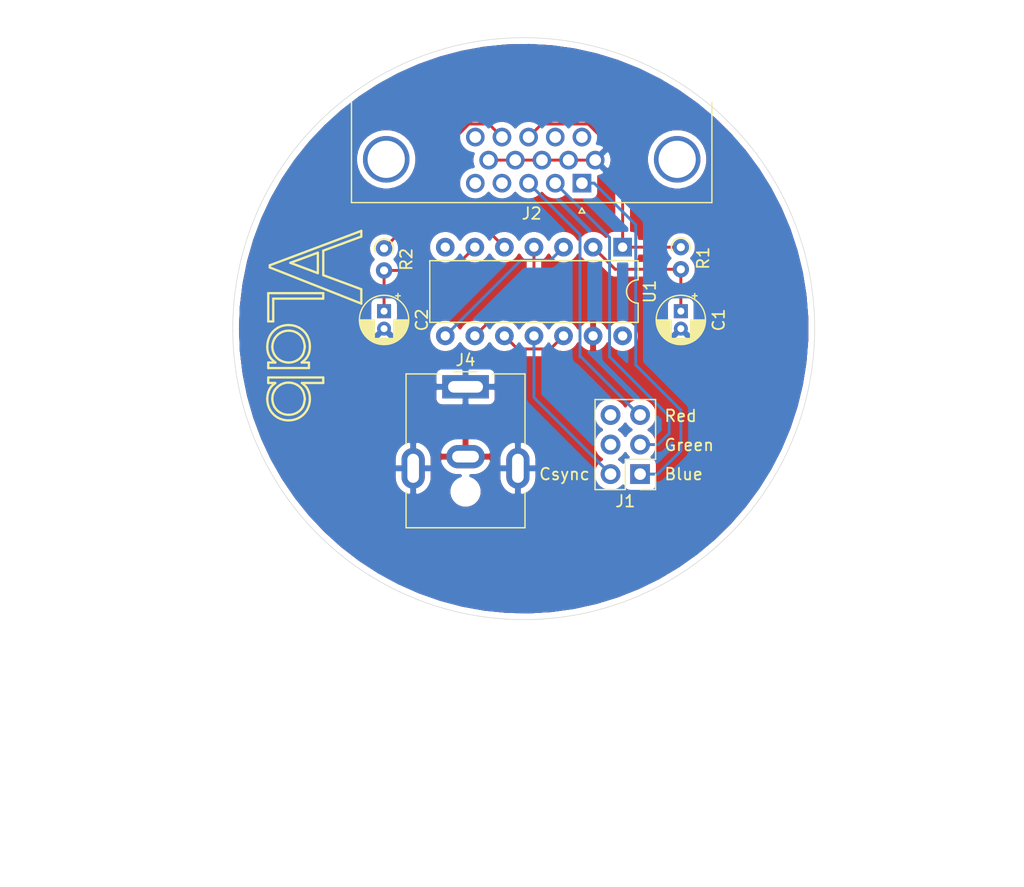
<source format=kicad_pcb>
(kicad_pcb (version 20171130) (host pcbnew "(5.1.5-0-10_14)")

  (general
    (thickness 1.6)
    (drawings 5)
    (tracks 54)
    (zones 0)
    (modules 9)
    (nets 21)
  )

  (page A4)
  (layers
    (0 F.Cu signal)
    (31 B.Cu signal)
    (32 B.Adhes user)
    (33 F.Adhes user)
    (34 B.Paste user)
    (35 F.Paste user)
    (36 B.SilkS user)
    (37 F.SilkS user)
    (38 B.Mask user)
    (39 F.Mask user)
    (40 Dwgs.User user)
    (41 Cmts.User user)
    (42 Eco1.User user)
    (43 Eco2.User user)
    (44 Edge.Cuts user)
    (45 Margin user)
    (46 B.CrtYd user)
    (47 F.CrtYd user)
    (48 B.Fab user)
    (49 F.Fab user)
  )

  (setup
    (last_trace_width 0.25)
    (trace_clearance 0.2)
    (zone_clearance 0.508)
    (zone_45_only no)
    (trace_min 0.2)
    (via_size 0.8)
    (via_drill 0.4)
    (via_min_size 0.4)
    (via_min_drill 0.3)
    (uvia_size 0.3)
    (uvia_drill 0.1)
    (uvias_allowed no)
    (uvia_min_size 0.2)
    (uvia_min_drill 0.1)
    (edge_width 0.05)
    (segment_width 0.2)
    (pcb_text_width 0.3)
    (pcb_text_size 1.5 1.5)
    (mod_edge_width 0.12)
    (mod_text_size 1 1)
    (mod_text_width 0.15)
    (pad_size 1.524 1.524)
    (pad_drill 0.762)
    (pad_to_mask_clearance 0.051)
    (solder_mask_min_width 0.25)
    (aux_axis_origin 0 0)
    (visible_elements FFFFFF7F)
    (pcbplotparams
      (layerselection 0x010fc_ffffffff)
      (usegerberextensions false)
      (usegerberattributes false)
      (usegerberadvancedattributes false)
      (creategerberjobfile false)
      (excludeedgelayer true)
      (linewidth 0.100000)
      (plotframeref false)
      (viasonmask false)
      (mode 1)
      (useauxorigin false)
      (hpglpennumber 1)
      (hpglpenspeed 20)
      (hpglpendiameter 15.000000)
      (psnegative false)
      (psa4output false)
      (plotreference true)
      (plotvalue true)
      (plotinvisibletext false)
      (padsonsilk false)
      (subtractmaskfromsilk false)
      (outputformat 1)
      (mirror false)
      (drillshape 1)
      (scaleselection 1)
      (outputdirectory ""))
  )

  (net 0 "")
  (net 1 GND)
  (net 2 "Net-(C1-Pad1)")
  (net 3 "Net-(C2-Pad1)")
  (net 4 "Net-(J2-Pad15)")
  (net 5 VSYNC)
  (net 6 HSYNC)
  (net 7 "Net-(J2-Pad12)")
  (net 8 "Net-(J2-Pad11)")
  (net 9 "Net-(J2-Pad5)")
  (net 10 "Net-(J2-Pad4)")
  (net 11 BLUE)
  (net 12 RED)
  (net 13 +5V)
  (net 14 "Net-(U1-Pad10)")
  (net 15 CSync+)
  (net 16 "Net-(U1-Pad4)")
  (net 17 "Net-(U1-Pad3)")
  (net 18 GREEN)
  (net 19 "Net-(J1-Pad4)")
  (net 20 "Net-(J1-Pad6)")

  (net_class Default "This is the default net class."
    (clearance 0.2)
    (trace_width 0.25)
    (via_dia 0.8)
    (via_drill 0.4)
    (uvia_dia 0.3)
    (uvia_drill 0.1)
    (add_net +5V)
    (add_net BLUE)
    (add_net CSync+)
    (add_net GND)
    (add_net GREEN)
    (add_net HSYNC)
    (add_net "Net-(C1-Pad1)")
    (add_net "Net-(C2-Pad1)")
    (add_net "Net-(J1-Pad4)")
    (add_net "Net-(J1-Pad6)")
    (add_net "Net-(J2-Pad11)")
    (add_net "Net-(J2-Pad12)")
    (add_net "Net-(J2-Pad15)")
    (add_net "Net-(J2-Pad4)")
    (add_net "Net-(J2-Pad5)")
    (add_net "Net-(U1-Pad10)")
    (add_net "Net-(U1-Pad3)")
    (add_net "Net-(U1-Pad4)")
    (add_net RED)
    (add_net VSYNC)
  )

  (module alab_internal:alab_svg_small (layer F.Cu) (tedit 5E28D02E) (tstamp 600C3739)
    (at 123.5 59 270)
    (fp_text reference REF** (at -1 10 90) (layer F.SilkS) hide
      (effects (font (size 1 1) (thickness 0.15)))
    )
    (fp_text value alab_svg_small (at 1.5 12.5 90) (layer F.SilkS) hide
      (effects (font (size 1 1) (thickness 0.15)))
    )
    (fp_line (start 6.412822 -0.162287) (end 6.412822 0.45132) (layer F.SilkS) (width 0.2))
    (fp_curve (pts (xy 10.72039 -0.58864) (xy 10.604776 -0.382748) (xy 10.434128 -0.20634) (xy 10.230357 -0.08748)) (layer F.SilkS) (width 0.2))
    (fp_curve (pts (xy 5.740504 -2.508767) (xy 5.942172 -2.400679) (xy 6.112801 -2.222072) (xy 6.228644 -2.017312)) (layer F.SilkS) (width 0.2))
    (fp_curve (pts (xy 6.228644 -2.017312) (xy 6.350425 -1.802057) (xy 6.411658 -1.557899) (xy 6.412821 -1.312801)) (layer F.SilkS) (width 0.2))
    (fp_curve (pts (xy 3.670763 -1.319193) (xy 3.672866 -1.561202) (xy 3.736519 -1.801576) (xy 3.858018 -2.013525)) (layer F.SilkS) (width 0.2))
    (fp_line (start 1.346965 -7.543538) (end -1.758501 0.318989) (layer F.SilkS) (width 0.2))
    (fp_curve (pts (xy 8.990832 0.453688) (xy 9.167776 0.50783) (xy 9.351012 0.533983) (xy 9.535787 0.534413)) (layer F.SilkS) (width 0.2))
    (fp_line (start -1.758501 0.318989) (end -1.944596 0.318989) (layer F.SilkS) (width 0.2))
    (fp_curve (pts (xy 5.070555 0.099775) (xy 4.82042 0.101879) (xy 4.570167 0.035841) (xy 4.35539 -0.090557)) (layer F.SilkS) (width 0.2))
    (fp_line (start 9.529396 -2.693418) (end 9.529396 -2.693418) (layer F.SilkS) (width 0.2))
    (fp_curve (pts (xy 10.722048 -2.020153) (xy 10.8436 -1.804181) (xy 10.902949 -1.559004) (xy 10.90362 -1.312801)) (layer F.SilkS) (width 0.2))
    (fp_curve (pts (xy 10.479635 -2.882802) (xy 10.196014 -3.04487) (xy 9.867124 -3.126658) (xy 9.542179 -3.128056)) (layer F.SilkS) (width 0.2))
    (fp_line (start -1.944596 0.318989) (end -4.898859 -7.543538) (layer F.SilkS) (width 0.2))
    (fp_curve (pts (xy 3.435689 -2.230371) (xy 3.272349 -1.945876) (xy 3.190753 -1.616688) (xy 3.191383 -1.287234)) (layer F.SilkS) (width 0.2))
    (fp_curve (pts (xy 4.089067 -2.883749) (xy 3.819049 -2.729812) (xy 3.590604 -2.500192) (xy 3.435689 -2.230371)) (layer F.SilkS) (width 0.2))
    (fp_curve (pts (xy 8.167955 -0.149504) (xy 8.279032 -0.016432) (xy 8.390109 0.116641) (xy 8.525419 0.220981)) (layer F.SilkS) (width 0.2))
    (fp_curve (pts (xy 9.523004 0.099775) (xy 9.398648 0.10069) (xy 9.275062 0.086362) (xy 9.155596 0.054559)) (layer F.SilkS) (width 0.2))
    (fp_line (start -4.898859 -7.543538) (end -4.410359 -7.543538) (layer F.SilkS) (width 0.2))
    (fp_curve (pts (xy 10.90362 -1.312801) (xy 10.904306 -1.060968) (xy 10.843601 -0.808061) (xy 10.72039 -0.58864)) (layer F.SilkS) (width 0.2))
    (fp_line (start 6.412822 0.45132) (end 6.885811 0.45132) (layer F.SilkS) (width 0.2))
    (fp_line (start -3.200739 -4.275239) (end -1.095536 -4.275239) (layer F.SilkS) (width 0.2))
    (fp_curve (pts (xy 10.235091 -2.510187) (xy 10.436407 -2.402631) (xy 10.60706 -2.22446) (xy 10.722048 -2.020153)) (layer F.SilkS) (width 0.2))
    (fp_curve (pts (xy 8.527075 -2.817464) (xy 8.390885 -2.712586) (xy 8.27942 -2.578363) (xy 8.167955 -2.444139)) (layer F.SilkS) (width 0.2))
    (fp_curve (pts (xy 5.044988 -2.693418) (xy 5.287993 -2.657237) (xy 5.530997 -2.621056) (xy 5.740504 -2.508767)) (layer F.SilkS) (width 0.2))
    (fp_line (start 8.167955 -4.272178) (end 7.694966 -4.272178) (layer F.SilkS) (width 0.2))
    (fp_curve (pts (xy 3.191383 -1.287234) (xy 3.192008 -0.960113) (xy 3.273697 -0.632729) (xy 3.438294 -0.351908)) (layer F.SilkS) (width 0.2))
    (fp_line (start 8.167955 -2.444139) (end 8.167955 -4.272178) (layer F.SilkS) (width 0.2))
    (fp_curve (pts (xy 4.101377 0.293658) (xy 4.393372 0.455463) (xy 4.730156 0.53084) (xy 5.064163 0.534414)) (layer F.SilkS) (width 0.2))
    (fp_curve (pts (xy 11.138458 -0.358537) (xy 11.302304 -0.641907) (xy 11.384337 -0.971208) (xy 11.383001 -1.300017)) (layer F.SilkS) (width 0.2))
    (fp_curve (pts (xy 8.991305 -3.04875) (xy 8.82458 -2.998062) (xy 8.663434 -2.922472) (xy 8.527075 -2.817464)) (layer F.SilkS) (width 0.2))
    (fp_curve (pts (xy 5.032204 -3.128055) (xy 4.70469 -3.124226) (xy 4.373769 -3.046057) (xy 4.089067 -2.883749)) (layer F.SilkS) (width 0.2))
    (fp_curve (pts (xy 9.542179 -3.128056) (xy 9.355545 -3.128859) (xy 9.170213 -3.103142) (xy 8.991305 -3.04875)) (layer F.SilkS) (width 0.2))
    (fp_curve (pts (xy 6.232432 -0.594322) (xy 6.11928 -0.388985) (xy 5.953646 -0.21136) (xy 5.753761 -0.090321)) (layer F.SilkS) (width 0.2))
    (fp_curve (pts (xy 8.323961 -2.014472) (xy 8.442236 -2.220853) (xy 8.616809 -2.399153) (xy 8.821569 -2.507346)) (layer F.SilkS) (width 0.2))
    (fp_curve (pts (xy 6.036418 -2.823146) (xy 5.903129 -2.926974) (xy 5.746354 -3.00391) (xy 5.583315 -3.053722)) (layer F.SilkS) (width 0.2))
    (fp_line (start -1.095536 -4.275239) (end 0.114083 -7.543538) (layer F.SilkS) (width 0.2))
    (fp_curve (pts (xy 11.135853 -2.231318) (xy 10.979713 -2.500387) (xy 10.750286 -2.728146) (xy 10.479635 -2.882802)) (layer F.SilkS) (width 0.2))
    (fp_line (start 0.923014 -4.272178) (end 0.450025 -4.272178) (layer F.SilkS) (width 0.2))
    (fp_curve (pts (xy 5.583315 -3.053722) (xy 5.404978 -3.108208) (xy 5.219146 -3.130242) (xy 5.032204 -3.128055)) (layer F.SilkS) (width 0.2))
    (fp_line (start 0.923014 0.023073) (end 0.923014 -4.272178) (layer F.SilkS) (width 0.2))
    (fp_curve (pts (xy 11.383001 -1.300017) (xy 11.381678 -1.625722) (xy 11.298553 -1.950946) (xy 11.135853 -2.231318)) (layer F.SilkS) (width 0.2))
    (fp_curve (pts (xy 10.483422 0.291764) (xy 10.753842 0.137891) (xy 10.982983 -0.089645) (xy 11.138458 -0.358537)) (layer F.SilkS) (width 0.2))
    (fp_curve (pts (xy 4.35539 -0.090557) (xy 4.149452 -0.211754) (xy 3.97613 -0.388445) (xy 3.857544 -0.596215)) (layer F.SilkS) (width 0.2))
    (fp_line (start 0.114083 -7.543538) (end 1.346965 -7.543538) (layer F.SilkS) (width 0.2))
    (fp_curve (pts (xy 9.529396 -2.693418) (xy 9.776012 -2.658559) (xy 10.022627 -2.623699) (xy 10.235091 -2.510187)) (layer F.SilkS) (width 0.2))
    (fp_curve (pts (xy 8.135996 -1.3128) (xy 8.13918 -1.556168) (xy 8.20129 -1.800423) (xy 8.323961 -2.014472)) (layer F.SilkS) (width 0.2))
    (fp_curve (pts (xy 8.829381 -0.082981) (xy 8.722644 -0.146855) (xy 8.62587 -0.226581) (xy 8.538675 -0.315688)) (layer F.SilkS) (width 0.2))
    (fp_line (start 2.878887 0.45132) (end 2.878887 0.023073) (layer F.SilkS) (width 0.2))
    (fp_line (start 6.885811 0.45132) (end 6.885811 -3.044963) (layer F.SilkS) (width 0.2))
    (fp_line (start -4.410359 -7.543538) (end -3.200739 -4.275239) (layer F.SilkS) (width 0.2))
    (fp_line (start 0.450025 0.45132) (end 2.878887 0.45132) (layer F.SilkS) (width 0.2))
    (fp_curve (pts (xy 3.857544 -0.596215) (xy 3.732757 -0.814852) (xy 3.66858 -1.067904) (xy 3.670763 -1.319193)) (layer F.SilkS) (width 0.2))
    (fp_line (start -3.026275 -3.81) (end -2.153953 -1.448916) (layer F.SilkS) (width 0.2))
    (fp_curve (pts (xy 6.0305 0.23992) (xy 6.176186 0.126329) (xy 6.294504 -0.01798) (xy 6.412822 -0.162287)) (layer F.SilkS) (width 0.2))
    (fp_line (start 7.694966 -4.272178) (end 7.694966 0.45132) (layer F.SilkS) (width 0.2))
    (fp_line (start 6.885811 -3.044963) (end 6.412822 -3.044963) (layer F.SilkS) (width 0.2))
    (fp_line (start 0.450025 -4.272178) (end 0.450025 0.45132) (layer F.SilkS) (width 0.2))
    (fp_curve (pts (xy 8.538675 -0.315688) (xy 8.451497 -0.40478) (xy 8.373894 -0.503249) (xy 8.312124 -0.611129)) (layer F.SilkS) (width 0.2))
    (fp_curve (pts (xy 8.179317 -0.940659) (xy 8.148386 -1.061997) (xy 8.134353 -1.187281) (xy 8.135996 -1.3128)) (layer F.SilkS) (width 0.2))
    (fp_line (start 2.878887 0.023073) (end 0.923014 0.023073) (layer F.SilkS) (width 0.2))
    (fp_curve (pts (xy 5.595625 0.464578) (xy 5.752199 0.41641) (xy 5.901996 0.340114) (xy 6.0305 0.23992)) (layer F.SilkS) (width 0.2))
    (fp_curve (pts (xy 6.412822 -2.424964) (xy 6.296447 -2.568104) (xy 6.180072 -2.711244) (xy 6.036418 -2.823146)) (layer F.SilkS) (width 0.2))
    (fp_line (start 5.044988 -2.693418) (end 5.044988 -2.693418) (layer F.SilkS) (width 0.2))
    (fp_curve (pts (xy 6.412821 -1.312801) (xy 6.414004 -1.063465) (xy 6.353023 -0.813156) (xy 6.232432 -0.594322)) (layer F.SilkS) (width 0.2))
    (fp_curve (pts (xy 3.858018 -2.013525) (xy 3.975724 -2.21886) (xy 4.147722 -2.397516) (xy 4.350655 -2.506163)) (layer F.SilkS) (width 0.2))
    (fp_curve (pts (xy 5.753761 -0.090321) (xy 5.549829 0.033169) (xy 5.310247 0.097758) (xy 5.070555 0.099775)) (layer F.SilkS) (width 0.2))
    (fp_curve (pts (xy 8.312124 -0.611129) (xy 8.253177 -0.714077) (xy 8.208649 -0.825594) (xy 8.179317 -0.940659)) (layer F.SilkS) (width 0.2))
    (fp_curve (pts (xy 5.064163 0.534414) (xy 5.244566 0.536344) (xy 5.424159 0.517327) (xy 5.595625 0.464578)) (layer F.SilkS) (width 0.2))
    (fp_curve (pts (xy 10.230357 -0.08748) (xy 10.017633 0.036601) (xy 9.768813 0.097966) (xy 9.523004 0.099775)) (layer F.SilkS) (width 0.2))
    (fp_line (start 8.167955 0.45132) (end 8.167955 -0.149504) (layer F.SilkS) (width 0.2))
    (fp_curve (pts (xy 8.821569 -2.507346) (xy 9.035536 -2.620405) (xy 9.282466 -2.656911) (xy 9.529396 -2.693418)) (layer F.SilkS) (width 0.2))
    (fp_line (start 7.694966 0.45132) (end 8.167955 0.45132) (layer F.SilkS) (width 0.2))
    (fp_curve (pts (xy 9.155596 0.054559) (xy 9.041344 0.024144) (xy 8.930859 -0.022255) (xy 8.829381 -0.082981)) (layer F.SilkS) (width 0.2))
    (fp_curve (pts (xy 8.525419 0.220981) (xy 8.662182 0.326442) (xy 8.8237 0.40255) (xy 8.990832 0.453688)) (layer F.SilkS) (width 0.2))
    (fp_line (start 6.412822 -3.044963) (end 6.412822 -2.424964) (layer F.SilkS) (width 0.2))
    (fp_line (start -2.153953 -1.448916) (end -1.27 -3.81) (layer F.SilkS) (width 0.2))
    (fp_curve (pts (xy 3.438294 -0.351908) (xy 3.595756 -0.08326) (xy 3.829093 0.142775) (xy 4.101377 0.293658)) (layer F.SilkS) (width 0.2))
    (fp_curve (pts (xy 4.350655 -2.506163) (xy 4.560126 -2.61831) (xy 4.802558 -2.655864) (xy 5.044988 -2.693418)) (layer F.SilkS) (width 0.2))
    (fp_curve (pts (xy 9.535787 0.534413) (xy 9.863883 0.535177) (xy 10.196834 0.454838) (xy 10.483422 0.291764)) (layer F.SilkS) (width 0.2))
    (fp_line (start -1.27 -3.81) (end -3.026275 -3.81) (layer F.SilkS) (width 0.2))
  )

  (module Connector_PinHeader_2.54mm:PinHeader_2x03_P2.54mm_Vertical (layer F.Cu) (tedit 59FED5CC) (tstamp 600C2F66)
    (at 155 75 180)
    (descr "Through hole straight pin header, 2x03, 2.54mm pitch, double rows")
    (tags "Through hole pin header THT 2x03 2.54mm double row")
    (path /6014E240)
    (fp_text reference J1 (at 1.27 -2.33) (layer F.SilkS)
      (effects (font (size 1 1) (thickness 0.15)))
    )
    (fp_text value Conn_02x03_Odd_Even (at 1.27 7.41) (layer F.Fab)
      (effects (font (size 1 1) (thickness 0.15)))
    )
    (fp_text user %R (at 1.27 2.54 90) (layer F.Fab)
      (effects (font (size 1 1) (thickness 0.15)))
    )
    (fp_line (start 4.35 -1.8) (end -1.8 -1.8) (layer F.CrtYd) (width 0.05))
    (fp_line (start 4.35 6.85) (end 4.35 -1.8) (layer F.CrtYd) (width 0.05))
    (fp_line (start -1.8 6.85) (end 4.35 6.85) (layer F.CrtYd) (width 0.05))
    (fp_line (start -1.8 -1.8) (end -1.8 6.85) (layer F.CrtYd) (width 0.05))
    (fp_line (start -1.33 -1.33) (end 0 -1.33) (layer F.SilkS) (width 0.12))
    (fp_line (start -1.33 0) (end -1.33 -1.33) (layer F.SilkS) (width 0.12))
    (fp_line (start 1.27 -1.33) (end 3.87 -1.33) (layer F.SilkS) (width 0.12))
    (fp_line (start 1.27 1.27) (end 1.27 -1.33) (layer F.SilkS) (width 0.12))
    (fp_line (start -1.33 1.27) (end 1.27 1.27) (layer F.SilkS) (width 0.12))
    (fp_line (start 3.87 -1.33) (end 3.87 6.41) (layer F.SilkS) (width 0.12))
    (fp_line (start -1.33 1.27) (end -1.33 6.41) (layer F.SilkS) (width 0.12))
    (fp_line (start -1.33 6.41) (end 3.87 6.41) (layer F.SilkS) (width 0.12))
    (fp_line (start -1.27 0) (end 0 -1.27) (layer F.Fab) (width 0.1))
    (fp_line (start -1.27 6.35) (end -1.27 0) (layer F.Fab) (width 0.1))
    (fp_line (start 3.81 6.35) (end -1.27 6.35) (layer F.Fab) (width 0.1))
    (fp_line (start 3.81 -1.27) (end 3.81 6.35) (layer F.Fab) (width 0.1))
    (fp_line (start 0 -1.27) (end 3.81 -1.27) (layer F.Fab) (width 0.1))
    (pad 6 thru_hole oval (at 2.54 5.08 180) (size 1.7 1.7) (drill 1) (layers *.Cu *.Mask)
      (net 20 "Net-(J1-Pad6)"))
    (pad 5 thru_hole oval (at 0 5.08 180) (size 1.7 1.7) (drill 1) (layers *.Cu *.Mask)
      (net 11 BLUE))
    (pad 4 thru_hole oval (at 2.54 2.54 180) (size 1.7 1.7) (drill 1) (layers *.Cu *.Mask)
      (net 19 "Net-(J1-Pad4)"))
    (pad 3 thru_hole oval (at 0 2.54 180) (size 1.7 1.7) (drill 1) (layers *.Cu *.Mask)
      (net 18 GREEN))
    (pad 2 thru_hole oval (at 2.54 0 180) (size 1.7 1.7) (drill 1) (layers *.Cu *.Mask)
      (net 15 CSync+))
    (pad 1 thru_hole rect (at 0 0 180) (size 1.7 1.7) (drill 1) (layers *.Cu *.Mask)
      (net 12 RED))
    (model ${KISYS3DMOD}/Connector_PinHeader_2.54mm.3dshapes/PinHeader_2x03_P2.54mm_Vertical.wrl
      (at (xyz 0 0 0))
      (scale (xyz 1 1 1))
      (rotate (xyz 0 0 0))
    )
  )

  (module Capacitor_THT:CP_Radial_D4.0mm_P1.50mm (layer F.Cu) (tedit 5AE50EF0) (tstamp 600BE02E)
    (at 158.5 61 270)
    (descr "CP, Radial series, Radial, pin pitch=1.50mm, , diameter=4mm, Electrolytic Capacitor")
    (tags "CP Radial series Radial pin pitch 1.50mm  diameter 4mm Electrolytic Capacitor")
    (path /600B8502)
    (fp_text reference C1 (at 0.75 -3.25 90) (layer F.SilkS)
      (effects (font (size 1 1) (thickness 0.15)))
    )
    (fp_text value 22uF (at 0.75 3.25 90) (layer F.Fab)
      (effects (font (size 1 1) (thickness 0.15)))
    )
    (fp_text user %R (at 0.75 0 90) (layer F.Fab)
      (effects (font (size 0.8 0.8) (thickness 0.12)))
    )
    (fp_line (start -1.319801 -1.395) (end -1.319801 -0.995) (layer F.SilkS) (width 0.12))
    (fp_line (start -1.519801 -1.195) (end -1.119801 -1.195) (layer F.SilkS) (width 0.12))
    (fp_line (start 2.831 -0.37) (end 2.831 0.37) (layer F.SilkS) (width 0.12))
    (fp_line (start 2.791 -0.537) (end 2.791 0.537) (layer F.SilkS) (width 0.12))
    (fp_line (start 2.751 -0.664) (end 2.751 0.664) (layer F.SilkS) (width 0.12))
    (fp_line (start 2.711 -0.768) (end 2.711 0.768) (layer F.SilkS) (width 0.12))
    (fp_line (start 2.671 -0.859) (end 2.671 0.859) (layer F.SilkS) (width 0.12))
    (fp_line (start 2.631 -0.94) (end 2.631 0.94) (layer F.SilkS) (width 0.12))
    (fp_line (start 2.591 -1.013) (end 2.591 1.013) (layer F.SilkS) (width 0.12))
    (fp_line (start 2.551 -1.08) (end 2.551 1.08) (layer F.SilkS) (width 0.12))
    (fp_line (start 2.511 -1.142) (end 2.511 1.142) (layer F.SilkS) (width 0.12))
    (fp_line (start 2.471 -1.2) (end 2.471 1.2) (layer F.SilkS) (width 0.12))
    (fp_line (start 2.431 -1.254) (end 2.431 1.254) (layer F.SilkS) (width 0.12))
    (fp_line (start 2.391 -1.304) (end 2.391 1.304) (layer F.SilkS) (width 0.12))
    (fp_line (start 2.351 -1.351) (end 2.351 1.351) (layer F.SilkS) (width 0.12))
    (fp_line (start 2.311 0.84) (end 2.311 1.396) (layer F.SilkS) (width 0.12))
    (fp_line (start 2.311 -1.396) (end 2.311 -0.84) (layer F.SilkS) (width 0.12))
    (fp_line (start 2.271 0.84) (end 2.271 1.438) (layer F.SilkS) (width 0.12))
    (fp_line (start 2.271 -1.438) (end 2.271 -0.84) (layer F.SilkS) (width 0.12))
    (fp_line (start 2.231 0.84) (end 2.231 1.478) (layer F.SilkS) (width 0.12))
    (fp_line (start 2.231 -1.478) (end 2.231 -0.84) (layer F.SilkS) (width 0.12))
    (fp_line (start 2.191 0.84) (end 2.191 1.516) (layer F.SilkS) (width 0.12))
    (fp_line (start 2.191 -1.516) (end 2.191 -0.84) (layer F.SilkS) (width 0.12))
    (fp_line (start 2.151 0.84) (end 2.151 1.552) (layer F.SilkS) (width 0.12))
    (fp_line (start 2.151 -1.552) (end 2.151 -0.84) (layer F.SilkS) (width 0.12))
    (fp_line (start 2.111 0.84) (end 2.111 1.587) (layer F.SilkS) (width 0.12))
    (fp_line (start 2.111 -1.587) (end 2.111 -0.84) (layer F.SilkS) (width 0.12))
    (fp_line (start 2.071 0.84) (end 2.071 1.619) (layer F.SilkS) (width 0.12))
    (fp_line (start 2.071 -1.619) (end 2.071 -0.84) (layer F.SilkS) (width 0.12))
    (fp_line (start 2.031 0.84) (end 2.031 1.65) (layer F.SilkS) (width 0.12))
    (fp_line (start 2.031 -1.65) (end 2.031 -0.84) (layer F.SilkS) (width 0.12))
    (fp_line (start 1.991 0.84) (end 1.991 1.68) (layer F.SilkS) (width 0.12))
    (fp_line (start 1.991 -1.68) (end 1.991 -0.84) (layer F.SilkS) (width 0.12))
    (fp_line (start 1.951 0.84) (end 1.951 1.708) (layer F.SilkS) (width 0.12))
    (fp_line (start 1.951 -1.708) (end 1.951 -0.84) (layer F.SilkS) (width 0.12))
    (fp_line (start 1.911 0.84) (end 1.911 1.735) (layer F.SilkS) (width 0.12))
    (fp_line (start 1.911 -1.735) (end 1.911 -0.84) (layer F.SilkS) (width 0.12))
    (fp_line (start 1.871 0.84) (end 1.871 1.76) (layer F.SilkS) (width 0.12))
    (fp_line (start 1.871 -1.76) (end 1.871 -0.84) (layer F.SilkS) (width 0.12))
    (fp_line (start 1.831 0.84) (end 1.831 1.785) (layer F.SilkS) (width 0.12))
    (fp_line (start 1.831 -1.785) (end 1.831 -0.84) (layer F.SilkS) (width 0.12))
    (fp_line (start 1.791 0.84) (end 1.791 1.808) (layer F.SilkS) (width 0.12))
    (fp_line (start 1.791 -1.808) (end 1.791 -0.84) (layer F.SilkS) (width 0.12))
    (fp_line (start 1.751 0.84) (end 1.751 1.83) (layer F.SilkS) (width 0.12))
    (fp_line (start 1.751 -1.83) (end 1.751 -0.84) (layer F.SilkS) (width 0.12))
    (fp_line (start 1.711 0.84) (end 1.711 1.851) (layer F.SilkS) (width 0.12))
    (fp_line (start 1.711 -1.851) (end 1.711 -0.84) (layer F.SilkS) (width 0.12))
    (fp_line (start 1.671 0.84) (end 1.671 1.87) (layer F.SilkS) (width 0.12))
    (fp_line (start 1.671 -1.87) (end 1.671 -0.84) (layer F.SilkS) (width 0.12))
    (fp_line (start 1.631 0.84) (end 1.631 1.889) (layer F.SilkS) (width 0.12))
    (fp_line (start 1.631 -1.889) (end 1.631 -0.84) (layer F.SilkS) (width 0.12))
    (fp_line (start 1.591 0.84) (end 1.591 1.907) (layer F.SilkS) (width 0.12))
    (fp_line (start 1.591 -1.907) (end 1.591 -0.84) (layer F.SilkS) (width 0.12))
    (fp_line (start 1.551 0.84) (end 1.551 1.924) (layer F.SilkS) (width 0.12))
    (fp_line (start 1.551 -1.924) (end 1.551 -0.84) (layer F.SilkS) (width 0.12))
    (fp_line (start 1.511 0.84) (end 1.511 1.94) (layer F.SilkS) (width 0.12))
    (fp_line (start 1.511 -1.94) (end 1.511 -0.84) (layer F.SilkS) (width 0.12))
    (fp_line (start 1.471 0.84) (end 1.471 1.954) (layer F.SilkS) (width 0.12))
    (fp_line (start 1.471 -1.954) (end 1.471 -0.84) (layer F.SilkS) (width 0.12))
    (fp_line (start 1.43 0.84) (end 1.43 1.968) (layer F.SilkS) (width 0.12))
    (fp_line (start 1.43 -1.968) (end 1.43 -0.84) (layer F.SilkS) (width 0.12))
    (fp_line (start 1.39 0.84) (end 1.39 1.982) (layer F.SilkS) (width 0.12))
    (fp_line (start 1.39 -1.982) (end 1.39 -0.84) (layer F.SilkS) (width 0.12))
    (fp_line (start 1.35 0.84) (end 1.35 1.994) (layer F.SilkS) (width 0.12))
    (fp_line (start 1.35 -1.994) (end 1.35 -0.84) (layer F.SilkS) (width 0.12))
    (fp_line (start 1.31 0.84) (end 1.31 2.005) (layer F.SilkS) (width 0.12))
    (fp_line (start 1.31 -2.005) (end 1.31 -0.84) (layer F.SilkS) (width 0.12))
    (fp_line (start 1.27 0.84) (end 1.27 2.016) (layer F.SilkS) (width 0.12))
    (fp_line (start 1.27 -2.016) (end 1.27 -0.84) (layer F.SilkS) (width 0.12))
    (fp_line (start 1.23 0.84) (end 1.23 2.025) (layer F.SilkS) (width 0.12))
    (fp_line (start 1.23 -2.025) (end 1.23 -0.84) (layer F.SilkS) (width 0.12))
    (fp_line (start 1.19 0.84) (end 1.19 2.034) (layer F.SilkS) (width 0.12))
    (fp_line (start 1.19 -2.034) (end 1.19 -0.84) (layer F.SilkS) (width 0.12))
    (fp_line (start 1.15 0.84) (end 1.15 2.042) (layer F.SilkS) (width 0.12))
    (fp_line (start 1.15 -2.042) (end 1.15 -0.84) (layer F.SilkS) (width 0.12))
    (fp_line (start 1.11 0.84) (end 1.11 2.05) (layer F.SilkS) (width 0.12))
    (fp_line (start 1.11 -2.05) (end 1.11 -0.84) (layer F.SilkS) (width 0.12))
    (fp_line (start 1.07 0.84) (end 1.07 2.056) (layer F.SilkS) (width 0.12))
    (fp_line (start 1.07 -2.056) (end 1.07 -0.84) (layer F.SilkS) (width 0.12))
    (fp_line (start 1.03 0.84) (end 1.03 2.062) (layer F.SilkS) (width 0.12))
    (fp_line (start 1.03 -2.062) (end 1.03 -0.84) (layer F.SilkS) (width 0.12))
    (fp_line (start 0.99 0.84) (end 0.99 2.067) (layer F.SilkS) (width 0.12))
    (fp_line (start 0.99 -2.067) (end 0.99 -0.84) (layer F.SilkS) (width 0.12))
    (fp_line (start 0.95 0.84) (end 0.95 2.071) (layer F.SilkS) (width 0.12))
    (fp_line (start 0.95 -2.071) (end 0.95 -0.84) (layer F.SilkS) (width 0.12))
    (fp_line (start 0.91 0.84) (end 0.91 2.074) (layer F.SilkS) (width 0.12))
    (fp_line (start 0.91 -2.074) (end 0.91 -0.84) (layer F.SilkS) (width 0.12))
    (fp_line (start 0.87 0.84) (end 0.87 2.077) (layer F.SilkS) (width 0.12))
    (fp_line (start 0.87 -2.077) (end 0.87 -0.84) (layer F.SilkS) (width 0.12))
    (fp_line (start 0.83 -2.079) (end 0.83 -0.84) (layer F.SilkS) (width 0.12))
    (fp_line (start 0.83 0.84) (end 0.83 2.079) (layer F.SilkS) (width 0.12))
    (fp_line (start 0.79 -2.08) (end 0.79 -0.84) (layer F.SilkS) (width 0.12))
    (fp_line (start 0.79 0.84) (end 0.79 2.08) (layer F.SilkS) (width 0.12))
    (fp_line (start 0.75 -2.08) (end 0.75 -0.84) (layer F.SilkS) (width 0.12))
    (fp_line (start 0.75 0.84) (end 0.75 2.08) (layer F.SilkS) (width 0.12))
    (fp_line (start -0.752554 -1.0675) (end -0.752554 -0.6675) (layer F.Fab) (width 0.1))
    (fp_line (start -0.952554 -0.8675) (end -0.552554 -0.8675) (layer F.Fab) (width 0.1))
    (fp_circle (center 0.75 0) (end 3 0) (layer F.CrtYd) (width 0.05))
    (fp_circle (center 0.75 0) (end 2.87 0) (layer F.SilkS) (width 0.12))
    (fp_circle (center 0.75 0) (end 2.75 0) (layer F.Fab) (width 0.1))
    (pad 2 thru_hole circle (at 1.5 0 270) (size 1.2 1.2) (drill 0.6) (layers *.Cu *.Mask)
      (net 1 GND))
    (pad 1 thru_hole rect (at 0 0 270) (size 1.2 1.2) (drill 0.6) (layers *.Cu *.Mask)
      (net 2 "Net-(C1-Pad1)"))
    (model ${KISYS3DMOD}/Capacitor_THT.3dshapes/CP_Radial_D4.0mm_P1.50mm.wrl
      (at (xyz 0 0 0))
      (scale (xyz 1 1 1))
      (rotate (xyz 0 0 0))
    )
  )

  (module Resistor_THT:R_Axial_DIN0204_L3.6mm_D1.6mm_P1.90mm_Vertical (layer F.Cu) (tedit 5AE5139B) (tstamp 600BE11C)
    (at 158.5 55.5 270)
    (descr "Resistor, Axial_DIN0204 series, Axial, Vertical, pin pitch=1.9mm, 0.167W, length*diameter=3.6*1.6mm^2, http://cdn-reichelt.de/documents/datenblatt/B400/1_4W%23YAG.pdf")
    (tags "Resistor Axial_DIN0204 series Axial Vertical pin pitch 1.9mm 0.167W length 3.6mm diameter 1.6mm")
    (path /600B68B6)
    (fp_text reference R1 (at 0.95 -1.92 90) (layer F.SilkS)
      (effects (font (size 1 1) (thickness 0.15)))
    )
    (fp_text value 2K2 (at 0.95 1.92 90) (layer F.Fab)
      (effects (font (size 1 1) (thickness 0.15)))
    )
    (fp_text user %R (at 0.95 -1.92 90) (layer F.Fab)
      (effects (font (size 1 1) (thickness 0.15)))
    )
    (fp_line (start 2.86 -1.05) (end -1.05 -1.05) (layer F.CrtYd) (width 0.05))
    (fp_line (start 2.86 1.05) (end 2.86 -1.05) (layer F.CrtYd) (width 0.05))
    (fp_line (start -1.05 1.05) (end 2.86 1.05) (layer F.CrtYd) (width 0.05))
    (fp_line (start -1.05 -1.05) (end -1.05 1.05) (layer F.CrtYd) (width 0.05))
    (fp_line (start 0 0) (end 1.9 0) (layer F.Fab) (width 0.1))
    (fp_circle (center 0 0) (end 0.8 0) (layer F.Fab) (width 0.1))
    (fp_arc (start 0 0) (end 0.417133 -0.7) (angle -233.92106) (layer F.SilkS) (width 0.12))
    (pad 2 thru_hole oval (at 1.9 0 270) (size 1.4 1.4) (drill 0.7) (layers *.Cu *.Mask)
      (net 2 "Net-(C1-Pad1)"))
    (pad 1 thru_hole circle (at 0 0 270) (size 1.4 1.4) (drill 0.7) (layers *.Cu *.Mask)
      (net 6 HSYNC))
    (model ${KISYS3DMOD}/Resistor_THT.3dshapes/R_Axial_DIN0204_L3.6mm_D1.6mm_P1.90mm_Vertical.wrl
      (at (xyz 0 0 0))
      (scale (xyz 1 1 1))
      (rotate (xyz 0 0 0))
    )
  )

  (module Capacitor_THT:CP_Radial_D4.0mm_P1.50mm (layer F.Cu) (tedit 5AE50EF0) (tstamp 600BA6C1)
    (at 133 61 270)
    (descr "CP, Radial series, Radial, pin pitch=1.50mm, , diameter=4mm, Electrolytic Capacitor")
    (tags "CP Radial series Radial pin pitch 1.50mm  diameter 4mm Electrolytic Capacitor")
    (path /600B79C2)
    (fp_text reference C2 (at 0.75 -3.25 90) (layer F.SilkS)
      (effects (font (size 1 1) (thickness 0.15)))
    )
    (fp_text value 22uF (at 0.75 3.25 90) (layer F.Fab)
      (effects (font (size 1 1) (thickness 0.15)))
    )
    (fp_circle (center 0.75 0) (end 2.75 0) (layer F.Fab) (width 0.1))
    (fp_circle (center 0.75 0) (end 2.87 0) (layer F.SilkS) (width 0.12))
    (fp_circle (center 0.75 0) (end 3 0) (layer F.CrtYd) (width 0.05))
    (fp_line (start -0.952554 -0.8675) (end -0.552554 -0.8675) (layer F.Fab) (width 0.1))
    (fp_line (start -0.752554 -1.0675) (end -0.752554 -0.6675) (layer F.Fab) (width 0.1))
    (fp_line (start 0.75 0.84) (end 0.75 2.08) (layer F.SilkS) (width 0.12))
    (fp_line (start 0.75 -2.08) (end 0.75 -0.84) (layer F.SilkS) (width 0.12))
    (fp_line (start 0.79 0.84) (end 0.79 2.08) (layer F.SilkS) (width 0.12))
    (fp_line (start 0.79 -2.08) (end 0.79 -0.84) (layer F.SilkS) (width 0.12))
    (fp_line (start 0.83 0.84) (end 0.83 2.079) (layer F.SilkS) (width 0.12))
    (fp_line (start 0.83 -2.079) (end 0.83 -0.84) (layer F.SilkS) (width 0.12))
    (fp_line (start 0.87 -2.077) (end 0.87 -0.84) (layer F.SilkS) (width 0.12))
    (fp_line (start 0.87 0.84) (end 0.87 2.077) (layer F.SilkS) (width 0.12))
    (fp_line (start 0.91 -2.074) (end 0.91 -0.84) (layer F.SilkS) (width 0.12))
    (fp_line (start 0.91 0.84) (end 0.91 2.074) (layer F.SilkS) (width 0.12))
    (fp_line (start 0.95 -2.071) (end 0.95 -0.84) (layer F.SilkS) (width 0.12))
    (fp_line (start 0.95 0.84) (end 0.95 2.071) (layer F.SilkS) (width 0.12))
    (fp_line (start 0.99 -2.067) (end 0.99 -0.84) (layer F.SilkS) (width 0.12))
    (fp_line (start 0.99 0.84) (end 0.99 2.067) (layer F.SilkS) (width 0.12))
    (fp_line (start 1.03 -2.062) (end 1.03 -0.84) (layer F.SilkS) (width 0.12))
    (fp_line (start 1.03 0.84) (end 1.03 2.062) (layer F.SilkS) (width 0.12))
    (fp_line (start 1.07 -2.056) (end 1.07 -0.84) (layer F.SilkS) (width 0.12))
    (fp_line (start 1.07 0.84) (end 1.07 2.056) (layer F.SilkS) (width 0.12))
    (fp_line (start 1.11 -2.05) (end 1.11 -0.84) (layer F.SilkS) (width 0.12))
    (fp_line (start 1.11 0.84) (end 1.11 2.05) (layer F.SilkS) (width 0.12))
    (fp_line (start 1.15 -2.042) (end 1.15 -0.84) (layer F.SilkS) (width 0.12))
    (fp_line (start 1.15 0.84) (end 1.15 2.042) (layer F.SilkS) (width 0.12))
    (fp_line (start 1.19 -2.034) (end 1.19 -0.84) (layer F.SilkS) (width 0.12))
    (fp_line (start 1.19 0.84) (end 1.19 2.034) (layer F.SilkS) (width 0.12))
    (fp_line (start 1.23 -2.025) (end 1.23 -0.84) (layer F.SilkS) (width 0.12))
    (fp_line (start 1.23 0.84) (end 1.23 2.025) (layer F.SilkS) (width 0.12))
    (fp_line (start 1.27 -2.016) (end 1.27 -0.84) (layer F.SilkS) (width 0.12))
    (fp_line (start 1.27 0.84) (end 1.27 2.016) (layer F.SilkS) (width 0.12))
    (fp_line (start 1.31 -2.005) (end 1.31 -0.84) (layer F.SilkS) (width 0.12))
    (fp_line (start 1.31 0.84) (end 1.31 2.005) (layer F.SilkS) (width 0.12))
    (fp_line (start 1.35 -1.994) (end 1.35 -0.84) (layer F.SilkS) (width 0.12))
    (fp_line (start 1.35 0.84) (end 1.35 1.994) (layer F.SilkS) (width 0.12))
    (fp_line (start 1.39 -1.982) (end 1.39 -0.84) (layer F.SilkS) (width 0.12))
    (fp_line (start 1.39 0.84) (end 1.39 1.982) (layer F.SilkS) (width 0.12))
    (fp_line (start 1.43 -1.968) (end 1.43 -0.84) (layer F.SilkS) (width 0.12))
    (fp_line (start 1.43 0.84) (end 1.43 1.968) (layer F.SilkS) (width 0.12))
    (fp_line (start 1.471 -1.954) (end 1.471 -0.84) (layer F.SilkS) (width 0.12))
    (fp_line (start 1.471 0.84) (end 1.471 1.954) (layer F.SilkS) (width 0.12))
    (fp_line (start 1.511 -1.94) (end 1.511 -0.84) (layer F.SilkS) (width 0.12))
    (fp_line (start 1.511 0.84) (end 1.511 1.94) (layer F.SilkS) (width 0.12))
    (fp_line (start 1.551 -1.924) (end 1.551 -0.84) (layer F.SilkS) (width 0.12))
    (fp_line (start 1.551 0.84) (end 1.551 1.924) (layer F.SilkS) (width 0.12))
    (fp_line (start 1.591 -1.907) (end 1.591 -0.84) (layer F.SilkS) (width 0.12))
    (fp_line (start 1.591 0.84) (end 1.591 1.907) (layer F.SilkS) (width 0.12))
    (fp_line (start 1.631 -1.889) (end 1.631 -0.84) (layer F.SilkS) (width 0.12))
    (fp_line (start 1.631 0.84) (end 1.631 1.889) (layer F.SilkS) (width 0.12))
    (fp_line (start 1.671 -1.87) (end 1.671 -0.84) (layer F.SilkS) (width 0.12))
    (fp_line (start 1.671 0.84) (end 1.671 1.87) (layer F.SilkS) (width 0.12))
    (fp_line (start 1.711 -1.851) (end 1.711 -0.84) (layer F.SilkS) (width 0.12))
    (fp_line (start 1.711 0.84) (end 1.711 1.851) (layer F.SilkS) (width 0.12))
    (fp_line (start 1.751 -1.83) (end 1.751 -0.84) (layer F.SilkS) (width 0.12))
    (fp_line (start 1.751 0.84) (end 1.751 1.83) (layer F.SilkS) (width 0.12))
    (fp_line (start 1.791 -1.808) (end 1.791 -0.84) (layer F.SilkS) (width 0.12))
    (fp_line (start 1.791 0.84) (end 1.791 1.808) (layer F.SilkS) (width 0.12))
    (fp_line (start 1.831 -1.785) (end 1.831 -0.84) (layer F.SilkS) (width 0.12))
    (fp_line (start 1.831 0.84) (end 1.831 1.785) (layer F.SilkS) (width 0.12))
    (fp_line (start 1.871 -1.76) (end 1.871 -0.84) (layer F.SilkS) (width 0.12))
    (fp_line (start 1.871 0.84) (end 1.871 1.76) (layer F.SilkS) (width 0.12))
    (fp_line (start 1.911 -1.735) (end 1.911 -0.84) (layer F.SilkS) (width 0.12))
    (fp_line (start 1.911 0.84) (end 1.911 1.735) (layer F.SilkS) (width 0.12))
    (fp_line (start 1.951 -1.708) (end 1.951 -0.84) (layer F.SilkS) (width 0.12))
    (fp_line (start 1.951 0.84) (end 1.951 1.708) (layer F.SilkS) (width 0.12))
    (fp_line (start 1.991 -1.68) (end 1.991 -0.84) (layer F.SilkS) (width 0.12))
    (fp_line (start 1.991 0.84) (end 1.991 1.68) (layer F.SilkS) (width 0.12))
    (fp_line (start 2.031 -1.65) (end 2.031 -0.84) (layer F.SilkS) (width 0.12))
    (fp_line (start 2.031 0.84) (end 2.031 1.65) (layer F.SilkS) (width 0.12))
    (fp_line (start 2.071 -1.619) (end 2.071 -0.84) (layer F.SilkS) (width 0.12))
    (fp_line (start 2.071 0.84) (end 2.071 1.619) (layer F.SilkS) (width 0.12))
    (fp_line (start 2.111 -1.587) (end 2.111 -0.84) (layer F.SilkS) (width 0.12))
    (fp_line (start 2.111 0.84) (end 2.111 1.587) (layer F.SilkS) (width 0.12))
    (fp_line (start 2.151 -1.552) (end 2.151 -0.84) (layer F.SilkS) (width 0.12))
    (fp_line (start 2.151 0.84) (end 2.151 1.552) (layer F.SilkS) (width 0.12))
    (fp_line (start 2.191 -1.516) (end 2.191 -0.84) (layer F.SilkS) (width 0.12))
    (fp_line (start 2.191 0.84) (end 2.191 1.516) (layer F.SilkS) (width 0.12))
    (fp_line (start 2.231 -1.478) (end 2.231 -0.84) (layer F.SilkS) (width 0.12))
    (fp_line (start 2.231 0.84) (end 2.231 1.478) (layer F.SilkS) (width 0.12))
    (fp_line (start 2.271 -1.438) (end 2.271 -0.84) (layer F.SilkS) (width 0.12))
    (fp_line (start 2.271 0.84) (end 2.271 1.438) (layer F.SilkS) (width 0.12))
    (fp_line (start 2.311 -1.396) (end 2.311 -0.84) (layer F.SilkS) (width 0.12))
    (fp_line (start 2.311 0.84) (end 2.311 1.396) (layer F.SilkS) (width 0.12))
    (fp_line (start 2.351 -1.351) (end 2.351 1.351) (layer F.SilkS) (width 0.12))
    (fp_line (start 2.391 -1.304) (end 2.391 1.304) (layer F.SilkS) (width 0.12))
    (fp_line (start 2.431 -1.254) (end 2.431 1.254) (layer F.SilkS) (width 0.12))
    (fp_line (start 2.471 -1.2) (end 2.471 1.2) (layer F.SilkS) (width 0.12))
    (fp_line (start 2.511 -1.142) (end 2.511 1.142) (layer F.SilkS) (width 0.12))
    (fp_line (start 2.551 -1.08) (end 2.551 1.08) (layer F.SilkS) (width 0.12))
    (fp_line (start 2.591 -1.013) (end 2.591 1.013) (layer F.SilkS) (width 0.12))
    (fp_line (start 2.631 -0.94) (end 2.631 0.94) (layer F.SilkS) (width 0.12))
    (fp_line (start 2.671 -0.859) (end 2.671 0.859) (layer F.SilkS) (width 0.12))
    (fp_line (start 2.711 -0.768) (end 2.711 0.768) (layer F.SilkS) (width 0.12))
    (fp_line (start 2.751 -0.664) (end 2.751 0.664) (layer F.SilkS) (width 0.12))
    (fp_line (start 2.791 -0.537) (end 2.791 0.537) (layer F.SilkS) (width 0.12))
    (fp_line (start 2.831 -0.37) (end 2.831 0.37) (layer F.SilkS) (width 0.12))
    (fp_line (start -1.519801 -1.195) (end -1.119801 -1.195) (layer F.SilkS) (width 0.12))
    (fp_line (start -1.319801 -1.395) (end -1.319801 -0.995) (layer F.SilkS) (width 0.12))
    (fp_text user %R (at 0.75 0 90) (layer F.Fab)
      (effects (font (size 0.8 0.8) (thickness 0.12)))
    )
    (pad 1 thru_hole rect (at 0 0 270) (size 1.2 1.2) (drill 0.6) (layers *.Cu *.Mask)
      (net 3 "Net-(C2-Pad1)"))
    (pad 2 thru_hole circle (at 1.5 0 270) (size 1.2 1.2) (drill 0.6) (layers *.Cu *.Mask)
      (net 1 GND))
    (model ${KISYS3DMOD}/Capacitor_THT.3dshapes/CP_Radial_D4.0mm_P1.50mm.wrl
      (at (xyz 0 0 0))
      (scale (xyz 1 1 1))
      (rotate (xyz 0 0 0))
    )
  )

  (module Resistor_THT:R_Axial_DIN0204_L3.6mm_D1.6mm_P1.90mm_Vertical (layer F.Cu) (tedit 5AE5139B) (tstamp 600BA76D)
    (at 133 55.6 270)
    (descr "Resistor, Axial_DIN0204 series, Axial, Vertical, pin pitch=1.9mm, 0.167W, length*diameter=3.6*1.6mm^2, http://cdn-reichelt.de/documents/datenblatt/B400/1_4W%23YAG.pdf")
    (tags "Resistor Axial_DIN0204 series Axial Vertical pin pitch 1.9mm 0.167W length 3.6mm diameter 1.6mm")
    (path /600B6DF3)
    (fp_text reference R2 (at 0.95 -1.92 90) (layer F.SilkS)
      (effects (font (size 1 1) (thickness 0.15)))
    )
    (fp_text value 2K2 (at 0.95 1.92 90) (layer F.Fab)
      (effects (font (size 1 1) (thickness 0.15)))
    )
    (fp_arc (start 0 0) (end 0.417133 -0.7) (angle -233.92106) (layer F.SilkS) (width 0.12))
    (fp_circle (center 0 0) (end 0.8 0) (layer F.Fab) (width 0.1))
    (fp_line (start 0 0) (end 1.9 0) (layer F.Fab) (width 0.1))
    (fp_line (start -1.05 -1.05) (end -1.05 1.05) (layer F.CrtYd) (width 0.05))
    (fp_line (start -1.05 1.05) (end 2.86 1.05) (layer F.CrtYd) (width 0.05))
    (fp_line (start 2.86 1.05) (end 2.86 -1.05) (layer F.CrtYd) (width 0.05))
    (fp_line (start 2.86 -1.05) (end -1.05 -1.05) (layer F.CrtYd) (width 0.05))
    (fp_text user %R (at 0.95 -1.92 90) (layer F.Fab)
      (effects (font (size 1 1) (thickness 0.15)))
    )
    (pad 1 thru_hole circle (at 0 0 270) (size 1.4 1.4) (drill 0.7) (layers *.Cu *.Mask)
      (net 5 VSYNC))
    (pad 2 thru_hole oval (at 1.9 0 270) (size 1.4 1.4) (drill 0.7) (layers *.Cu *.Mask)
      (net 3 "Net-(C2-Pad1)"))
    (model ${KISYS3DMOD}/Resistor_THT.3dshapes/R_Axial_DIN0204_L3.6mm_D1.6mm_P1.90mm_Vertical.wrl
      (at (xyz 0 0 0))
      (scale (xyz 1 1 1))
      (rotate (xyz 0 0 0))
    )
  )

  (module Package_DIP:DIP-14_W7.62mm (layer F.Cu) (tedit 5A02E8C5) (tstamp 600BA78F)
    (at 153.5 55.5 270)
    (descr "14-lead though-hole mounted DIP package, row spacing 7.62 mm (300 mils)")
    (tags "THT DIP DIL PDIP 2.54mm 7.62mm 300mil")
    (path /600AE6A3)
    (fp_text reference U1 (at 3.81 -2.33 90) (layer F.SilkS)
      (effects (font (size 1 1) (thickness 0.15)))
    )
    (fp_text value 4070 (at 3.81 17.57 270) (layer F.Fab)
      (effects (font (size 1 1) (thickness 0.15)))
    )
    (fp_text user %R (at 3.81 7.62 90) (layer F.Fab)
      (effects (font (size 1 1) (thickness 0.15)))
    )
    (fp_line (start 8.7 -1.55) (end -1.1 -1.55) (layer F.CrtYd) (width 0.05))
    (fp_line (start 8.7 16.8) (end 8.7 -1.55) (layer F.CrtYd) (width 0.05))
    (fp_line (start -1.1 16.8) (end 8.7 16.8) (layer F.CrtYd) (width 0.05))
    (fp_line (start -1.1 -1.55) (end -1.1 16.8) (layer F.CrtYd) (width 0.05))
    (fp_line (start 6.46 -1.33) (end 4.81 -1.33) (layer F.SilkS) (width 0.12))
    (fp_line (start 6.46 16.57) (end 6.46 -1.33) (layer F.SilkS) (width 0.12))
    (fp_line (start 1.16 16.57) (end 6.46 16.57) (layer F.SilkS) (width 0.12))
    (fp_line (start 1.16 -1.33) (end 1.16 16.57) (layer F.SilkS) (width 0.12))
    (fp_line (start 2.81 -1.33) (end 1.16 -1.33) (layer F.SilkS) (width 0.12))
    (fp_line (start 0.635 -0.27) (end 1.635 -1.27) (layer F.Fab) (width 0.1))
    (fp_line (start 0.635 16.51) (end 0.635 -0.27) (layer F.Fab) (width 0.1))
    (fp_line (start 6.985 16.51) (end 0.635 16.51) (layer F.Fab) (width 0.1))
    (fp_line (start 6.985 -1.27) (end 6.985 16.51) (layer F.Fab) (width 0.1))
    (fp_line (start 1.635 -1.27) (end 6.985 -1.27) (layer F.Fab) (width 0.1))
    (fp_arc (start 3.81 -1.33) (end 2.81 -1.33) (angle -180) (layer F.SilkS) (width 0.12))
    (pad 14 thru_hole oval (at 7.62 0 270) (size 1.6 1.6) (drill 0.8) (layers *.Cu *.Mask))
    (pad 7 thru_hole oval (at 0 15.24 270) (size 1.6 1.6) (drill 0.8) (layers *.Cu *.Mask))
    (pad 13 thru_hole oval (at 7.62 2.54 270) (size 1.6 1.6) (drill 0.8) (layers *.Cu *.Mask)
      (net 13 +5V))
    (pad 6 thru_hole oval (at 0 12.7 270) (size 1.6 1.6) (drill 0.8) (layers *.Cu *.Mask)
      (net 3 "Net-(C2-Pad1)"))
    (pad 12 thru_hole oval (at 7.62 5.08 270) (size 1.6 1.6) (drill 0.8) (layers *.Cu *.Mask)
      (net 14 "Net-(U1-Pad10)"))
    (pad 5 thru_hole oval (at 0 10.16 270) (size 1.6 1.6) (drill 0.8) (layers *.Cu *.Mask)
      (net 5 VSYNC))
    (pad 11 thru_hole oval (at 7.62 7.62 270) (size 1.6 1.6) (drill 0.8) (layers *.Cu *.Mask)
      (net 15 CSync+))
    (pad 4 thru_hole oval (at 0 7.62 270) (size 1.6 1.6) (drill 0.8) (layers *.Cu *.Mask)
      (net 16 "Net-(U1-Pad4)"))
    (pad 10 thru_hole oval (at 7.62 10.16 270) (size 1.6 1.6) (drill 0.8) (layers *.Cu *.Mask)
      (net 14 "Net-(U1-Pad10)"))
    (pad 3 thru_hole oval (at 0 5.08 270) (size 1.6 1.6) (drill 0.8) (layers *.Cu *.Mask)
      (net 17 "Net-(U1-Pad3)"))
    (pad 9 thru_hole oval (at 7.62 12.7 270) (size 1.6 1.6) (drill 0.8) (layers *.Cu *.Mask)
      (net 16 "Net-(U1-Pad4)"))
    (pad 2 thru_hole oval (at 0 2.54 270) (size 1.6 1.6) (drill 0.8) (layers *.Cu *.Mask)
      (net 2 "Net-(C1-Pad1)"))
    (pad 8 thru_hole oval (at 7.62 15.24 270) (size 1.6 1.6) (drill 0.8) (layers *.Cu *.Mask)
      (net 17 "Net-(U1-Pad3)"))
    (pad 1 thru_hole rect (at 0 0 270) (size 1.6 1.6) (drill 0.8) (layers *.Cu *.Mask)
      (net 6 HSYNC))
    (model ${KISYS3DMOD}/Package_DIP.3dshapes/DIP-14_W7.62mm.wrl
      (at (xyz 0 0 0))
      (scale (xyz 1 1 1))
      (rotate (xyz 0 0 0))
    )
  )

  (module Connector_BarrelJack:BarrelJack_CUI_PJ-063AH_Horizontal (layer F.Cu) (tedit 5B0886BD) (tstamp 600BE2F2)
    (at 140 67.5)
    (descr "Barrel Jack, 2.0mm ID, 5.5mm OD, 24V, 8A, no switch, https://www.cui.com/product/resource/pj-063ah.pdf")
    (tags "barrel jack cui dc power")
    (path /600FD560)
    (fp_text reference J4 (at 0 -2.3) (layer F.SilkS)
      (effects (font (size 1 1) (thickness 0.15)))
    )
    (fp_text value Barrel_Jack_MountingPin (at 0 13) (layer F.Fab)
      (effects (font (size 1 1) (thickness 0.15)))
    )
    (fp_text user %R (at 0 5.5) (layer F.Fab)
      (effects (font (size 1 1) (thickness 0.15)))
    )
    (fp_line (start 6 -1.5) (end -6 -1.5) (layer F.CrtYd) (width 0.05))
    (fp_line (start 6 12.5) (end 6 -1.5) (layer F.CrtYd) (width 0.05))
    (fp_line (start -6 12.5) (end 6 12.5) (layer F.CrtYd) (width 0.05))
    (fp_line (start -6 -1.5) (end -6 12.5) (layer F.CrtYd) (width 0.05))
    (fp_line (start -1 -1.3) (end 1 -1.3) (layer F.SilkS) (width 0.12))
    (fp_line (start -5.11 12.11) (end -5.11 9.05) (layer F.SilkS) (width 0.12))
    (fp_line (start 5.11 12.11) (end -5.11 12.11) (layer F.SilkS) (width 0.12))
    (fp_line (start 5.11 9.05) (end 5.11 12.11) (layer F.SilkS) (width 0.12))
    (fp_line (start 5.11 -1.11) (end 5.11 4.95) (layer F.SilkS) (width 0.12))
    (fp_line (start 2.3 -1.11) (end 5.11 -1.11) (layer F.SilkS) (width 0.12))
    (fp_line (start -5.11 -1.11) (end -2.3 -1.11) (layer F.SilkS) (width 0.12))
    (fp_line (start -5.11 4.95) (end -5.11 -1.11) (layer F.SilkS) (width 0.12))
    (fp_line (start -5 12) (end -5 -1) (layer F.Fab) (width 0.1))
    (fp_line (start 5 12) (end -5 12) (layer F.Fab) (width 0.1))
    (fp_line (start 5 -1) (end 5 12) (layer F.Fab) (width 0.1))
    (fp_line (start 1 -1) (end 5 -1) (layer F.Fab) (width 0.1))
    (fp_line (start 0 0) (end 1 -1) (layer F.Fab) (width 0.1))
    (fp_line (start -1 -1) (end 0 0) (layer F.Fab) (width 0.1))
    (fp_line (start -5 -1) (end -1 -1) (layer F.Fab) (width 0.1))
    (pad "" np_thru_hole circle (at 0 9) (size 1.6 1.6) (drill 1.6) (layers *.Cu *.Mask))
    (pad MP thru_hole oval (at 4.5 7) (size 2 3.5) (drill oval 1 2.5) (layers *.Cu *.Mask)
      (net 1 GND))
    (pad MP thru_hole oval (at -4.5 7) (size 2 3.5) (drill oval 1 2.5) (layers *.Cu *.Mask)
      (net 1 GND))
    (pad 2 thru_hole oval (at 0 6) (size 3.3 2) (drill oval 2.3 1) (layers *.Cu *.Mask)
      (net 13 +5V))
    (pad 1 thru_hole rect (at 0 0) (size 4 2) (drill oval 3 1) (layers *.Cu *.Mask)
      (net 1 GND))
    (model ${KISYS3DMOD}/Connector_BarrelJack.3dshapes/BarrelJack_CUI_PJ-063AH_Horizontal.wrl
      (at (xyz 0 0 0))
      (scale (xyz 1 1 1))
      (rotate (xyz 0 0 0))
    )
  )

  (module Connector_Dsub:DSUB-15-HD_Male_Horizontal_P2.29x1.98mm_EdgePinOffset3.03mm_Housed_MountingHolesOffset4.94mm (layer F.Cu) (tedit 59FEDEE2) (tstamp 600BA734)
    (at 150 50 180)
    (descr "15-pin D-Sub connector, horizontal/angled (90 deg), THT-mount, male, pitch 2.29x1.98mm, pin-PCB-offset 3.0300000000000002mm, distance of mounting holes 25mm, distance of mounting holes to PCB edge 4.9399999999999995mm, see https://disti-assets.s3.amazonaws.com/tonar/files/datasheets/16730.pdf")
    (tags "15-pin D-Sub connector horizontal angled 90deg THT male pitch 2.29x1.98mm pin-PCB-offset 3.0300000000000002mm mounting-holes-distance 25mm mounting-hole-offset 25mm")
    (path /600B8E93)
    (fp_text reference J2 (at 4.315 -2.61) (layer F.SilkS)
      (effects (font (size 1 1) (thickness 0.15)))
    )
    (fp_text value DB15_Male_HighDensity (at 4.315 14.89) (layer F.Fab)
      (effects (font (size 1 1) (thickness 0.15)))
    )
    (fp_text user %R (at 4.315 10.39) (layer F.Fab)
      (effects (font (size 1 1) (thickness 0.15)))
    )
    (fp_line (start 20.25 -2.15) (end -11.65 -2.15) (layer F.CrtYd) (width 0.05))
    (fp_line (start 20.25 13.9) (end 20.25 -2.15) (layer F.CrtYd) (width 0.05))
    (fp_line (start -11.65 13.9) (end 20.25 13.9) (layer F.CrtYd) (width 0.05))
    (fp_line (start -11.65 -2.15) (end -11.65 13.9) (layer F.CrtYd) (width 0.05))
    (fp_line (start 0 -2.131325) (end -0.25 -2.564338) (layer F.SilkS) (width 0.12))
    (fp_line (start 0.25 -2.564338) (end 0 -2.131325) (layer F.SilkS) (width 0.12))
    (fp_line (start -0.25 -2.564338) (end 0.25 -2.564338) (layer F.SilkS) (width 0.12))
    (fp_line (start 19.8 -1.67) (end 19.8 6.93) (layer F.SilkS) (width 0.12))
    (fp_line (start -11.17 -1.67) (end 19.8 -1.67) (layer F.SilkS) (width 0.12))
    (fp_line (start -11.17 6.93) (end -11.17 -1.67) (layer F.SilkS) (width 0.12))
    (fp_line (start 18.415 6.99) (end 18.415 2.05) (layer F.Fab) (width 0.1))
    (fp_line (start 15.215 6.99) (end 15.215 2.05) (layer F.Fab) (width 0.1))
    (fp_line (start -6.585 6.99) (end -6.585 2.05) (layer F.Fab) (width 0.1))
    (fp_line (start -9.785 6.99) (end -9.785 2.05) (layer F.Fab) (width 0.1))
    (fp_line (start 19.315 7.39) (end 14.315 7.39) (layer F.Fab) (width 0.1))
    (fp_line (start 19.315 12.39) (end 19.315 7.39) (layer F.Fab) (width 0.1))
    (fp_line (start 14.315 12.39) (end 19.315 12.39) (layer F.Fab) (width 0.1))
    (fp_line (start 14.315 7.39) (end 14.315 12.39) (layer F.Fab) (width 0.1))
    (fp_line (start -5.685 7.39) (end -10.685 7.39) (layer F.Fab) (width 0.1))
    (fp_line (start -5.685 12.39) (end -5.685 7.39) (layer F.Fab) (width 0.1))
    (fp_line (start -10.685 12.39) (end -5.685 12.39) (layer F.Fab) (width 0.1))
    (fp_line (start -10.685 7.39) (end -10.685 12.39) (layer F.Fab) (width 0.1))
    (fp_line (start 12.465 7.39) (end -3.835 7.39) (layer F.Fab) (width 0.1))
    (fp_line (start 12.465 13.39) (end 12.465 7.39) (layer F.Fab) (width 0.1))
    (fp_line (start -3.835 13.39) (end 12.465 13.39) (layer F.Fab) (width 0.1))
    (fp_line (start -3.835 7.39) (end -3.835 13.39) (layer F.Fab) (width 0.1))
    (fp_line (start 19.74 6.99) (end -11.11 6.99) (layer F.Fab) (width 0.1))
    (fp_line (start 19.74 7.39) (end 19.74 6.99) (layer F.Fab) (width 0.1))
    (fp_line (start -11.11 7.39) (end 19.74 7.39) (layer F.Fab) (width 0.1))
    (fp_line (start -11.11 6.99) (end -11.11 7.39) (layer F.Fab) (width 0.1))
    (fp_line (start 19.74 -1.61) (end -11.11 -1.61) (layer F.Fab) (width 0.1))
    (fp_line (start 19.74 6.99) (end 19.74 -1.61) (layer F.Fab) (width 0.1))
    (fp_line (start -11.11 6.99) (end 19.74 6.99) (layer F.Fab) (width 0.1))
    (fp_line (start -11.11 -1.61) (end -11.11 6.99) (layer F.Fab) (width 0.1))
    (fp_arc (start 16.815 2.05) (end 15.215 2.05) (angle 180) (layer F.Fab) (width 0.1))
    (fp_arc (start -8.185 2.05) (end -9.785 2.05) (angle 180) (layer F.Fab) (width 0.1))
    (pad 0 thru_hole circle (at 16.815 2.05 180) (size 4 4) (drill 3.2) (layers *.Cu *.Mask))
    (pad 0 thru_hole circle (at -8.185 2.05 180) (size 4 4) (drill 3.2) (layers *.Cu *.Mask))
    (pad 15 thru_hole circle (at 9.16 3.96 180) (size 1.6 1.6) (drill 1) (layers *.Cu *.Mask)
      (net 4 "Net-(J2-Pad15)"))
    (pad 14 thru_hole circle (at 6.87 3.96 180) (size 1.6 1.6) (drill 1) (layers *.Cu *.Mask)
      (net 5 VSYNC))
    (pad 13 thru_hole circle (at 4.58 3.96 180) (size 1.6 1.6) (drill 1) (layers *.Cu *.Mask)
      (net 6 HSYNC))
    (pad 12 thru_hole circle (at 2.29 3.96 180) (size 1.6 1.6) (drill 1) (layers *.Cu *.Mask)
      (net 7 "Net-(J2-Pad12)"))
    (pad 11 thru_hole circle (at 0 3.96 180) (size 1.6 1.6) (drill 1) (layers *.Cu *.Mask)
      (net 8 "Net-(J2-Pad11)"))
    (pad 10 thru_hole circle (at 8.015 1.98 180) (size 1.6 1.6) (drill 1) (layers *.Cu *.Mask)
      (net 1 GND))
    (pad 9 thru_hole circle (at 5.725 1.98 180) (size 1.6 1.6) (drill 1) (layers *.Cu *.Mask)
      (net 1 GND))
    (pad 8 thru_hole circle (at 3.435 1.98 180) (size 1.6 1.6) (drill 1) (layers *.Cu *.Mask)
      (net 1 GND))
    (pad 7 thru_hole circle (at 1.145 1.98 180) (size 1.6 1.6) (drill 1) (layers *.Cu *.Mask)
      (net 1 GND))
    (pad 6 thru_hole circle (at -1.145 1.98 180) (size 1.6 1.6) (drill 1) (layers *.Cu *.Mask)
      (net 1 GND))
    (pad 5 thru_hole circle (at 9.16 0 180) (size 1.6 1.6) (drill 1) (layers *.Cu *.Mask)
      (net 9 "Net-(J2-Pad5)"))
    (pad 4 thru_hole circle (at 6.87 0 180) (size 1.6 1.6) (drill 1) (layers *.Cu *.Mask)
      (net 10 "Net-(J2-Pad4)"))
    (pad 3 thru_hole circle (at 4.58 0 180) (size 1.6 1.6) (drill 1) (layers *.Cu *.Mask)
      (net 11 BLUE))
    (pad 2 thru_hole circle (at 2.29 0 180) (size 1.6 1.6) (drill 1) (layers *.Cu *.Mask)
      (net 18 GREEN))
    (pad 1 thru_hole rect (at 0 0 180) (size 1.6 1.6) (drill 1) (layers *.Cu *.Mask)
      (net 12 RED))
    (model ${KISYS3DMOD}/Connector_Dsub.3dshapes/DSUB-15-HD_Male_Horizontal_P2.29x1.98mm_EdgePinOffset3.03mm_Housed_MountingHolesOffset4.94mm.wrl
      (at (xyz 0 0 0))
      (scale (xyz 1 1 1))
      (rotate (xyz 0 0 0))
    )
  )

  (gr_text Csync (at 148.5 75) (layer F.SilkS)
    (effects (font (size 1 1) (thickness 0.15)))
  )
  (gr_text Blue (at 157 75) (layer F.SilkS)
    (effects (font (size 1 1) (thickness 0.15)) (justify left))
  )
  (gr_text Green (at 157 72.5) (layer F.SilkS)
    (effects (font (size 1 1) (thickness 0.15)) (justify left))
  )
  (gr_text Red (at 157 70) (layer F.SilkS)
    (effects (font (size 1 1) (thickness 0.15)) (justify left))
  )
  (gr_circle (center 145 62.5) (end 170 62.5) (layer Edge.Cuts) (width 0.05))

  (segment (start 141.985 48.02) (end 144.275 48.02) (width 0.25) (layer F.Cu) (net 1))
  (segment (start 144.275 48.02) (end 146.565 48.02) (width 0.25) (layer F.Cu) (net 1))
  (segment (start 146.565 48.02) (end 148.855 48.02) (width 0.25) (layer F.Cu) (net 1))
  (segment (start 148.855 48.02) (end 151.145 48.02) (width 0.25) (layer F.Cu) (net 1))
  (segment (start 152.86 57.4) (end 150.96 55.5) (width 0.25) (layer F.Cu) (net 2))
  (segment (start 158.5 57.4) (end 152.86 57.4) (width 0.25) (layer F.Cu) (net 2))
  (segment (start 158.5 61) (end 158.5 57.4) (width 0.25) (layer F.Cu) (net 2))
  (segment (start 140.8 55.5) (end 138.8 57.5) (width 0.25) (layer F.Cu) (net 3))
  (segment (start 138.8 57.5) (end 133 57.5) (width 0.25) (layer F.Cu) (net 3))
  (segment (start 133 61) (end 133 57.5) (width 0.25) (layer F.Cu) (net 3))
  (segment (start 140.299999 44.914999) (end 138 47.214998) (width 0.25) (layer F.Cu) (net 5))
  (segment (start 142.004999 44.914999) (end 140.299999 44.914999) (width 0.25) (layer F.Cu) (net 5))
  (segment (start 143.13 46.04) (end 142.004999 44.914999) (width 0.25) (layer F.Cu) (net 5))
  (segment (start 138 50.6) (end 133 55.6) (width 0.25) (layer F.Cu) (net 5))
  (segment (start 138 47.214998) (end 138 50.6) (width 0.25) (layer F.Cu) (net 5))
  (segment (start 138.44 50.6) (end 143.34 55.5) (width 0.25) (layer F.Cu) (net 5))
  (segment (start 138 50.6) (end 138.44 50.6) (width 0.25) (layer F.Cu) (net 5))
  (segment (start 153.5 54.45) (end 153.5 55.5) (width 0.25) (layer F.Cu) (net 6))
  (segment (start 153.5 47.874998) (end 153.5 54.45) (width 0.25) (layer F.Cu) (net 6))
  (segment (start 150.540001 44.914999) (end 153.5 47.874998) (width 0.25) (layer F.Cu) (net 6))
  (segment (start 146.545001 44.914999) (end 150.540001 44.914999) (width 0.25) (layer F.Cu) (net 6))
  (segment (start 145.42 46.04) (end 146.545001 44.914999) (width 0.25) (layer F.Cu) (net 6))
  (segment (start 158.5 55.5) (end 153.5 55.5) (width 0.25) (layer F.Cu) (net 6))
  (segment (start 154.58 69.5) (end 155 69.92) (width 0.25) (layer B.Cu) (net 11))
  (segment (start 149.914999 64.914999) (end 154.5 69.5) (width 0.25) (layer B.Cu) (net 11))
  (segment (start 154.5 69.5) (end 154.58 69.5) (width 0.25) (layer B.Cu) (net 11))
  (segment (start 149.834999 64.914999) (end 149.914999 64.914999) (width 0.25) (layer B.Cu) (net 11))
  (segment (start 149.834999 54.414999) (end 149.834999 64.914999) (width 0.25) (layer B.Cu) (net 11))
  (segment (start 145.42 50) (end 149.834999 54.414999) (width 0.25) (layer B.Cu) (net 11))
  (segment (start 156.5 75) (end 155 75) (width 0.25) (layer B.Cu) (net 12))
  (segment (start 154.625001 65.625001) (end 158.5 69.5) (width 0.25) (layer B.Cu) (net 12))
  (segment (start 151.05 50) (end 154.625001 53.575001) (width 0.25) (layer B.Cu) (net 12))
  (segment (start 158.5 69.5) (end 158.5 73) (width 0.25) (layer B.Cu) (net 12))
  (segment (start 154.625001 53.575001) (end 154.625001 65.625001) (width 0.25) (layer B.Cu) (net 12))
  (segment (start 158.5 73) (end 156.5 75) (width 0.25) (layer B.Cu) (net 12))
  (segment (start 150 50) (end 151.05 50) (width 0.25) (layer B.Cu) (net 12))
  (segment (start 147.294999 64.245001) (end 147.620001 63.919999) (width 0.25) (layer F.Cu) (net 14))
  (segment (start 144.465001 64.245001) (end 147.294999 64.245001) (width 0.25) (layer F.Cu) (net 14))
  (segment (start 147.620001 63.919999) (end 148.42 63.12) (width 0.25) (layer F.Cu) (net 14))
  (segment (start 143.34 63.12) (end 144.465001 64.245001) (width 0.25) (layer F.Cu) (net 14))
  (segment (start 145.88 68.42) (end 145.88 63.12) (width 0.25) (layer B.Cu) (net 15))
  (segment (start 152.46 75) (end 145.88 68.42) (width 0.25) (layer B.Cu) (net 15))
  (segment (start 145.88 58.04) (end 140.8 63.12) (width 0.25) (layer F.Cu) (net 16))
  (segment (start 145.88 55.5) (end 145.88 58.04) (width 0.25) (layer F.Cu) (net 16))
  (segment (start 139.059999 62.320001) (end 138.26 63.12) (width 0.25) (layer B.Cu) (net 17))
  (segment (start 144.754999 56.625001) (end 139.059999 62.320001) (width 0.25) (layer B.Cu) (net 17))
  (segment (start 147.294999 56.625001) (end 144.754999 56.625001) (width 0.25) (layer B.Cu) (net 17))
  (segment (start 148.42 55.5) (end 147.294999 56.625001) (width 0.25) (layer B.Cu) (net 17))
  (segment (start 156.54 72.46) (end 155 72.46) (width 0.25) (layer B.Cu) (net 18))
  (segment (start 157.5 71.5) (end 156.54 72.46) (width 0.25) (layer B.Cu) (net 18))
  (segment (start 157.5 70.04) (end 157.5 71.5) (width 0.25) (layer B.Cu) (net 18))
  (segment (start 152.374999 64.914999) (end 157.5 70.04) (width 0.25) (layer B.Cu) (net 18))
  (segment (start 152.374999 54.664999) (end 152.374999 64.914999) (width 0.25) (layer B.Cu) (net 18))
  (segment (start 147.71 50) (end 152.374999 54.664999) (width 0.25) (layer B.Cu) (net 18))

  (zone (net 1) (net_name GND) (layer B.Cu) (tstamp 0) (hatch edge 0.508)
    (connect_pads (clearance 0.508))
    (min_thickness 0.254)
    (fill yes (arc_segments 32) (thermal_gap 0.508) (thermal_bridge_width 0.508))
    (polygon
      (pts
        (xy 185 110) (xy 100 110) (xy 100 35) (xy 185 35)
      )
    )
    (filled_polygon
      (pts
        (xy 147.415837 38.280187) (xy 149.332469 38.548689) (xy 151.221709 38.968618) (xy 153.071613 39.53732) (xy 154.870486 40.2512)
        (xy 156.606955 41.105744) (xy 158.270041 42.095549) (xy 159.849229 43.214358) (xy 161.334536 44.455097) (xy 162.71657 45.809921)
        (xy 163.986595 47.270265) (xy 165.13658 48.826897) (xy 166.159255 50.469975) (xy 167.048155 52.18911) (xy 167.797659 53.973434)
        (xy 168.403029 55.811666) (xy 168.860438 57.692183) (xy 169.166993 59.603097) (xy 169.320757 61.532326) (xy 169.320757 63.467674)
        (xy 169.166993 65.396903) (xy 168.860438 67.307817) (xy 168.403029 69.188334) (xy 167.797659 71.026566) (xy 167.048155 72.81089)
        (xy 166.159255 74.530025) (xy 165.13658 76.173103) (xy 163.986595 77.729735) (xy 162.71657 79.190079) (xy 161.334536 80.544903)
        (xy 159.849229 81.785642) (xy 158.270041 82.904451) (xy 156.606955 83.894256) (xy 154.870486 84.7488) (xy 153.071613 85.46268)
        (xy 151.221709 86.031382) (xy 149.332469 86.451311) (xy 147.415837 86.719813) (xy 145.483932 86.835189) (xy 143.548968 86.79671)
        (xy 141.623177 86.604619) (xy 139.718736 86.260131) (xy 137.847684 85.765425) (xy 136.021852 85.123626) (xy 134.252783 84.338794)
        (xy 132.55166 83.41589) (xy 130.929241 82.360749) (xy 129.395781 81.180041) (xy 127.960976 79.881233) (xy 126.633897 78.472535)
        (xy 125.422935 76.962853) (xy 124.335745 75.361733) (xy 123.918015 74.627) (xy 133.865 74.627) (xy 133.865 75.377)
        (xy 133.921193 75.693532) (xy 134.038058 75.99302) (xy 134.211105 76.263954) (xy 134.433683 76.495922) (xy 134.697239 76.68001)
        (xy 134.991645 76.809144) (xy 135.119566 76.840124) (xy 135.373 76.720777) (xy 135.373 74.627) (xy 135.627 74.627)
        (xy 135.627 76.720777) (xy 135.880434 76.840124) (xy 136.008355 76.809144) (xy 136.302761 76.68001) (xy 136.566317 76.495922)
        (xy 136.788895 76.263954) (xy 136.961942 75.99302) (xy 137.078807 75.693532) (xy 137.135 75.377) (xy 137.135 74.627)
        (xy 135.627 74.627) (xy 135.373 74.627) (xy 133.865 74.627) (xy 123.918015 74.627) (xy 123.379201 73.679296)
        (xy 123.352875 73.623) (xy 133.865 73.623) (xy 133.865 74.373) (xy 135.373 74.373) (xy 135.373 72.279223)
        (xy 135.627 72.279223) (xy 135.627 74.373) (xy 137.135 74.373) (xy 137.135 73.623) (xy 137.113165 73.5)
        (xy 137.707089 73.5) (xy 137.738657 73.820516) (xy 137.832148 74.128715) (xy 137.983969 74.412752) (xy 138.188286 74.661714)
        (xy 138.437248 74.866031) (xy 138.721285 75.017852) (xy 139.029484 75.111343) (xy 139.269678 75.135) (xy 139.545568 75.135)
        (xy 139.320273 75.22832) (xy 139.085241 75.385363) (xy 138.885363 75.585241) (xy 138.72832 75.820273) (xy 138.620147 76.081426)
        (xy 138.565 76.358665) (xy 138.565 76.641335) (xy 138.620147 76.918574) (xy 138.72832 77.179727) (xy 138.885363 77.414759)
        (xy 139.085241 77.614637) (xy 139.320273 77.77168) (xy 139.581426 77.879853) (xy 139.858665 77.935) (xy 140.141335 77.935)
        (xy 140.418574 77.879853) (xy 140.679727 77.77168) (xy 140.914759 77.614637) (xy 141.114637 77.414759) (xy 141.27168 77.179727)
        (xy 141.379853 76.918574) (xy 141.435 76.641335) (xy 141.435 76.358665) (xy 141.379853 76.081426) (xy 141.27168 75.820273)
        (xy 141.114637 75.585241) (xy 140.914759 75.385363) (xy 140.679727 75.22832) (xy 140.454432 75.135) (xy 140.730322 75.135)
        (xy 140.970516 75.111343) (xy 141.278715 75.017852) (xy 141.562752 74.866031) (xy 141.811714 74.661714) (xy 141.840202 74.627)
        (xy 142.865 74.627) (xy 142.865 75.377) (xy 142.921193 75.693532) (xy 143.038058 75.99302) (xy 143.211105 76.263954)
        (xy 143.433683 76.495922) (xy 143.697239 76.68001) (xy 143.991645 76.809144) (xy 144.119566 76.840124) (xy 144.373 76.720777)
        (xy 144.373 74.627) (xy 144.627 74.627) (xy 144.627 76.720777) (xy 144.880434 76.840124) (xy 145.008355 76.809144)
        (xy 145.302761 76.68001) (xy 145.566317 76.495922) (xy 145.788895 76.263954) (xy 145.961942 75.99302) (xy 146.078807 75.693532)
        (xy 146.135 75.377) (xy 146.135 74.627) (xy 144.627 74.627) (xy 144.373 74.627) (xy 142.865 74.627)
        (xy 141.840202 74.627) (xy 142.016031 74.412752) (xy 142.167852 74.128715) (xy 142.261343 73.820516) (xy 142.280796 73.623)
        (xy 142.865 73.623) (xy 142.865 74.373) (xy 144.373 74.373) (xy 144.373 72.279223) (xy 144.627 72.279223)
        (xy 144.627 74.373) (xy 146.135 74.373) (xy 146.135 73.623) (xy 146.078807 73.306468) (xy 145.961942 73.00698)
        (xy 145.788895 72.736046) (xy 145.566317 72.504078) (xy 145.302761 72.31999) (xy 145.008355 72.190856) (xy 144.880434 72.159876)
        (xy 144.627 72.279223) (xy 144.373 72.279223) (xy 144.119566 72.159876) (xy 143.991645 72.190856) (xy 143.697239 72.31999)
        (xy 143.433683 72.504078) (xy 143.211105 72.736046) (xy 143.038058 73.00698) (xy 142.921193 73.306468) (xy 142.865 73.623)
        (xy 142.280796 73.623) (xy 142.292911 73.5) (xy 142.261343 73.179484) (xy 142.167852 72.871285) (xy 142.016031 72.587248)
        (xy 141.811714 72.338286) (xy 141.562752 72.133969) (xy 141.278715 71.982148) (xy 140.970516 71.888657) (xy 140.730322 71.865)
        (xy 139.269678 71.865) (xy 139.029484 71.888657) (xy 138.721285 71.982148) (xy 138.437248 72.133969) (xy 138.188286 72.338286)
        (xy 137.983969 72.587248) (xy 137.832148 72.871285) (xy 137.738657 73.179484) (xy 137.707089 73.5) (xy 137.113165 73.5)
        (xy 137.078807 73.306468) (xy 136.961942 73.00698) (xy 136.788895 72.736046) (xy 136.566317 72.504078) (xy 136.302761 72.31999)
        (xy 136.008355 72.190856) (xy 135.880434 72.159876) (xy 135.627 72.279223) (xy 135.373 72.279223) (xy 135.119566 72.159876)
        (xy 134.991645 72.190856) (xy 134.697239 72.31999) (xy 134.433683 72.504078) (xy 134.211105 72.736046) (xy 134.038058 73.00698)
        (xy 133.921193 73.306468) (xy 133.865 73.623) (xy 123.352875 73.623) (xy 122.559351 71.92618) (xy 121.881378 70.113469)
        (xy 121.420266 68.5) (xy 137.361928 68.5) (xy 137.374188 68.624482) (xy 137.410498 68.74418) (xy 137.469463 68.854494)
        (xy 137.548815 68.951185) (xy 137.645506 69.030537) (xy 137.75582 69.089502) (xy 137.875518 69.125812) (xy 138 69.138072)
        (xy 139.71425 69.135) (xy 139.873 68.97625) (xy 139.873 67.627) (xy 140.127 67.627) (xy 140.127 68.97625)
        (xy 140.28575 69.135) (xy 142 69.138072) (xy 142.124482 69.125812) (xy 142.24418 69.089502) (xy 142.354494 69.030537)
        (xy 142.451185 68.951185) (xy 142.530537 68.854494) (xy 142.589502 68.74418) (xy 142.625812 68.624482) (xy 142.638072 68.5)
        (xy 142.635 67.78575) (xy 142.47625 67.627) (xy 140.127 67.627) (xy 139.873 67.627) (xy 137.52375 67.627)
        (xy 137.365 67.78575) (xy 137.361928 68.5) (xy 121.420266 68.5) (xy 121.349568 68.252624) (xy 120.996419 66.5)
        (xy 137.361928 66.5) (xy 137.365 67.21425) (xy 137.52375 67.373) (xy 139.873 67.373) (xy 139.873 66.02375)
        (xy 140.127 66.02375) (xy 140.127 67.373) (xy 142.47625 67.373) (xy 142.635 67.21425) (xy 142.638072 66.5)
        (xy 142.625812 66.375518) (xy 142.589502 66.25582) (xy 142.530537 66.145506) (xy 142.451185 66.048815) (xy 142.354494 65.969463)
        (xy 142.24418 65.910498) (xy 142.124482 65.874188) (xy 142 65.861928) (xy 140.28575 65.865) (xy 140.127 66.02375)
        (xy 139.873 66.02375) (xy 139.71425 65.865) (xy 138 65.861928) (xy 137.875518 65.874188) (xy 137.75582 65.910498)
        (xy 137.645506 65.969463) (xy 137.548815 66.048815) (xy 137.469463 66.145506) (xy 137.410498 66.25582) (xy 137.374188 66.375518)
        (xy 137.361928 66.5) (xy 120.996419 66.5) (xy 120.967284 66.355408) (xy 120.736943 64.433817) (xy 120.693811 63.349764)
        (xy 132.329841 63.349764) (xy 132.377148 63.573348) (xy 132.598516 63.674237) (xy 132.835313 63.73) (xy 133.078438 63.738495)
        (xy 133.318549 63.699395) (xy 133.546418 63.614202) (xy 133.622852 63.573348) (xy 133.670159 63.349764) (xy 133 62.679605)
        (xy 132.329841 63.349764) (xy 120.693811 63.349764) (xy 120.663121 62.578438) (xy 131.761505 62.578438) (xy 131.800605 62.818549)
        (xy 131.885798 63.046418) (xy 131.926652 63.122852) (xy 132.150236 63.170159) (xy 132.820395 62.5) (xy 132.806253 62.485858)
        (xy 132.985858 62.306253) (xy 133 62.320395) (xy 133.014143 62.306253) (xy 133.193748 62.485858) (xy 133.179605 62.5)
        (xy 133.849764 63.170159) (xy 134.073348 63.122852) (xy 134.174237 62.901484) (xy 134.23 62.664687) (xy 134.238495 62.421562)
        (xy 134.199395 62.181451) (xy 134.119549 61.967883) (xy 134.130537 61.954494) (xy 134.189502 61.84418) (xy 134.225812 61.724482)
        (xy 134.238072 61.6) (xy 134.238072 60.4) (xy 134.225812 60.275518) (xy 134.189502 60.15582) (xy 134.130537 60.045506)
        (xy 134.051185 59.948815) (xy 133.954494 59.869463) (xy 133.84418 59.810498) (xy 133.724482 59.774188) (xy 133.6 59.761928)
        (xy 132.4 59.761928) (xy 132.275518 59.774188) (xy 132.15582 59.810498) (xy 132.045506 59.869463) (xy 131.948815 59.948815)
        (xy 131.869463 60.045506) (xy 131.810498 60.15582) (xy 131.774188 60.275518) (xy 131.761928 60.4) (xy 131.761928 61.6)
        (xy 131.774188 61.724482) (xy 131.810498 61.84418) (xy 131.869463 61.954494) (xy 131.883568 61.971681) (xy 131.825763 62.098516)
        (xy 131.77 62.335313) (xy 131.761505 62.578438) (xy 120.663121 62.578438) (xy 120.66 62.5) (xy 120.736943 60.566183)
        (xy 120.967284 58.644592) (xy 121.349568 56.747376) (xy 121.715053 55.468514) (xy 131.665 55.468514) (xy 131.665 55.731486)
        (xy 131.716304 55.989405) (xy 131.816939 56.232359) (xy 131.963038 56.451013) (xy 132.062025 56.55) (xy 131.963038 56.648987)
        (xy 131.816939 56.867641) (xy 131.716304 57.110595) (xy 131.665 57.368514) (xy 131.665 57.631486) (xy 131.716304 57.889405)
        (xy 131.816939 58.132359) (xy 131.963038 58.351013) (xy 132.148987 58.536962) (xy 132.367641 58.683061) (xy 132.610595 58.783696)
        (xy 132.868514 58.835) (xy 133.131486 58.835) (xy 133.389405 58.783696) (xy 133.632359 58.683061) (xy 133.851013 58.536962)
        (xy 134.036962 58.351013) (xy 134.183061 58.132359) (xy 134.283696 57.889405) (xy 134.335 57.631486) (xy 134.335 57.368514)
        (xy 134.283696 57.110595) (xy 134.183061 56.867641) (xy 134.036962 56.648987) (xy 133.937975 56.55) (xy 134.036962 56.451013)
        (xy 134.183061 56.232359) (xy 134.283696 55.989405) (xy 134.335 55.731486) (xy 134.335 55.468514) (xy 134.31315 55.358665)
        (xy 136.825 55.358665) (xy 136.825 55.641335) (xy 136.880147 55.918574) (xy 136.98832 56.179727) (xy 137.145363 56.414759)
        (xy 137.345241 56.614637) (xy 137.580273 56.77168) (xy 137.841426 56.879853) (xy 138.118665 56.935) (xy 138.401335 56.935)
        (xy 138.678574 56.879853) (xy 138.939727 56.77168) (xy 139.174759 56.614637) (xy 139.374637 56.414759) (xy 139.53 56.182241)
        (xy 139.685363 56.414759) (xy 139.885241 56.614637) (xy 140.120273 56.77168) (xy 140.381426 56.879853) (xy 140.658665 56.935)
        (xy 140.941335 56.935) (xy 141.218574 56.879853) (xy 141.479727 56.77168) (xy 141.714759 56.614637) (xy 141.914637 56.414759)
        (xy 142.07 56.182241) (xy 142.225363 56.414759) (xy 142.425241 56.614637) (xy 142.660273 56.77168) (xy 142.921426 56.879853)
        (xy 143.198665 56.935) (xy 143.370198 56.935) (xy 138.583887 61.721312) (xy 138.401335 61.685) (xy 138.118665 61.685)
        (xy 137.841426 61.740147) (xy 137.580273 61.84832) (xy 137.345241 62.005363) (xy 137.145363 62.205241) (xy 136.98832 62.440273)
        (xy 136.880147 62.701426) (xy 136.825 62.978665) (xy 136.825 63.261335) (xy 136.880147 63.538574) (xy 136.98832 63.799727)
        (xy 137.145363 64.034759) (xy 137.345241 64.234637) (xy 137.580273 64.39168) (xy 137.841426 64.499853) (xy 138.118665 64.555)
        (xy 138.401335 64.555) (xy 138.678574 64.499853) (xy 138.939727 64.39168) (xy 139.174759 64.234637) (xy 139.374637 64.034759)
        (xy 139.53 63.802241) (xy 139.685363 64.034759) (xy 139.885241 64.234637) (xy 140.120273 64.39168) (xy 140.381426 64.499853)
        (xy 140.658665 64.555) (xy 140.941335 64.555) (xy 141.218574 64.499853) (xy 141.479727 64.39168) (xy 141.714759 64.234637)
        (xy 141.914637 64.034759) (xy 142.07 63.802241) (xy 142.225363 64.034759) (xy 142.425241 64.234637) (xy 142.660273 64.39168)
        (xy 142.921426 64.499853) (xy 143.198665 64.555) (xy 143.481335 64.555) (xy 143.758574 64.499853) (xy 144.019727 64.39168)
        (xy 144.254759 64.234637) (xy 144.454637 64.034759) (xy 144.61 63.802241) (xy 144.765363 64.034759) (xy 144.965241 64.234637)
        (xy 145.120001 64.338044) (xy 145.12 68.382677) (xy 145.116324 68.42) (xy 145.12 68.457322) (xy 145.12 68.457332)
        (xy 145.130997 68.568985) (xy 145.141622 68.60401) (xy 145.174454 68.712246) (xy 145.245026 68.844276) (xy 145.284871 68.892826)
        (xy 145.339999 68.960001) (xy 145.369003 68.983804) (xy 151.01879 74.633592) (xy 150.975 74.85374) (xy 150.975 75.14626)
        (xy 151.032068 75.433158) (xy 151.14401 75.703411) (xy 151.306525 75.946632) (xy 151.513368 76.153475) (xy 151.756589 76.31599)
        (xy 152.026842 76.427932) (xy 152.31374 76.485) (xy 152.60626 76.485) (xy 152.893158 76.427932) (xy 153.163411 76.31599)
        (xy 153.406632 76.153475) (xy 153.538487 76.02162) (xy 153.560498 76.09418) (xy 153.619463 76.204494) (xy 153.698815 76.301185)
        (xy 153.795506 76.380537) (xy 153.90582 76.439502) (xy 154.025518 76.475812) (xy 154.15 76.488072) (xy 155.85 76.488072)
        (xy 155.974482 76.475812) (xy 156.09418 76.439502) (xy 156.204494 76.380537) (xy 156.301185 76.301185) (xy 156.380537 76.204494)
        (xy 156.439502 76.09418) (xy 156.475812 75.974482) (xy 156.488072 75.85) (xy 156.488072 75.762501) (xy 156.5 75.763676)
        (xy 156.537322 75.76) (xy 156.537333 75.76) (xy 156.648986 75.749003) (xy 156.792247 75.705546) (xy 156.924276 75.634974)
        (xy 157.040001 75.540001) (xy 157.063804 75.510997) (xy 159.011003 73.563799) (xy 159.040001 73.540001) (xy 159.072829 73.5)
        (xy 159.134974 73.424277) (xy 159.205546 73.292247) (xy 159.226346 73.223676) (xy 159.249003 73.148986) (xy 159.26 73.037333)
        (xy 159.26 73.037324) (xy 159.263676 73.000001) (xy 159.26 72.962678) (xy 159.26 69.537322) (xy 159.263676 69.499999)
        (xy 159.26 69.462676) (xy 159.26 69.462667) (xy 159.249003 69.351014) (xy 159.205546 69.207753) (xy 159.192677 69.183677)
        (xy 159.134974 69.075723) (xy 159.063799 68.988997) (xy 159.040001 68.959999) (xy 159.011003 68.936201) (xy 155.385001 65.3102)
        (xy 155.385001 63.349764) (xy 157.829841 63.349764) (xy 157.877148 63.573348) (xy 158.098516 63.674237) (xy 158.335313 63.73)
        (xy 158.578438 63.738495) (xy 158.818549 63.699395) (xy 159.046418 63.614202) (xy 159.122852 63.573348) (xy 159.170159 63.349764)
        (xy 158.5 62.679605) (xy 157.829841 63.349764) (xy 155.385001 63.349764) (xy 155.385001 62.578438) (xy 157.261505 62.578438)
        (xy 157.300605 62.818549) (xy 157.385798 63.046418) (xy 157.426652 63.122852) (xy 157.650236 63.170159) (xy 158.320395 62.5)
        (xy 158.306253 62.485858) (xy 158.485858 62.306253) (xy 158.5 62.320395) (xy 158.514143 62.306253) (xy 158.693748 62.485858)
        (xy 158.679605 62.5) (xy 159.349764 63.170159) (xy 159.573348 63.122852) (xy 159.674237 62.901484) (xy 159.73 62.664687)
        (xy 159.738495 62.421562) (xy 159.699395 62.181451) (xy 159.619549 61.967883) (xy 159.630537 61.954494) (xy 159.689502 61.84418)
        (xy 159.725812 61.724482) (xy 159.738072 61.6) (xy 159.738072 60.4) (xy 159.725812 60.275518) (xy 159.689502 60.15582)
        (xy 159.630537 60.045506) (xy 159.551185 59.948815) (xy 159.454494 59.869463) (xy 159.34418 59.810498) (xy 159.224482 59.774188)
        (xy 159.1 59.761928) (xy 157.9 59.761928) (xy 157.775518 59.774188) (xy 157.65582 59.810498) (xy 157.545506 59.869463)
        (xy 157.448815 59.948815) (xy 157.369463 60.045506) (xy 157.310498 60.15582) (xy 157.274188 60.275518) (xy 157.261928 60.4)
        (xy 157.261928 61.6) (xy 157.274188 61.724482) (xy 157.310498 61.84418) (xy 157.369463 61.954494) (xy 157.383568 61.971681)
        (xy 157.325763 62.098516) (xy 157.27 62.335313) (xy 157.261505 62.578438) (xy 155.385001 62.578438) (xy 155.385001 55.368514)
        (xy 157.165 55.368514) (xy 157.165 55.631486) (xy 157.216304 55.889405) (xy 157.316939 56.132359) (xy 157.463038 56.351013)
        (xy 157.562025 56.45) (xy 157.463038 56.548987) (xy 157.316939 56.767641) (xy 157.216304 57.010595) (xy 157.165 57.268514)
        (xy 157.165 57.531486) (xy 157.216304 57.789405) (xy 157.316939 58.032359) (xy 157.463038 58.251013) (xy 157.648987 58.436962)
        (xy 157.867641 58.583061) (xy 158.110595 58.683696) (xy 158.368514 58.735) (xy 158.631486 58.735) (xy 158.889405 58.683696)
        (xy 159.132359 58.583061) (xy 159.351013 58.436962) (xy 159.536962 58.251013) (xy 159.683061 58.032359) (xy 159.783696 57.789405)
        (xy 159.835 57.531486) (xy 159.835 57.268514) (xy 159.783696 57.010595) (xy 159.683061 56.767641) (xy 159.536962 56.548987)
        (xy 159.437975 56.45) (xy 159.536962 56.351013) (xy 159.683061 56.132359) (xy 159.783696 55.889405) (xy 159.835 55.631486)
        (xy 159.835 55.368514) (xy 159.783696 55.110595) (xy 159.683061 54.867641) (xy 159.536962 54.648987) (xy 159.351013 54.463038)
        (xy 159.132359 54.316939) (xy 158.889405 54.216304) (xy 158.631486 54.165) (xy 158.368514 54.165) (xy 158.110595 54.216304)
        (xy 157.867641 54.316939) (xy 157.648987 54.463038) (xy 157.463038 54.648987) (xy 157.316939 54.867641) (xy 157.216304 55.110595)
        (xy 157.165 55.368514) (xy 155.385001 55.368514) (xy 155.385001 53.612324) (xy 155.388677 53.575001) (xy 155.385001 53.537678)
        (xy 155.385001 53.537668) (xy 155.374004 53.426015) (xy 155.330547 53.282754) (xy 155.259976 53.150726) (xy 155.259975 53.150724)
        (xy 155.1888 53.063998) (xy 155.165002 53.035) (xy 155.136005 53.011203) (xy 151.613804 49.489003) (xy 151.590001 49.459999)
        (xy 151.526231 49.407665) (xy 151.761292 49.323603) (xy 151.886514 49.256671) (xy 151.958097 49.012702) (xy 151.145 48.199605)
        (xy 151.130858 48.213748) (xy 150.951253 48.034143) (xy 150.965395 48.02) (xy 151.324605 48.02) (xy 152.137702 48.833097)
        (xy 152.381671 48.761514) (xy 152.502571 48.506004) (xy 152.5713 48.231816) (xy 152.585217 47.949488) (xy 152.54684 47.690475)
        (xy 155.55 47.690475) (xy 155.55 48.209525) (xy 155.651261 48.718601) (xy 155.849893 49.198141) (xy 156.138262 49.629715)
        (xy 156.505285 49.996738) (xy 156.936859 50.285107) (xy 157.416399 50.483739) (xy 157.925475 50.585) (xy 158.444525 50.585)
        (xy 158.953601 50.483739) (xy 159.433141 50.285107) (xy 159.864715 49.996738) (xy 160.231738 49.629715) (xy 160.520107 49.198141)
        (xy 160.718739 48.718601) (xy 160.82 48.209525) (xy 160.82 47.690475) (xy 160.718739 47.181399) (xy 160.520107 46.701859)
        (xy 160.231738 46.270285) (xy 159.864715 45.903262) (xy 159.433141 45.614893) (xy 158.953601 45.416261) (xy 158.444525 45.315)
        (xy 157.925475 45.315) (xy 157.416399 45.416261) (xy 156.936859 45.614893) (xy 156.505285 45.903262) (xy 156.138262 46.270285)
        (xy 155.849893 46.701859) (xy 155.651261 47.181399) (xy 155.55 47.690475) (xy 152.54684 47.690475) (xy 152.543787 47.66987)
        (xy 152.448603 47.403708) (xy 152.381671 47.278486) (xy 152.137702 47.206903) (xy 151.324605 48.02) (xy 150.965395 48.02)
        (xy 150.951253 48.005858) (xy 151.130858 47.826253) (xy 151.145 47.840395) (xy 151.958097 47.027298) (xy 151.886514 46.783329)
        (xy 151.631004 46.662429) (xy 151.356816 46.5937) (xy 151.324541 46.592109) (xy 151.379853 46.458574) (xy 151.435 46.181335)
        (xy 151.435 45.898665) (xy 151.379853 45.621426) (xy 151.27168 45.360273) (xy 151.114637 45.125241) (xy 150.914759 44.925363)
        (xy 150.679727 44.76832) (xy 150.418574 44.660147) (xy 150.141335 44.605) (xy 149.858665 44.605) (xy 149.581426 44.660147)
        (xy 149.320273 44.76832) (xy 149.085241 44.925363) (xy 148.885363 45.125241) (xy 148.855 45.170683) (xy 148.824637 45.125241)
        (xy 148.624759 44.925363) (xy 148.389727 44.76832) (xy 148.128574 44.660147) (xy 147.851335 44.605) (xy 147.568665 44.605)
        (xy 147.291426 44.660147) (xy 147.030273 44.76832) (xy 146.795241 44.925363) (xy 146.595363 45.125241) (xy 146.565 45.170683)
        (xy 146.534637 45.125241) (xy 146.334759 44.925363) (xy 146.099727 44.76832) (xy 145.838574 44.660147) (xy 145.561335 44.605)
        (xy 145.278665 44.605) (xy 145.001426 44.660147) (xy 144.740273 44.76832) (xy 144.505241 44.925363) (xy 144.305363 45.125241)
        (xy 144.275 45.170683) (xy 144.244637 45.125241) (xy 144.044759 44.925363) (xy 143.809727 44.76832) (xy 143.548574 44.660147)
        (xy 143.271335 44.605) (xy 142.988665 44.605) (xy 142.711426 44.660147) (xy 142.450273 44.76832) (xy 142.215241 44.925363)
        (xy 142.015363 45.125241) (xy 141.985 45.170683) (xy 141.954637 45.125241) (xy 141.754759 44.925363) (xy 141.519727 44.76832)
        (xy 141.258574 44.660147) (xy 140.981335 44.605) (xy 140.698665 44.605) (xy 140.421426 44.660147) (xy 140.160273 44.76832)
        (xy 139.925241 44.925363) (xy 139.725363 45.125241) (xy 139.56832 45.360273) (xy 139.460147 45.621426) (xy 139.405 45.898665)
        (xy 139.405 46.181335) (xy 139.460147 46.458574) (xy 139.56832 46.719727) (xy 139.725363 46.954759) (xy 139.925241 47.154637)
        (xy 140.160273 47.31168) (xy 140.421426 47.419853) (xy 140.659071 47.467124) (xy 140.627429 47.533996) (xy 140.5587 47.808184)
        (xy 140.544783 48.090512) (xy 140.586213 48.37013) (xy 140.658742 48.572941) (xy 140.421426 48.620147) (xy 140.160273 48.72832)
        (xy 139.925241 48.885363) (xy 139.725363 49.085241) (xy 139.56832 49.320273) (xy 139.460147 49.581426) (xy 139.405 49.858665)
        (xy 139.405 50.141335) (xy 139.460147 50.418574) (xy 139.56832 50.679727) (xy 139.725363 50.914759) (xy 139.925241 51.114637)
        (xy 140.160273 51.27168) (xy 140.421426 51.379853) (xy 140.698665 51.435) (xy 140.981335 51.435) (xy 141.258574 51.379853)
        (xy 141.519727 51.27168) (xy 141.754759 51.114637) (xy 141.954637 50.914759) (xy 141.985 50.869317) (xy 142.015363 50.914759)
        (xy 142.215241 51.114637) (xy 142.450273 51.27168) (xy 142.711426 51.379853) (xy 142.988665 51.435) (xy 143.271335 51.435)
        (xy 143.548574 51.379853) (xy 143.809727 51.27168) (xy 144.044759 51.114637) (xy 144.244637 50.914759) (xy 144.275 50.869317)
        (xy 144.305363 50.914759) (xy 144.505241 51.114637) (xy 144.740273 51.27168) (xy 145.001426 51.379853) (xy 145.278665 51.435)
        (xy 145.561335 51.435) (xy 145.743886 51.398688) (xy 148.410197 54.065) (xy 148.278665 54.065) (xy 148.001426 54.120147)
        (xy 147.740273 54.22832) (xy 147.505241 54.385363) (xy 147.305363 54.585241) (xy 147.15 54.817759) (xy 146.994637 54.585241)
        (xy 146.794759 54.385363) (xy 146.559727 54.22832) (xy 146.298574 54.120147) (xy 146.021335 54.065) (xy 145.738665 54.065)
        (xy 145.461426 54.120147) (xy 145.200273 54.22832) (xy 144.965241 54.385363) (xy 144.765363 54.585241) (xy 144.61 54.817759)
        (xy 144.454637 54.585241) (xy 144.254759 54.385363) (xy 144.019727 54.22832) (xy 143.758574 54.120147) (xy 143.481335 54.065)
        (xy 143.198665 54.065) (xy 142.921426 54.120147) (xy 142.660273 54.22832) (xy 142.425241 54.385363) (xy 142.225363 54.585241)
        (xy 142.07 54.817759) (xy 141.914637 54.585241) (xy 141.714759 54.385363) (xy 141.479727 54.22832) (xy 141.218574 54.120147)
        (xy 140.941335 54.065) (xy 140.658665 54.065) (xy 140.381426 54.120147) (xy 140.120273 54.22832) (xy 139.885241 54.385363)
        (xy 139.685363 54.585241) (xy 139.53 54.817759) (xy 139.374637 54.585241) (xy 139.174759 54.385363) (xy 138.939727 54.22832)
        (xy 138.678574 54.120147) (xy 138.401335 54.065) (xy 138.118665 54.065) (xy 137.841426 54.120147) (xy 137.580273 54.22832)
        (xy 137.345241 54.385363) (xy 137.145363 54.585241) (xy 136.98832 54.820273) (xy 136.880147 55.081426) (xy 136.825 55.358665)
        (xy 134.31315 55.358665) (xy 134.283696 55.210595) (xy 134.183061 54.967641) (xy 134.036962 54.748987) (xy 133.851013 54.563038)
        (xy 133.632359 54.416939) (xy 133.389405 54.316304) (xy 133.131486 54.265) (xy 132.868514 54.265) (xy 132.610595 54.316304)
        (xy 132.367641 54.416939) (xy 132.148987 54.563038) (xy 131.963038 54.748987) (xy 131.816939 54.967641) (xy 131.716304 55.210595)
        (xy 131.665 55.468514) (xy 121.715053 55.468514) (xy 121.881378 54.886531) (xy 122.559351 53.07382) (xy 123.379201 51.320704)
        (xy 124.335745 49.638267) (xy 125.422935 48.037147) (xy 125.701011 47.690475) (xy 130.55 47.690475) (xy 130.55 48.209525)
        (xy 130.651261 48.718601) (xy 130.849893 49.198141) (xy 131.138262 49.629715) (xy 131.505285 49.996738) (xy 131.936859 50.285107)
        (xy 132.416399 50.483739) (xy 132.925475 50.585) (xy 133.444525 50.585) (xy 133.953601 50.483739) (xy 134.433141 50.285107)
        (xy 134.864715 49.996738) (xy 135.231738 49.629715) (xy 135.520107 49.198141) (xy 135.718739 48.718601) (xy 135.82 48.209525)
        (xy 135.82 47.690475) (xy 135.718739 47.181399) (xy 135.520107 46.701859) (xy 135.231738 46.270285) (xy 134.864715 45.903262)
        (xy 134.433141 45.614893) (xy 133.953601 45.416261) (xy 133.444525 45.315) (xy 132.925475 45.315) (xy 132.416399 45.416261)
        (xy 131.936859 45.614893) (xy 131.505285 45.903262) (xy 131.138262 46.270285) (xy 130.849893 46.701859) (xy 130.651261 47.181399)
        (xy 130.55 47.690475) (xy 125.701011 47.690475) (xy 126.633897 46.527465) (xy 127.960976 45.118767) (xy 129.395781 43.819959)
        (xy 130.929241 42.639251) (xy 132.55166 41.58411) (xy 134.252783 40.661206) (xy 136.021852 39.876374) (xy 137.847684 39.234575)
        (xy 139.718736 38.739869) (xy 141.623177 38.395381) (xy 143.548968 38.20329) (xy 145.483932 38.164811)
      )
    )
    (filled_polygon
      (pts
        (xy 144.468748 48.005858) (xy 144.454605 48.02) (xy 144.468748 48.034143) (xy 144.289143 48.213748) (xy 144.275 48.199605)
        (xy 144.260858 48.213748) (xy 144.081253 48.034143) (xy 144.095395 48.02) (xy 144.081253 48.005858) (xy 144.260858 47.826253)
        (xy 144.275 47.840395) (xy 144.289143 47.826253)
      )
    )
    (filled_polygon
      (pts
        (xy 146.758748 48.005858) (xy 146.744605 48.02) (xy 146.758748 48.034143) (xy 146.579143 48.213748) (xy 146.565 48.199605)
        (xy 146.550858 48.213748) (xy 146.371253 48.034143) (xy 146.385395 48.02) (xy 146.371253 48.005858) (xy 146.550858 47.826253)
        (xy 146.565 47.840395) (xy 146.579143 47.826253)
      )
    )
    (filled_polygon
      (pts
        (xy 149.048748 48.005858) (xy 149.034605 48.02) (xy 149.048748 48.034143) (xy 148.869143 48.213748) (xy 148.855 48.199605)
        (xy 148.840858 48.213748) (xy 148.661253 48.034143) (xy 148.675395 48.02) (xy 148.661253 48.005858) (xy 148.840858 47.826253)
        (xy 148.855 47.840395) (xy 148.869143 47.826253)
      )
    )
    (filled_polygon
      (pts
        (xy 142.178748 48.005858) (xy 142.164605 48.02) (xy 142.178748 48.034143) (xy 141.999143 48.213748) (xy 141.985 48.199605)
        (xy 141.970858 48.213748) (xy 141.791253 48.034143) (xy 141.805395 48.02) (xy 141.791253 48.005858) (xy 141.970858 47.826253)
        (xy 141.985 47.840395) (xy 141.999143 47.826253)
      )
    )
  )
  (zone (net 13) (net_name +5V) (layer F.Cu) (tstamp 0) (hatch edge 0.508)
    (connect_pads (clearance 0.508))
    (min_thickness 0.254)
    (fill yes (arc_segments 32) (thermal_gap 0.508) (thermal_bridge_width 0.508))
    (polygon
      (pts
        (xy 185 110) (xy 100 110) (xy 100 35) (xy 185 35)
      )
    )
    (filled_polygon
      (pts
        (xy 147.415837 38.280187) (xy 149.332469 38.548689) (xy 151.221709 38.968618) (xy 153.071613 39.53732) (xy 154.870486 40.2512)
        (xy 156.606955 41.105744) (xy 158.270041 42.095549) (xy 159.849229 43.214358) (xy 161.334536 44.455097) (xy 162.71657 45.809921)
        (xy 163.986595 47.270265) (xy 165.13658 48.826897) (xy 166.159255 50.469975) (xy 167.048155 52.18911) (xy 167.797659 53.973434)
        (xy 168.403029 55.811666) (xy 168.860438 57.692183) (xy 169.166993 59.603097) (xy 169.320757 61.532326) (xy 169.320757 63.467674)
        (xy 169.166993 65.396903) (xy 168.860438 67.307817) (xy 168.403029 69.188334) (xy 167.797659 71.026566) (xy 167.048155 72.81089)
        (xy 166.159255 74.530025) (xy 165.13658 76.173103) (xy 163.986595 77.729735) (xy 162.71657 79.190079) (xy 161.334536 80.544903)
        (xy 159.849229 81.785642) (xy 158.270041 82.904451) (xy 156.606955 83.894256) (xy 154.870486 84.7488) (xy 153.071613 85.46268)
        (xy 151.221709 86.031382) (xy 149.332469 86.451311) (xy 147.415837 86.719813) (xy 145.483932 86.835189) (xy 143.548968 86.79671)
        (xy 141.623177 86.604619) (xy 139.718736 86.260131) (xy 137.847684 85.765425) (xy 136.021852 85.123626) (xy 134.252783 84.338794)
        (xy 132.55166 83.41589) (xy 130.929241 82.360749) (xy 129.395781 81.180041) (xy 127.960976 79.881233) (xy 126.633897 78.472535)
        (xy 125.422935 76.962853) (xy 124.335745 75.361733) (xy 123.379201 73.679296) (xy 123.374704 73.669679) (xy 133.865 73.669679)
        (xy 133.865 75.330322) (xy 133.888657 75.570516) (xy 133.982149 75.878715) (xy 134.13397 76.162752) (xy 134.338287 76.411714)
        (xy 134.587249 76.616031) (xy 134.871286 76.767852) (xy 135.179485 76.861343) (xy 135.5 76.892911) (xy 135.820516 76.861343)
        (xy 136.128715 76.767852) (xy 136.412752 76.616031) (xy 136.661714 76.411714) (xy 136.866031 76.162752) (xy 137.017852 75.878715)
        (xy 137.111343 75.570516) (xy 137.135 75.330322) (xy 137.135 73.880434) (xy 137.759876 73.880434) (xy 137.790856 74.008355)
        (xy 137.91999 74.302761) (xy 138.104078 74.566317) (xy 138.336046 74.788895) (xy 138.60698 74.961942) (xy 138.906468 75.078807)
        (xy 139.223 75.135) (xy 139.545568 75.135) (xy 139.320273 75.22832) (xy 139.085241 75.385363) (xy 138.885363 75.585241)
        (xy 138.72832 75.820273) (xy 138.620147 76.081426) (xy 138.565 76.358665) (xy 138.565 76.641335) (xy 138.620147 76.918574)
        (xy 138.72832 77.179727) (xy 138.885363 77.414759) (xy 139.085241 77.614637) (xy 139.320273 77.77168) (xy 139.581426 77.879853)
        (xy 139.858665 77.935) (xy 140.141335 77.935) (xy 140.418574 77.879853) (xy 140.679727 77.77168) (xy 140.914759 77.614637)
        (xy 141.114637 77.414759) (xy 141.27168 77.179727) (xy 141.379853 76.918574) (xy 141.435 76.641335) (xy 141.435 76.358665)
        (xy 141.379853 76.081426) (xy 141.27168 75.820273) (xy 141.114637 75.585241) (xy 140.914759 75.385363) (xy 140.679727 75.22832)
        (xy 140.454432 75.135) (xy 140.777 75.135) (xy 141.093532 75.078807) (xy 141.39302 74.961942) (xy 141.663954 74.788895)
        (xy 141.895922 74.566317) (xy 142.08001 74.302761) (xy 142.209144 74.008355) (xy 142.240124 73.880434) (xy 142.140876 73.669679)
        (xy 142.865 73.669679) (xy 142.865 75.330322) (xy 142.888657 75.570516) (xy 142.982149 75.878715) (xy 143.13397 76.162752)
        (xy 143.338287 76.411714) (xy 143.587249 76.616031) (xy 143.871286 76.767852) (xy 144.179485 76.861343) (xy 144.5 76.892911)
        (xy 144.820516 76.861343) (xy 145.128715 76.767852) (xy 145.412752 76.616031) (xy 145.661714 76.411714) (xy 145.866031 76.162752)
        (xy 146.017852 75.878715) (xy 146.111343 75.570516) (xy 146.135 75.330322) (xy 146.135 73.669678) (xy 146.111343 73.429484)
        (xy 146.017852 73.121285) (xy 145.866031 72.837248) (xy 145.661714 72.588286) (xy 145.412751 72.383969) (xy 145.128714 72.232148)
        (xy 144.820515 72.138657) (xy 144.5 72.107089) (xy 144.179484 72.138657) (xy 143.871285 72.232148) (xy 143.587248 72.383969)
        (xy 143.338286 72.588286) (xy 143.133969 72.837249) (xy 142.982148 73.121286) (xy 142.888657 73.429485) (xy 142.865 73.669679)
        (xy 142.140876 73.669679) (xy 142.120777 73.627) (xy 140.127 73.627) (xy 140.127 73.647) (xy 139.873 73.647)
        (xy 139.873 73.627) (xy 137.879223 73.627) (xy 137.759876 73.880434) (xy 137.135 73.880434) (xy 137.135 73.669678)
        (xy 137.111343 73.429484) (xy 137.017852 73.121285) (xy 137.016934 73.119566) (xy 137.759876 73.119566) (xy 137.879223 73.373)
        (xy 139.873 73.373) (xy 139.873 71.865) (xy 140.127 71.865) (xy 140.127 73.373) (xy 142.120777 73.373)
        (xy 142.240124 73.119566) (xy 142.209144 72.991645) (xy 142.08001 72.697239) (xy 141.895922 72.433683) (xy 141.663954 72.211105)
        (xy 141.39302 72.038058) (xy 141.093532 71.921193) (xy 140.777 71.865) (xy 140.127 71.865) (xy 139.873 71.865)
        (xy 139.223 71.865) (xy 138.906468 71.921193) (xy 138.60698 72.038058) (xy 138.336046 72.211105) (xy 138.104078 72.433683)
        (xy 137.91999 72.697239) (xy 137.790856 72.991645) (xy 137.759876 73.119566) (xy 137.016934 73.119566) (xy 136.866031 72.837248)
        (xy 136.661714 72.588286) (xy 136.412751 72.383969) (xy 136.128714 72.232148) (xy 135.820515 72.138657) (xy 135.5 72.107089)
        (xy 135.179484 72.138657) (xy 134.871285 72.232148) (xy 134.587248 72.383969) (xy 134.338286 72.588286) (xy 134.133969 72.837249)
        (xy 133.982148 73.121286) (xy 133.888657 73.429485) (xy 133.865 73.669679) (xy 123.374704 73.669679) (xy 122.559351 71.92618)
        (xy 121.881378 70.113469) (xy 121.784288 69.77374) (xy 150.975 69.77374) (xy 150.975 70.06626) (xy 151.032068 70.353158)
        (xy 151.14401 70.623411) (xy 151.306525 70.866632) (xy 151.513368 71.073475) (xy 151.68776 71.19) (xy 151.513368 71.306525)
        (xy 151.306525 71.513368) (xy 151.14401 71.756589) (xy 151.032068 72.026842) (xy 150.975 72.31374) (xy 150.975 72.60626)
        (xy 151.032068 72.893158) (xy 151.14401 73.163411) (xy 151.306525 73.406632) (xy 151.513368 73.613475) (xy 151.68776 73.73)
        (xy 151.513368 73.846525) (xy 151.306525 74.053368) (xy 151.14401 74.296589) (xy 151.032068 74.566842) (xy 150.975 74.85374)
        (xy 150.975 75.14626) (xy 151.032068 75.433158) (xy 151.14401 75.703411) (xy 151.306525 75.946632) (xy 151.513368 76.153475)
        (xy 151.756589 76.31599) (xy 152.026842 76.427932) (xy 152.31374 76.485) (xy 152.60626 76.485) (xy 152.893158 76.427932)
        (xy 153.163411 76.31599) (xy 153.406632 76.153475) (xy 153.538487 76.02162) (xy 153.560498 76.09418) (xy 153.619463 76.204494)
        (xy 153.698815 76.301185) (xy 153.795506 76.380537) (xy 153.90582 76.439502) (xy 154.025518 76.475812) (xy 154.15 76.488072)
        (xy 155.85 76.488072) (xy 155.974482 76.475812) (xy 156.09418 76.439502) (xy 156.204494 76.380537) (xy 156.301185 76.301185)
        (xy 156.380537 76.204494) (xy 156.439502 76.09418) (xy 156.475812 75.974482) (xy 156.488072 75.85) (xy 156.488072 74.15)
        (xy 156.475812 74.025518) (xy 156.439502 73.90582) (xy 156.380537 73.795506) (xy 156.301185 73.698815) (xy 156.204494 73.619463)
        (xy 156.09418 73.560498) (xy 156.02162 73.538487) (xy 156.153475 73.406632) (xy 156.31599 73.163411) (xy 156.427932 72.893158)
        (xy 156.485 72.60626) (xy 156.485 72.31374) (xy 156.427932 72.026842) (xy 156.31599 71.756589) (xy 156.153475 71.513368)
        (xy 155.946632 71.306525) (xy 155.77224 71.19) (xy 155.946632 71.073475) (xy 156.153475 70.866632) (xy 156.31599 70.623411)
        (xy 156.427932 70.353158) (xy 156.485 70.06626) (xy 156.485 69.77374) (xy 156.427932 69.486842) (xy 156.31599 69.216589)
        (xy 156.153475 68.973368) (xy 155.946632 68.766525) (xy 155.703411 68.60401) (xy 155.433158 68.492068) (xy 155.14626 68.435)
        (xy 154.85374 68.435) (xy 154.566842 68.492068) (xy 154.296589 68.60401) (xy 154.053368 68.766525) (xy 153.846525 68.973368)
        (xy 153.73 69.14776) (xy 153.613475 68.973368) (xy 153.406632 68.766525) (xy 153.163411 68.60401) (xy 152.893158 68.492068)
        (xy 152.60626 68.435) (xy 152.31374 68.435) (xy 152.026842 68.492068) (xy 151.756589 68.60401) (xy 151.513368 68.766525)
        (xy 151.306525 68.973368) (xy 151.14401 69.216589) (xy 151.032068 69.486842) (xy 150.975 69.77374) (xy 121.784288 69.77374)
        (xy 121.349568 68.252624) (xy 120.996419 66.5) (xy 137.361928 66.5) (xy 137.361928 68.5) (xy 137.374188 68.624482)
        (xy 137.410498 68.74418) (xy 137.469463 68.854494) (xy 137.548815 68.951185) (xy 137.645506 69.030537) (xy 137.75582 69.089502)
        (xy 137.875518 69.125812) (xy 138 69.138072) (xy 142 69.138072) (xy 142.124482 69.125812) (xy 142.24418 69.089502)
        (xy 142.354494 69.030537) (xy 142.451185 68.951185) (xy 142.530537 68.854494) (xy 142.589502 68.74418) (xy 142.625812 68.624482)
        (xy 142.638072 68.5) (xy 142.638072 66.5) (xy 142.625812 66.375518) (xy 142.589502 66.25582) (xy 142.530537 66.145506)
        (xy 142.451185 66.048815) (xy 142.354494 65.969463) (xy 142.24418 65.910498) (xy 142.124482 65.874188) (xy 142 65.861928)
        (xy 138 65.861928) (xy 137.875518 65.874188) (xy 137.75582 65.910498) (xy 137.645506 65.969463) (xy 137.548815 66.048815)
        (xy 137.469463 66.145506) (xy 137.410498 66.25582) (xy 137.374188 66.375518) (xy 137.361928 66.5) (xy 120.996419 66.5)
        (xy 120.967284 66.355408) (xy 120.736943 64.433817) (xy 120.66 62.5) (xy 120.736943 60.566183) (xy 120.967284 58.644592)
        (xy 121.349568 56.747376) (xy 121.715053 55.468514) (xy 131.665 55.468514) (xy 131.665 55.731486) (xy 131.716304 55.989405)
        (xy 131.816939 56.232359) (xy 131.963038 56.451013) (xy 132.062025 56.55) (xy 131.963038 56.648987) (xy 131.816939 56.867641)
        (xy 131.716304 57.110595) (xy 131.665 57.368514) (xy 131.665 57.631486) (xy 131.716304 57.889405) (xy 131.816939 58.132359)
        (xy 131.963038 58.351013) (xy 132.148987 58.536962) (xy 132.240001 58.597775) (xy 132.24 59.784962) (xy 132.15582 59.810498)
        (xy 132.045506 59.869463) (xy 131.948815 59.948815) (xy 131.869463 60.045506) (xy 131.810498 60.15582) (xy 131.774188 60.275518)
        (xy 131.761928 60.4) (xy 131.761928 61.6) (xy 131.774188 61.724482) (xy 131.810498 61.84418) (xy 131.869463 61.954494)
        (xy 131.882581 61.970478) (xy 131.81246 62.139764) (xy 131.765 62.378363) (xy 131.765 62.621637) (xy 131.81246 62.860236)
        (xy 131.905557 63.084992) (xy 132.040713 63.287267) (xy 132.212733 63.459287) (xy 132.415008 63.594443) (xy 132.639764 63.68754)
        (xy 132.878363 63.735) (xy 133.121637 63.735) (xy 133.360236 63.68754) (xy 133.584992 63.594443) (xy 133.787267 63.459287)
        (xy 133.959287 63.287267) (xy 134.094443 63.084992) (xy 134.18754 62.860236) (xy 134.235 62.621637) (xy 134.235 62.378363)
        (xy 134.18754 62.139764) (xy 134.117419 61.970478) (xy 134.130537 61.954494) (xy 134.189502 61.84418) (xy 134.225812 61.724482)
        (xy 134.238072 61.6) (xy 134.238072 60.4) (xy 134.225812 60.275518) (xy 134.189502 60.15582) (xy 134.130537 60.045506)
        (xy 134.051185 59.948815) (xy 133.954494 59.869463) (xy 133.84418 59.810498) (xy 133.76 59.784962) (xy 133.76 58.597775)
        (xy 133.851013 58.536962) (xy 134.036962 58.351013) (xy 134.097775 58.26) (xy 138.762678 58.26) (xy 138.8 58.263676)
        (xy 138.837322 58.26) (xy 138.837333 58.26) (xy 138.948986 58.249003) (xy 139.092247 58.205546) (xy 139.224276 58.134974)
        (xy 139.340001 58.040001) (xy 139.363804 58.010997) (xy 140.476114 56.898688) (xy 140.658665 56.935) (xy 140.941335 56.935)
        (xy 141.218574 56.879853) (xy 141.479727 56.77168) (xy 141.714759 56.614637) (xy 141.914637 56.414759) (xy 142.07 56.182241)
        (xy 142.225363 56.414759) (xy 142.425241 56.614637) (xy 142.660273 56.77168) (xy 142.921426 56.879853) (xy 143.198665 56.935)
        (xy 143.481335 56.935) (xy 143.758574 56.879853) (xy 144.019727 56.77168) (xy 144.254759 56.614637) (xy 144.454637 56.414759)
        (xy 144.61 56.182241) (xy 144.765363 56.414759) (xy 144.965241 56.614637) (xy 145.12 56.718044) (xy 145.120001 57.725197)
        (xy 141.123887 61.721312) (xy 140.941335 61.685) (xy 140.658665 61.685) (xy 140.381426 61.740147) (xy 140.120273 61.84832)
        (xy 139.885241 62.005363) (xy 139.685363 62.205241) (xy 139.53 62.437759) (xy 139.374637 62.205241) (xy 139.174759 62.005363)
        (xy 138.939727 61.84832) (xy 138.678574 61.740147) (xy 138.401335 61.685) (xy 138.118665 61.685) (xy 137.841426 61.740147)
        (xy 137.580273 61.84832) (xy 137.345241 62.005363) (xy 137.145363 62.205241) (xy 136.98832 62.440273) (xy 136.880147 62.701426)
        (xy 136.825 62.978665) (xy 136.825 63.261335) (xy 136.880147 63.538574) (xy 136.98832 63.799727) (xy 137.145363 64.034759)
        (xy 137.345241 64.234637) (xy 137.580273 64.39168) (xy 137.841426 64.499853) (xy 138.118665 64.555) (xy 138.401335 64.555)
        (xy 138.678574 64.499853) (xy 138.939727 64.39168) (xy 139.174759 64.234637) (xy 139.374637 64.034759) (xy 139.53 63.802241)
        (xy 139.685363 64.034759) (xy 139.885241 64.234637) (xy 140.120273 64.39168) (xy 140.381426 64.499853) (xy 140.658665 64.555)
        (xy 140.941335 64.555) (xy 141.218574 64.499853) (xy 141.479727 64.39168) (xy 141.714759 64.234637) (xy 141.914637 64.034759)
        (xy 142.07 63.802241) (xy 142.225363 64.034759) (xy 142.425241 64.234637) (xy 142.660273 64.39168) (xy 142.921426 64.499853)
        (xy 143.198665 64.555) (xy 143.481335 64.555) (xy 143.663886 64.518688) (xy 143.901202 64.756004) (xy 143.925 64.785002)
        (xy 144.040725 64.879975) (xy 144.172754 64.950547) (xy 144.316015 64.994004) (xy 144.427668 65.005001) (xy 144.427676 65.005001)
        (xy 144.465001 65.008677) (xy 144.502326 65.005001) (xy 147.257677 65.005001) (xy 147.294999 65.008677) (xy 147.332321 65.005001)
        (xy 147.332332 65.005001) (xy 147.443985 64.994004) (xy 147.587246 64.950547) (xy 147.719275 64.879975) (xy 147.835 64.785002)
        (xy 147.858803 64.755998) (xy 148.096113 64.518688) (xy 148.278665 64.555) (xy 148.561335 64.555) (xy 148.838574 64.499853)
        (xy 149.099727 64.39168) (xy 149.334759 64.234637) (xy 149.534637 64.034759) (xy 149.69168 63.799727) (xy 149.696067 63.789135)
        (xy 149.807615 63.975131) (xy 149.996586 64.183519) (xy 150.22258 64.351037) (xy 150.476913 64.471246) (xy 150.610961 64.511904)
        (xy 150.833 64.389915) (xy 150.833 63.247) (xy 150.813 63.247) (xy 150.813 62.993) (xy 150.833 62.993)
        (xy 150.833 61.850085) (xy 151.087 61.850085) (xy 151.087 62.993) (xy 151.107 62.993) (xy 151.107 63.247)
        (xy 151.087 63.247) (xy 151.087 64.389915) (xy 151.309039 64.511904) (xy 151.443087 64.471246) (xy 151.69742 64.351037)
        (xy 151.923414 64.183519) (xy 152.112385 63.975131) (xy 152.223933 63.789135) (xy 152.22832 63.799727) (xy 152.385363 64.034759)
        (xy 152.585241 64.234637) (xy 152.820273 64.39168) (xy 153.081426 64.499853) (xy 153.358665 64.555) (xy 153.641335 64.555)
        (xy 153.918574 64.499853) (xy 154.179727 64.39168) (xy 154.414759 64.234637) (xy 154.614637 64.034759) (xy 154.77168 63.799727)
        (xy 154.879853 63.538574) (xy 154.935 63.261335) (xy 154.935 62.978665) (xy 154.879853 62.701426) (xy 154.77168 62.440273)
        (xy 154.614637 62.205241) (xy 154.414759 62.005363) (xy 154.179727 61.84832) (xy 153.918574 61.740147) (xy 153.641335 61.685)
        (xy 153.358665 61.685) (xy 153.081426 61.740147) (xy 152.820273 61.84832) (xy 152.585241 62.005363) (xy 152.385363 62.205241)
        (xy 152.22832 62.440273) (xy 152.223933 62.450865) (xy 152.112385 62.264869) (xy 151.923414 62.056481) (xy 151.69742 61.888963)
        (xy 151.443087 61.768754) (xy 151.309039 61.728096) (xy 151.087 61.850085) (xy 150.833 61.850085) (xy 150.610961 61.728096)
        (xy 150.476913 61.768754) (xy 150.22258 61.888963) (xy 149.996586 62.056481) (xy 149.807615 62.264869) (xy 149.696067 62.450865)
        (xy 149.69168 62.440273) (xy 149.534637 62.205241) (xy 149.334759 62.005363) (xy 149.099727 61.84832) (xy 148.838574 61.740147)
        (xy 148.561335 61.685) (xy 148.278665 61.685) (xy 148.001426 61.740147) (xy 147.740273 61.84832) (xy 147.505241 62.005363)
        (xy 147.305363 62.205241) (xy 147.15 62.437759) (xy 146.994637 62.205241) (xy 146.794759 62.005363) (xy 146.559727 61.84832)
        (xy 146.298574 61.740147) (xy 146.021335 61.685) (xy 145.738665 61.685) (xy 145.461426 61.740147) (xy 145.200273 61.84832)
        (xy 144.965241 62.005363) (xy 144.765363 62.205241) (xy 144.61 62.437759) (xy 144.454637 62.205241) (xy 144.254759 62.005363)
        (xy 144.019727 61.84832) (xy 143.758574 61.740147) (xy 143.481335 61.685) (xy 143.309801 61.685) (xy 146.391003 58.603799)
        (xy 146.420001 58.580001) (xy 146.455322 58.536962) (xy 146.514974 58.464277) (xy 146.585546 58.332247) (xy 146.606346 58.263676)
        (xy 146.629003 58.188986) (xy 146.64 58.077333) (xy 146.64 58.077323) (xy 146.643676 58.04) (xy 146.64 58.002677)
        (xy 146.64 56.718043) (xy 146.794759 56.614637) (xy 146.994637 56.414759) (xy 147.15 56.182241) (xy 147.305363 56.414759)
        (xy 147.505241 56.614637) (xy 147.740273 56.77168) (xy 148.001426 56.879853) (xy 148.278665 56.935) (xy 148.561335 56.935)
        (xy 148.838574 56.879853) (xy 149.099727 56.77168) (xy 149.334759 56.614637) (xy 149.534637 56.414759) (xy 149.69 56.182241)
        (xy 149.845363 56.414759) (xy 150.045241 56.614637) (xy 150.280273 56.77168) (xy 150.541426 56.879853) (xy 150.818665 56.935)
        (xy 151.101335 56.935) (xy 151.283886 56.898688) (xy 152.296201 57.911003) (xy 152.319999 57.940001) (xy 152.435724 58.034974)
        (xy 152.567753 58.105546) (xy 152.711014 58.149003) (xy 152.822667 58.16) (xy 152.822675 58.16) (xy 152.86 58.163676)
        (xy 152.897325 58.16) (xy 157.402225 58.16) (xy 157.463038 58.251013) (xy 157.648987 58.436962) (xy 157.740001 58.497775)
        (xy 157.74 59.784962) (xy 157.65582 59.810498) (xy 157.545506 59.869463) (xy 157.448815 59.948815) (xy 157.369463 60.045506)
        (xy 157.310498 60.15582) (xy 157.274188 60.275518) (xy 157.261928 60.4) (xy 157.261928 61.6) (xy 157.274188 61.724482)
        (xy 157.310498 61.84418) (xy 157.369463 61.954494) (xy 157.382581 61.970478) (xy 157.31246 62.139764) (xy 157.265 62.378363)
        (xy 157.265 62.621637) (xy 157.31246 62.860236) (xy 157.405557 63.084992) (xy 157.540713 63.287267) (xy 157.712733 63.459287)
        (xy 157.915008 63.594443) (xy 158.139764 63.68754) (xy 158.378363 63.735) (xy 158.621637 63.735) (xy 158.860236 63.68754)
        (xy 159.084992 63.594443) (xy 159.287267 63.459287) (xy 159.459287 63.287267) (xy 159.594443 63.084992) (xy 159.68754 62.860236)
        (xy 159.735 62.621637) (xy 159.735 62.378363) (xy 159.68754 62.139764) (xy 159.617419 61.970478) (xy 159.630537 61.954494)
        (xy 159.689502 61.84418) (xy 159.725812 61.724482) (xy 159.738072 61.6) (xy 159.738072 60.4) (xy 159.725812 60.275518)
        (xy 159.689502 60.15582) (xy 159.630537 60.045506) (xy 159.551185 59.948815) (xy 159.454494 59.869463) (xy 159.34418 59.810498)
        (xy 159.26 59.784962) (xy 159.26 58.497775) (xy 159.351013 58.436962) (xy 159.536962 58.251013) (xy 159.683061 58.032359)
        (xy 159.783696 57.789405) (xy 159.835 57.531486) (xy 159.835 57.268514) (xy 159.783696 57.010595) (xy 159.683061 56.767641)
        (xy 159.536962 56.548987) (xy 159.437975 56.45) (xy 159.536962 56.351013) (xy 159.683061 56.132359) (xy 159.783696 55.889405)
        (xy 159.835 55.631486) (xy 159.835 55.368514) (xy 159.783696 55.110595) (xy 159.683061 54.867641) (xy 159.536962 54.648987)
        (xy 159.351013 54.463038) (xy 159.132359 54.316939) (xy 158.889405 54.216304) (xy 158.631486 54.165) (xy 158.368514 54.165)
        (xy 158.110595 54.216304) (xy 157.867641 54.316939) (xy 157.648987 54.463038) (xy 157.463038 54.648987) (xy 157.402225 54.74)
        (xy 154.938072 54.74) (xy 154.938072 54.7) (xy 154.925812 54.575518) (xy 154.889502 54.45582) (xy 154.830537 54.345506)
        (xy 154.751185 54.248815) (xy 154.654494 54.169463) (xy 154.54418 54.110498) (xy 154.424482 54.074188) (xy 154.3 54.061928)
        (xy 154.26 54.061928) (xy 154.26 47.912323) (xy 154.263676 47.874998) (xy 154.26 47.837673) (xy 154.26 47.837665)
        (xy 154.249003 47.726012) (xy 154.238224 47.690475) (xy 155.55 47.690475) (xy 155.55 48.209525) (xy 155.651261 48.718601)
        (xy 155.849893 49.198141) (xy 156.138262 49.629715) (xy 156.505285 49.996738) (xy 156.936859 50.285107) (xy 157.416399 50.483739)
        (xy 157.925475 50.585) (xy 158.444525 50.585) (xy 158.953601 50.483739) (xy 159.433141 50.285107) (xy 159.864715 49.996738)
        (xy 160.231738 49.629715) (xy 160.520107 49.198141) (xy 160.718739 48.718601) (xy 160.82 48.209525) (xy 160.82 47.690475)
        (xy 160.718739 47.181399) (xy 160.520107 46.701859) (xy 160.231738 46.270285) (xy 159.864715 45.903262) (xy 159.433141 45.614893)
        (xy 158.953601 45.416261) (xy 158.444525 45.315) (xy 157.925475 45.315) (xy 157.416399 45.416261) (xy 156.936859 45.614893)
        (xy 156.505285 45.903262) (xy 156.138262 46.270285) (xy 155.849893 46.701859) (xy 155.651261 47.181399) (xy 155.55 47.690475)
        (xy 154.238224 47.690475) (xy 154.205546 47.582751) (xy 154.134974 47.450722) (xy 154.040001 47.334997) (xy 154.011004 47.3112)
        (xy 151.103805 44.404002) (xy 151.080002 44.374998) (xy 150.964277 44.280025) (xy 150.832248 44.209453) (xy 150.688987 44.165996)
        (xy 150.577334 44.154999) (xy 150.577323 44.154999) (xy 150.540001 44.151323) (xy 150.502679 44.154999) (xy 146.582326 44.154999)
        (xy 146.545001 44.151323) (xy 146.507676 44.154999) (xy 146.507668 44.154999) (xy 146.396015 44.165996) (xy 146.252754 44.209453)
        (xy 146.120725 44.280025) (xy 146.005 44.374998) (xy 145.981202 44.403996) (xy 145.743886 44.641312) (xy 145.561335 44.605)
        (xy 145.278665 44.605) (xy 145.001426 44.660147) (xy 144.740273 44.76832) (xy 144.505241 44.925363) (xy 144.305363 45.125241)
        (xy 144.275 45.170683) (xy 144.244637 45.125241) (xy 144.044759 44.925363) (xy 143.809727 44.76832) (xy 143.548574 44.660147)
        (xy 143.271335 44.605) (xy 142.988665 44.605) (xy 142.806113 44.641312) (xy 142.568803 44.404001) (xy 142.545 44.374998)
        (xy 142.429275 44.280025) (xy 142.297246 44.209453) (xy 142.153985 44.165996) (xy 142.042332 44.154999) (xy 142.042321 44.154999)
        (xy 142.004999 44.151323) (xy 141.967677 44.154999) (xy 140.337324 44.154999) (xy 140.299999 44.151323) (xy 140.262674 44.154999)
        (xy 140.262666 44.154999) (xy 140.151013 44.165996) (xy 140.007752 44.209453) (xy 139.875723 44.280025) (xy 139.759998 44.374998)
        (xy 139.7362 44.403996) (xy 137.489003 46.651194) (xy 137.459999 46.674997) (xy 137.404871 46.742172) (xy 137.365026 46.790722)
        (xy 137.358102 46.803676) (xy 137.294454 46.922752) (xy 137.250997 47.066013) (xy 137.24 47.177666) (xy 137.24 47.177676)
        (xy 137.236324 47.214998) (xy 137.24 47.252321) (xy 137.240001 50.285197) (xy 133.238844 54.286355) (xy 133.131486 54.265)
        (xy 132.868514 54.265) (xy 132.610595 54.316304) (xy 132.367641 54.416939) (xy 132.148987 54.563038) (xy 131.963038 54.748987)
        (xy 131.816939 54.967641) (xy 131.716304 55.210595) (xy 131.665 55.468514) (xy 121.715053 55.468514) (xy 121.881378 54.886531)
        (xy 122.559351 53.07382) (xy 123.379201 51.320704) (xy 124.335745 49.638267) (xy 125.422935 48.037147) (xy 125.701011 47.690475)
        (xy 130.55 47.690475) (xy 130.55 48.209525) (xy 130.651261 48.718601) (xy 130.849893 49.198141) (xy 131.138262 49.629715)
        (xy 131.505285 49.996738) (xy 131.936859 50.285107) (xy 132.416399 50.483739) (xy 132.925475 50.585) (xy 133.444525 50.585)
        (xy 133.953601 50.483739) (xy 134.433141 50.285107) (xy 134.864715 49.996738) (xy 135.231738 49.629715) (xy 135.520107 49.198141)
        (xy 135.718739 48.718601) (xy 135.82 48.209525) (xy 135.82 47.690475) (xy 135.718739 47.181399) (xy 135.520107 46.701859)
        (xy 135.231738 46.270285) (xy 134.864715 45.903262) (xy 134.433141 45.614893) (xy 133.953601 45.416261) (xy 133.444525 45.315)
        (xy 132.925475 45.315) (xy 132.416399 45.416261) (xy 131.936859 45.614893) (xy 131.505285 45.903262) (xy 131.138262 46.270285)
        (xy 130.849893 46.701859) (xy 130.651261 47.181399) (xy 130.55 47.690475) (xy 125.701011 47.690475) (xy 126.633897 46.527465)
        (xy 127.960976 45.118767) (xy 129.395781 43.819959) (xy 130.929241 42.639251) (xy 132.55166 41.58411) (xy 134.252783 40.661206)
        (xy 136.021852 39.876374) (xy 137.847684 39.234575) (xy 139.718736 38.739869) (xy 141.623177 38.395381) (xy 143.548968 38.20329)
        (xy 145.483932 38.164811)
      )
    )
  )
  (zone (net 0) (net_name "") (layer F.Cu) (tstamp 600C423F) (hatch edge 0.508)
    (connect_pads (clearance 0.508))
    (min_thickness 0.254)
    (fill yes (arc_segments 32) (thermal_gap 0.508) (thermal_bridge_width 0.508))
    (polygon
      (pts
        (xy 177.5 92.5) (xy 117 94) (xy 118.5 37.5) (xy 176 37.5)
      )
    )
    (filled_polygon
      (pts
        (xy 147.415837 38.280187) (xy 149.332469 38.548689) (xy 151.221709 38.968618) (xy 153.071613 39.53732) (xy 154.870486 40.2512)
        (xy 156.606955 41.105744) (xy 158.270041 42.095549) (xy 159.849229 43.214358) (xy 161.334536 44.455097) (xy 162.71657 45.809921)
        (xy 163.986595 47.270265) (xy 165.13658 48.826897) (xy 166.159255 50.469975) (xy 167.048155 52.18911) (xy 167.797659 53.973434)
        (xy 168.403029 55.811666) (xy 168.860438 57.692183) (xy 169.166993 59.603097) (xy 169.320757 61.532326) (xy 169.320757 63.467674)
        (xy 169.166993 65.396903) (xy 168.860438 67.307817) (xy 168.403029 69.188334) (xy 167.797659 71.026566) (xy 167.048155 72.81089)
        (xy 166.159255 74.530025) (xy 165.13658 76.173103) (xy 163.986595 77.729735) (xy 162.71657 79.190079) (xy 161.334536 80.544903)
        (xy 159.849229 81.785642) (xy 158.270041 82.904451) (xy 156.606955 83.894256) (xy 154.870486 84.7488) (xy 153.071613 85.46268)
        (xy 151.221709 86.031382) (xy 149.332469 86.451311) (xy 147.415837 86.719813) (xy 145.483932 86.835189) (xy 143.548968 86.79671)
        (xy 141.623177 86.604619) (xy 139.718736 86.260131) (xy 137.847684 85.765425) (xy 136.021852 85.123626) (xy 134.252783 84.338794)
        (xy 132.55166 83.41589) (xy 130.929241 82.360749) (xy 129.395781 81.180041) (xy 127.960976 79.881233) (xy 126.633897 78.472535)
        (xy 125.422935 76.962853) (xy 124.335745 75.361733) (xy 123.379201 73.679296) (xy 123.374704 73.669679) (xy 133.865 73.669679)
        (xy 133.865 75.330322) (xy 133.888657 75.570516) (xy 133.982149 75.878715) (xy 134.13397 76.162752) (xy 134.338287 76.411714)
        (xy 134.587249 76.616031) (xy 134.871286 76.767852) (xy 135.179485 76.861343) (xy 135.5 76.892911) (xy 135.820516 76.861343)
        (xy 136.128715 76.767852) (xy 136.412752 76.616031) (xy 136.661714 76.411714) (xy 136.866031 76.162752) (xy 137.017852 75.878715)
        (xy 137.111343 75.570516) (xy 137.135 75.330322) (xy 137.135 73.669678) (xy 137.118289 73.5) (xy 137.707089 73.5)
        (xy 137.738657 73.820516) (xy 137.832148 74.128715) (xy 137.983969 74.412752) (xy 138.188286 74.661714) (xy 138.437248 74.866031)
        (xy 138.721285 75.017852) (xy 139.029484 75.111343) (xy 139.269678 75.135) (xy 139.545568 75.135) (xy 139.320273 75.22832)
        (xy 139.085241 75.385363) (xy 138.885363 75.585241) (xy 138.72832 75.820273) (xy 138.620147 76.081426) (xy 138.565 76.358665)
        (xy 138.565 76.641335) (xy 138.620147 76.918574) (xy 138.72832 77.179727) (xy 138.885363 77.414759) (xy 139.085241 77.614637)
        (xy 139.320273 77.77168) (xy 139.581426 77.879853) (xy 139.858665 77.935) (xy 140.141335 77.935) (xy 140.418574 77.879853)
        (xy 140.679727 77.77168) (xy 140.914759 77.614637) (xy 141.114637 77.414759) (xy 141.27168 77.179727) (xy 141.379853 76.918574)
        (xy 141.435 76.641335) (xy 141.435 76.358665) (xy 141.379853 76.081426) (xy 141.27168 75.820273) (xy 141.114637 75.585241)
        (xy 140.914759 75.385363) (xy 140.679727 75.22832) (xy 140.454432 75.135) (xy 140.730322 75.135) (xy 140.970516 75.111343)
        (xy 141.278715 75.017852) (xy 141.562752 74.866031) (xy 141.811714 74.661714) (xy 142.016031 74.412752) (xy 142.167852 74.128715)
        (xy 142.261343 73.820516) (xy 142.276199 73.669679) (xy 142.865 73.669679) (xy 142.865 75.330322) (xy 142.888657 75.570516)
        (xy 142.982149 75.878715) (xy 143.13397 76.162752) (xy 143.338287 76.411714) (xy 143.587249 76.616031) (xy 143.871286 76.767852)
        (xy 144.179485 76.861343) (xy 144.5 76.892911) (xy 144.820516 76.861343) (xy 145.128715 76.767852) (xy 145.412752 76.616031)
        (xy 145.661714 76.411714) (xy 145.866031 76.162752) (xy 146.017852 75.878715) (xy 146.111343 75.570516) (xy 146.135 75.330322)
        (xy 146.135 73.669678) (xy 146.111343 73.429484) (xy 146.017852 73.121285) (xy 145.866031 72.837248) (xy 145.661714 72.588286)
        (xy 145.412751 72.383969) (xy 145.128714 72.232148) (xy 144.820515 72.138657) (xy 144.5 72.107089) (xy 144.179484 72.138657)
        (xy 143.871285 72.232148) (xy 143.587248 72.383969) (xy 143.338286 72.588286) (xy 143.133969 72.837249) (xy 142.982148 73.121286)
        (xy 142.888657 73.429485) (xy 142.865 73.669679) (xy 142.276199 73.669679) (xy 142.292911 73.5) (xy 142.261343 73.179484)
        (xy 142.167852 72.871285) (xy 142.016031 72.587248) (xy 141.811714 72.338286) (xy 141.562752 72.133969) (xy 141.278715 71.982148)
        (xy 140.970516 71.888657) (xy 140.730322 71.865) (xy 139.269678 71.865) (xy 139.029484 71.888657) (xy 138.721285 71.982148)
        (xy 138.437248 72.133969) (xy 138.188286 72.338286) (xy 137.983969 72.587248) (xy 137.832148 72.871285) (xy 137.738657 73.179484)
        (xy 137.707089 73.5) (xy 137.118289 73.5) (xy 137.111343 73.429484) (xy 137.017852 73.121285) (xy 136.866031 72.837248)
        (xy 136.661714 72.588286) (xy 136.412751 72.383969) (xy 136.128714 72.232148) (xy 135.820515 72.138657) (xy 135.5 72.107089)
        (xy 135.179484 72.138657) (xy 134.871285 72.232148) (xy 134.587248 72.383969) (xy 134.338286 72.588286) (xy 134.133969 72.837249)
        (xy 133.982148 73.121286) (xy 133.888657 73.429485) (xy 133.865 73.669679) (xy 123.374704 73.669679) (xy 122.559351 71.92618)
        (xy 121.881378 70.113469) (xy 121.784288 69.77374) (xy 150.975 69.77374) (xy 150.975 70.06626) (xy 151.032068 70.353158)
        (xy 151.14401 70.623411) (xy 151.306525 70.866632) (xy 151.513368 71.073475) (xy 151.68776 71.19) (xy 151.513368 71.306525)
        (xy 151.306525 71.513368) (xy 151.14401 71.756589) (xy 151.032068 72.026842) (xy 150.975 72.31374) (xy 150.975 72.60626)
        (xy 151.032068 72.893158) (xy 151.14401 73.163411) (xy 151.306525 73.406632) (xy 151.513368 73.613475) (xy 151.68776 73.73)
        (xy 151.513368 73.846525) (xy 151.306525 74.053368) (xy 151.14401 74.296589) (xy 151.032068 74.566842) (xy 150.975 74.85374)
        (xy 150.975 75.14626) (xy 151.032068 75.433158) (xy 151.14401 75.703411) (xy 151.306525 75.946632) (xy 151.513368 76.153475)
        (xy 151.756589 76.31599) (xy 152.026842 76.427932) (xy 152.31374 76.485) (xy 152.60626 76.485) (xy 152.893158 76.427932)
        (xy 153.163411 76.31599) (xy 153.406632 76.153475) (xy 153.538487 76.02162) (xy 153.560498 76.09418) (xy 153.619463 76.204494)
        (xy 153.698815 76.301185) (xy 153.795506 76.380537) (xy 153.90582 76.439502) (xy 154.025518 76.475812) (xy 154.15 76.488072)
        (xy 155.85 76.488072) (xy 155.974482 76.475812) (xy 156.09418 76.439502) (xy 156.204494 76.380537) (xy 156.301185 76.301185)
        (xy 156.380537 76.204494) (xy 156.439502 76.09418) (xy 156.475812 75.974482) (xy 156.488072 75.85) (xy 156.488072 74.15)
        (xy 156.475812 74.025518) (xy 156.439502 73.90582) (xy 156.380537 73.795506) (xy 156.301185 73.698815) (xy 156.204494 73.619463)
        (xy 156.09418 73.560498) (xy 156.02162 73.538487) (xy 156.153475 73.406632) (xy 156.31599 73.163411) (xy 156.427932 72.893158)
        (xy 156.485 72.60626) (xy 156.485 72.31374) (xy 156.427932 72.026842) (xy 156.31599 71.756589) (xy 156.153475 71.513368)
        (xy 155.946632 71.306525) (xy 155.77224 71.19) (xy 155.946632 71.073475) (xy 156.153475 70.866632) (xy 156.31599 70.623411)
        (xy 156.427932 70.353158) (xy 156.485 70.06626) (xy 156.485 69.77374) (xy 156.427932 69.486842) (xy 156.31599 69.216589)
        (xy 156.153475 68.973368) (xy 155.946632 68.766525) (xy 155.703411 68.60401) (xy 155.433158 68.492068) (xy 155.14626 68.435)
        (xy 154.85374 68.435) (xy 154.566842 68.492068) (xy 154.296589 68.60401) (xy 154.053368 68.766525) (xy 153.846525 68.973368)
        (xy 153.73 69.14776) (xy 153.613475 68.973368) (xy 153.406632 68.766525) (xy 153.163411 68.60401) (xy 152.893158 68.492068)
        (xy 152.60626 68.435) (xy 152.31374 68.435) (xy 152.026842 68.492068) (xy 151.756589 68.60401) (xy 151.513368 68.766525)
        (xy 151.306525 68.973368) (xy 151.14401 69.216589) (xy 151.032068 69.486842) (xy 150.975 69.77374) (xy 121.784288 69.77374)
        (xy 121.349568 68.252624) (xy 120.996419 66.5) (xy 137.361928 66.5) (xy 137.361928 68.5) (xy 137.374188 68.624482)
        (xy 137.410498 68.74418) (xy 137.469463 68.854494) (xy 137.548815 68.951185) (xy 137.645506 69.030537) (xy 137.75582 69.089502)
        (xy 137.875518 69.125812) (xy 138 69.138072) (xy 142 69.138072) (xy 142.124482 69.125812) (xy 142.24418 69.089502)
        (xy 142.354494 69.030537) (xy 142.451185 68.951185) (xy 142.530537 68.854494) (xy 142.589502 68.74418) (xy 142.625812 68.624482)
        (xy 142.638072 68.5) (xy 142.638072 66.5) (xy 142.625812 66.375518) (xy 142.589502 66.25582) (xy 142.530537 66.145506)
        (xy 142.451185 66.048815) (xy 142.354494 65.969463) (xy 142.24418 65.910498) (xy 142.124482 65.874188) (xy 142 65.861928)
        (xy 138 65.861928) (xy 137.875518 65.874188) (xy 137.75582 65.910498) (xy 137.645506 65.969463) (xy 137.548815 66.048815)
        (xy 137.469463 66.145506) (xy 137.410498 66.25582) (xy 137.374188 66.375518) (xy 137.361928 66.5) (xy 120.996419 66.5)
        (xy 120.967284 66.355408) (xy 120.736943 64.433817) (xy 120.66 62.5) (xy 120.736943 60.566183) (xy 120.967284 58.644592)
        (xy 121.349568 56.747376) (xy 121.715053 55.468514) (xy 131.665 55.468514) (xy 131.665 55.731486) (xy 131.716304 55.989405)
        (xy 131.816939 56.232359) (xy 131.963038 56.451013) (xy 132.062025 56.55) (xy 131.963038 56.648987) (xy 131.816939 56.867641)
        (xy 131.716304 57.110595) (xy 131.665 57.368514) (xy 131.665 57.631486) (xy 131.716304 57.889405) (xy 131.816939 58.132359)
        (xy 131.963038 58.351013) (xy 132.148987 58.536962) (xy 132.240001 58.597775) (xy 132.24 59.784962) (xy 132.15582 59.810498)
        (xy 132.045506 59.869463) (xy 131.948815 59.948815) (xy 131.869463 60.045506) (xy 131.810498 60.15582) (xy 131.774188 60.275518)
        (xy 131.761928 60.4) (xy 131.761928 61.6) (xy 131.774188 61.724482) (xy 131.810498 61.84418) (xy 131.869463 61.954494)
        (xy 131.882581 61.970478) (xy 131.81246 62.139764) (xy 131.765 62.378363) (xy 131.765 62.621637) (xy 131.81246 62.860236)
        (xy 131.905557 63.084992) (xy 132.040713 63.287267) (xy 132.212733 63.459287) (xy 132.415008 63.594443) (xy 132.639764 63.68754)
        (xy 132.878363 63.735) (xy 133.121637 63.735) (xy 133.360236 63.68754) (xy 133.584992 63.594443) (xy 133.787267 63.459287)
        (xy 133.959287 63.287267) (xy 134.094443 63.084992) (xy 134.18754 62.860236) (xy 134.235 62.621637) (xy 134.235 62.378363)
        (xy 134.18754 62.139764) (xy 134.117419 61.970478) (xy 134.130537 61.954494) (xy 134.189502 61.84418) (xy 134.225812 61.724482)
        (xy 134.238072 61.6) (xy 134.238072 60.4) (xy 134.225812 60.275518) (xy 134.189502 60.15582) (xy 134.130537 60.045506)
        (xy 134.051185 59.948815) (xy 133.954494 59.869463) (xy 133.84418 59.810498) (xy 133.76 59.784962) (xy 133.76 58.597775)
        (xy 133.851013 58.536962) (xy 134.036962 58.351013) (xy 134.097775 58.26) (xy 138.762678 58.26) (xy 138.8 58.263676)
        (xy 138.837322 58.26) (xy 138.837333 58.26) (xy 138.948986 58.249003) (xy 139.092247 58.205546) (xy 139.224276 58.134974)
        (xy 139.340001 58.040001) (xy 139.363804 58.010997) (xy 140.476114 56.898688) (xy 140.658665 56.935) (xy 140.941335 56.935)
        (xy 141.218574 56.879853) (xy 141.479727 56.77168) (xy 141.714759 56.614637) (xy 141.914637 56.414759) (xy 142.07 56.182241)
        (xy 142.225363 56.414759) (xy 142.425241 56.614637) (xy 142.660273 56.77168) (xy 142.921426 56.879853) (xy 143.198665 56.935)
        (xy 143.481335 56.935) (xy 143.758574 56.879853) (xy 144.019727 56.77168) (xy 144.254759 56.614637) (xy 144.454637 56.414759)
        (xy 144.61 56.182241) (xy 144.765363 56.414759) (xy 144.965241 56.614637) (xy 145.12 56.718044) (xy 145.120001 57.725197)
        (xy 141.123887 61.721312) (xy 140.941335 61.685) (xy 140.658665 61.685) (xy 140.381426 61.740147) (xy 140.120273 61.84832)
        (xy 139.885241 62.005363) (xy 139.685363 62.205241) (xy 139.53 62.437759) (xy 139.374637 62.205241) (xy 139.174759 62.005363)
        (xy 138.939727 61.84832) (xy 138.678574 61.740147) (xy 138.401335 61.685) (xy 138.118665 61.685) (xy 137.841426 61.740147)
        (xy 137.580273 61.84832) (xy 137.345241 62.005363) (xy 137.145363 62.205241) (xy 136.98832 62.440273) (xy 136.880147 62.701426)
        (xy 136.825 62.978665) (xy 136.825 63.261335) (xy 136.880147 63.538574) (xy 136.98832 63.799727) (xy 137.145363 64.034759)
        (xy 137.345241 64.234637) (xy 137.580273 64.39168) (xy 137.841426 64.499853) (xy 138.118665 64.555) (xy 138.401335 64.555)
        (xy 138.678574 64.499853) (xy 138.939727 64.39168) (xy 139.174759 64.234637) (xy 139.374637 64.034759) (xy 139.53 63.802241)
        (xy 139.685363 64.034759) (xy 139.885241 64.234637) (xy 140.120273 64.39168) (xy 140.381426 64.499853) (xy 140.658665 64.555)
        (xy 140.941335 64.555) (xy 141.218574 64.499853) (xy 141.479727 64.39168) (xy 141.714759 64.234637) (xy 141.914637 64.034759)
        (xy 142.07 63.802241) (xy 142.225363 64.034759) (xy 142.425241 64.234637) (xy 142.660273 64.39168) (xy 142.921426 64.499853)
        (xy 143.198665 64.555) (xy 143.481335 64.555) (xy 143.663886 64.518688) (xy 143.901202 64.756004) (xy 143.925 64.785002)
        (xy 144.040725 64.879975) (xy 144.172754 64.950547) (xy 144.316015 64.994004) (xy 144.427668 65.005001) (xy 144.427676 65.005001)
        (xy 144.465001 65.008677) (xy 144.502326 65.005001) (xy 147.257677 65.005001) (xy 147.294999 65.008677) (xy 147.332321 65.005001)
        (xy 147.332332 65.005001) (xy 147.443985 64.994004) (xy 147.587246 64.950547) (xy 147.719275 64.879975) (xy 147.835 64.785002)
        (xy 147.858803 64.755998) (xy 148.096113 64.518688) (xy 148.278665 64.555) (xy 148.561335 64.555) (xy 148.838574 64.499853)
        (xy 149.099727 64.39168) (xy 149.334759 64.234637) (xy 149.534637 64.034759) (xy 149.69 63.802241) (xy 149.845363 64.034759)
        (xy 150.045241 64.234637) (xy 150.280273 64.39168) (xy 150.541426 64.499853) (xy 150.818665 64.555) (xy 151.101335 64.555)
        (xy 151.378574 64.499853) (xy 151.639727 64.39168) (xy 151.874759 64.234637) (xy 152.074637 64.034759) (xy 152.23 63.802241)
        (xy 152.385363 64.034759) (xy 152.585241 64.234637) (xy 152.820273 64.39168) (xy 153.081426 64.499853) (xy 153.358665 64.555)
        (xy 153.641335 64.555) (xy 153.918574 64.499853) (xy 154.179727 64.39168) (xy 154.414759 64.234637) (xy 154.614637 64.034759)
        (xy 154.77168 63.799727) (xy 154.879853 63.538574) (xy 154.935 63.261335) (xy 154.935 62.978665) (xy 154.879853 62.701426)
        (xy 154.77168 62.440273) (xy 154.614637 62.205241) (xy 154.414759 62.005363) (xy 154.179727 61.84832) (xy 153.918574 61.740147)
        (xy 153.641335 61.685) (xy 153.358665 61.685) (xy 153.081426 61.740147) (xy 152.820273 61.84832) (xy 152.585241 62.005363)
        (xy 152.385363 62.205241) (xy 152.23 62.437759) (xy 152.074637 62.205241) (xy 151.874759 62.005363) (xy 151.639727 61.84832)
        (xy 151.378574 61.740147) (xy 151.101335 61.685) (xy 150.818665 61.685) (xy 150.541426 61.740147) (xy 150.280273 61.84832)
        (xy 150.045241 62.005363) (xy 149.845363 62.205241) (xy 149.69 62.437759) (xy 149.534637 62.205241) (xy 149.334759 62.005363)
        (xy 149.099727 61.84832) (xy 148.838574 61.740147) (xy 148.561335 61.685) (xy 148.278665 61.685) (xy 148.001426 61.740147)
        (xy 147.740273 61.84832) (xy 147.505241 62.005363) (xy 147.305363 62.205241) (xy 147.15 62.437759) (xy 146.994637 62.205241)
        (xy 146.794759 62.005363) (xy 146.559727 61.84832) (xy 146.298574 61.740147) (xy 146.021335 61.685) (xy 145.738665 61.685)
        (xy 145.461426 61.740147) (xy 145.200273 61.84832) (xy 144.965241 62.005363) (xy 144.765363 62.205241) (xy 144.61 62.437759)
        (xy 144.454637 62.205241) (xy 144.254759 62.005363) (xy 144.019727 61.84832) (xy 143.758574 61.740147) (xy 143.481335 61.685)
        (xy 143.309801 61.685) (xy 146.391003 58.603799) (xy 146.420001 58.580001) (xy 146.455322 58.536962) (xy 146.514974 58.464277)
        (xy 146.585546 58.332247) (xy 146.606346 58.263676) (xy 146.629003 58.188986) (xy 146.64 58.077333) (xy 146.64 58.077323)
        (xy 146.643676 58.04) (xy 146.64 58.002677) (xy 146.64 56.718043) (xy 146.794759 56.614637) (xy 146.994637 56.414759)
        (xy 147.15 56.182241) (xy 147.305363 56.414759) (xy 147.505241 56.614637) (xy 147.740273 56.77168) (xy 148.001426 56.879853)
        (xy 148.278665 56.935) (xy 148.561335 56.935) (xy 148.838574 56.879853) (xy 149.099727 56.77168) (xy 149.334759 56.614637)
        (xy 149.534637 56.414759) (xy 149.69 56.182241) (xy 149.845363 56.414759) (xy 150.045241 56.614637) (xy 150.280273 56.77168)
        (xy 150.541426 56.879853) (xy 150.818665 56.935) (xy 151.101335 56.935) (xy 151.283886 56.898688) (xy 152.296201 57.911003)
        (xy 152.319999 57.940001) (xy 152.435724 58.034974) (xy 152.567753 58.105546) (xy 152.711014 58.149003) (xy 152.822667 58.16)
        (xy 152.822675 58.16) (xy 152.86 58.163676) (xy 152.897325 58.16) (xy 157.402225 58.16) (xy 157.463038 58.251013)
        (xy 157.648987 58.436962) (xy 157.740001 58.497775) (xy 157.74 59.784962) (xy 157.65582 59.810498) (xy 157.545506 59.869463)
        (xy 157.448815 59.948815) (xy 157.369463 60.045506) (xy 157.310498 60.15582) (xy 157.274188 60.275518) (xy 157.261928 60.4)
        (xy 157.261928 61.6) (xy 157.274188 61.724482) (xy 157.310498 61.84418) (xy 157.369463 61.954494) (xy 157.382581 61.970478)
        (xy 157.31246 62.139764) (xy 157.265 62.378363) (xy 157.265 62.621637) (xy 157.31246 62.860236) (xy 157.405557 63.084992)
        (xy 157.540713 63.287267) (xy 157.712733 63.459287) (xy 157.915008 63.594443) (xy 158.139764 63.68754) (xy 158.378363 63.735)
        (xy 158.621637 63.735) (xy 158.860236 63.68754) (xy 159.084992 63.594443) (xy 159.287267 63.459287) (xy 159.459287 63.287267)
        (xy 159.594443 63.084992) (xy 159.68754 62.860236) (xy 159.735 62.621637) (xy 159.735 62.378363) (xy 159.68754 62.139764)
        (xy 159.617419 61.970478) (xy 159.630537 61.954494) (xy 159.689502 61.84418) (xy 159.725812 61.724482) (xy 159.738072 61.6)
        (xy 159.738072 60.4) (xy 159.725812 60.275518) (xy 159.689502 60.15582) (xy 159.630537 60.045506) (xy 159.551185 59.948815)
        (xy 159.454494 59.869463) (xy 159.34418 59.810498) (xy 159.26 59.784962) (xy 159.26 58.497775) (xy 159.351013 58.436962)
        (xy 159.536962 58.251013) (xy 159.683061 58.032359) (xy 159.783696 57.789405) (xy 159.835 57.531486) (xy 159.835 57.268514)
        (xy 159.783696 57.010595) (xy 159.683061 56.767641) (xy 159.536962 56.548987) (xy 159.437975 56.45) (xy 159.536962 56.351013)
        (xy 159.683061 56.132359) (xy 159.783696 55.889405) (xy 159.835 55.631486) (xy 159.835 55.368514) (xy 159.783696 55.110595)
        (xy 159.683061 54.867641) (xy 159.536962 54.648987) (xy 159.351013 54.463038) (xy 159.132359 54.316939) (xy 158.889405 54.216304)
        (xy 158.631486 54.165) (xy 158.368514 54.165) (xy 158.110595 54.216304) (xy 157.867641 54.316939) (xy 157.648987 54.463038)
        (xy 157.463038 54.648987) (xy 157.402225 54.74) (xy 154.938072 54.74) (xy 154.938072 54.7) (xy 154.925812 54.575518)
        (xy 154.889502 54.45582) (xy 154.830537 54.345506) (xy 154.751185 54.248815) (xy 154.654494 54.169463) (xy 154.54418 54.110498)
        (xy 154.424482 54.074188) (xy 154.3 54.061928) (xy 154.26 54.061928) (xy 154.26 47.912323) (xy 154.263676 47.874998)
        (xy 154.26 47.837673) (xy 154.26 47.837665) (xy 154.249003 47.726012) (xy 154.238224 47.690475) (xy 155.55 47.690475)
        (xy 155.55 48.209525) (xy 155.651261 48.718601) (xy 155.849893 49.198141) (xy 156.138262 49.629715) (xy 156.505285 49.996738)
        (xy 156.936859 50.285107) (xy 157.416399 50.483739) (xy 157.925475 50.585) (xy 158.444525 50.585) (xy 158.953601 50.483739)
        (xy 159.433141 50.285107) (xy 159.864715 49.996738) (xy 160.231738 49.629715) (xy 160.520107 49.198141) (xy 160.718739 48.718601)
        (xy 160.82 48.209525) (xy 160.82 47.690475) (xy 160.718739 47.181399) (xy 160.520107 46.701859) (xy 160.231738 46.270285)
        (xy 159.864715 45.903262) (xy 159.433141 45.614893) (xy 158.953601 45.416261) (xy 158.444525 45.315) (xy 157.925475 45.315)
        (xy 157.416399 45.416261) (xy 156.936859 45.614893) (xy 156.505285 45.903262) (xy 156.138262 46.270285) (xy 155.849893 46.701859)
        (xy 155.651261 47.181399) (xy 155.55 47.690475) (xy 154.238224 47.690475) (xy 154.205546 47.582751) (xy 154.134974 47.450722)
        (xy 154.040001 47.334997) (xy 154.011004 47.3112) (xy 151.103805 44.404002) (xy 151.080002 44.374998) (xy 150.964277 44.280025)
        (xy 150.832248 44.209453) (xy 150.688987 44.165996) (xy 150.577334 44.154999) (xy 150.577323 44.154999) (xy 150.540001 44.151323)
        (xy 150.502679 44.154999) (xy 146.582326 44.154999) (xy 146.545001 44.151323) (xy 146.507676 44.154999) (xy 146.507668 44.154999)
        (xy 146.396015 44.165996) (xy 146.252754 44.209453) (xy 146.120725 44.280025) (xy 146.005 44.374998) (xy 145.981202 44.403996)
        (xy 145.743886 44.641312) (xy 145.561335 44.605) (xy 145.278665 44.605) (xy 145.001426 44.660147) (xy 144.740273 44.76832)
        (xy 144.505241 44.925363) (xy 144.305363 45.125241) (xy 144.275 45.170683) (xy 144.244637 45.125241) (xy 144.044759 44.925363)
        (xy 143.809727 44.76832) (xy 143.548574 44.660147) (xy 143.271335 44.605) (xy 142.988665 44.605) (xy 142.806113 44.641312)
        (xy 142.568803 44.404001) (xy 142.545 44.374998) (xy 142.429275 44.280025) (xy 142.297246 44.209453) (xy 142.153985 44.165996)
        (xy 142.042332 44.154999) (xy 142.042321 44.154999) (xy 142.004999 44.151323) (xy 141.967677 44.154999) (xy 140.337324 44.154999)
        (xy 140.299999 44.151323) (xy 140.262674 44.154999) (xy 140.262666 44.154999) (xy 140.151013 44.165996) (xy 140.007752 44.209453)
        (xy 139.875723 44.280025) (xy 139.759998 44.374998) (xy 139.7362 44.403996) (xy 137.489003 46.651194) (xy 137.459999 46.674997)
        (xy 137.404871 46.742172) (xy 137.365026 46.790722) (xy 137.358102 46.803676) (xy 137.294454 46.922752) (xy 137.250997 47.066013)
        (xy 137.24 47.177666) (xy 137.24 47.177676) (xy 137.236324 47.214998) (xy 137.24 47.252321) (xy 137.240001 50.285197)
        (xy 133.238844 54.286355) (xy 133.131486 54.265) (xy 132.868514 54.265) (xy 132.610595 54.316304) (xy 132.367641 54.416939)
        (xy 132.148987 54.563038) (xy 131.963038 54.748987) (xy 131.816939 54.967641) (xy 131.716304 55.210595) (xy 131.665 55.468514)
        (xy 121.715053 55.468514) (xy 121.881378 54.886531) (xy 122.559351 53.07382) (xy 123.379201 51.320704) (xy 124.335745 49.638267)
        (xy 125.422935 48.037147) (xy 125.701011 47.690475) (xy 130.55 47.690475) (xy 130.55 48.209525) (xy 130.651261 48.718601)
        (xy 130.849893 49.198141) (xy 131.138262 49.629715) (xy 131.505285 49.996738) (xy 131.936859 50.285107) (xy 132.416399 50.483739)
        (xy 132.925475 50.585) (xy 133.444525 50.585) (xy 133.953601 50.483739) (xy 134.433141 50.285107) (xy 134.864715 49.996738)
        (xy 135.231738 49.629715) (xy 135.520107 49.198141) (xy 135.718739 48.718601) (xy 135.82 48.209525) (xy 135.82 47.690475)
        (xy 135.718739 47.181399) (xy 135.520107 46.701859) (xy 135.231738 46.270285) (xy 134.864715 45.903262) (xy 134.433141 45.614893)
        (xy 133.953601 45.416261) (xy 133.444525 45.315) (xy 132.925475 45.315) (xy 132.416399 45.416261) (xy 131.936859 45.614893)
        (xy 131.505285 45.903262) (xy 131.138262 46.270285) (xy 130.849893 46.701859) (xy 130.651261 47.181399) (xy 130.55 47.690475)
        (xy 125.701011 47.690475) (xy 126.633897 46.527465) (xy 127.960976 45.118767) (xy 129.395781 43.819959) (xy 130.929241 42.639251)
        (xy 132.55166 41.58411) (xy 134.252783 40.661206) (xy 136.021852 39.876374) (xy 137.847684 39.234575) (xy 139.718736 38.739869)
        (xy 141.623177 38.395381) (xy 143.548968 38.20329) (xy 145.483932 38.164811)
      )
    )
    (filled_polygon
      (pts
        (xy 153.846525 73.406632) (xy 153.97838 73.538487) (xy 153.90582 73.560498) (xy 153.795506 73.619463) (xy 153.698815 73.698815)
        (xy 153.619463 73.795506) (xy 153.560498 73.90582) (xy 153.538487 73.97838) (xy 153.406632 73.846525) (xy 153.23224 73.73)
        (xy 153.406632 73.613475) (xy 153.613475 73.406632) (xy 153.73 73.23224)
      )
    )
    (filled_polygon
      (pts
        (xy 153.846525 70.866632) (xy 154.053368 71.073475) (xy 154.22776 71.19) (xy 154.053368 71.306525) (xy 153.846525 71.513368)
        (xy 153.73 71.68776) (xy 153.613475 71.513368) (xy 153.406632 71.306525) (xy 153.23224 71.19) (xy 153.406632 71.073475)
        (xy 153.613475 70.866632) (xy 153.73 70.69224)
      )
    )
    (filled_polygon
      (pts
        (xy 140.830198 54.065) (xy 140.658665 54.065) (xy 140.381426 54.120147) (xy 140.120273 54.22832) (xy 139.885241 54.385363)
        (xy 139.685363 54.585241) (xy 139.53 54.817759) (xy 139.374637 54.585241) (xy 139.174759 54.385363) (xy 138.939727 54.22832)
        (xy 138.678574 54.120147) (xy 138.401335 54.065) (xy 138.118665 54.065) (xy 137.841426 54.120147) (xy 137.580273 54.22832)
        (xy 137.345241 54.385363) (xy 137.145363 54.585241) (xy 136.98832 54.820273) (xy 136.880147 55.081426) (xy 136.825 55.358665)
        (xy 136.825 55.641335) (xy 136.880147 55.918574) (xy 136.98832 56.179727) (xy 137.145363 56.414759) (xy 137.345241 56.614637)
        (xy 137.53286 56.74) (xy 134.097775 56.74) (xy 134.036962 56.648987) (xy 133.937975 56.55) (xy 134.036962 56.451013)
        (xy 134.183061 56.232359) (xy 134.283696 55.989405) (xy 134.335 55.731486) (xy 134.335 55.468514) (xy 134.313645 55.361156)
        (xy 138.22 51.454802)
      )
    )
    (filled_polygon
      (pts
        (xy 157.463038 56.351013) (xy 157.562025 56.45) (xy 157.463038 56.548987) (xy 157.402225 56.64) (xy 154.838284 56.64)
        (xy 154.889502 56.54418) (xy 154.925812 56.424482) (xy 154.938072 56.3) (xy 154.938072 56.26) (xy 157.402225 56.26)
      )
    )
    (filled_polygon
      (pts
        (xy 152.74 48.1898) (xy 152.740001 54.061928) (xy 152.7 54.061928) (xy 152.575518 54.074188) (xy 152.45582 54.110498)
        (xy 152.345506 54.169463) (xy 152.248815 54.248815) (xy 152.169463 54.345506) (xy 152.110498 54.45582) (xy 152.074188 54.575518)
        (xy 152.073357 54.583961) (xy 151.874759 54.385363) (xy 151.639727 54.22832) (xy 151.378574 54.120147) (xy 151.101335 54.065)
        (xy 150.818665 54.065) (xy 150.541426 54.120147) (xy 150.280273 54.22832) (xy 150.045241 54.385363) (xy 149.845363 54.585241)
        (xy 149.69 54.817759) (xy 149.534637 54.585241) (xy 149.334759 54.385363) (xy 149.099727 54.22832) (xy 148.838574 54.120147)
        (xy 148.561335 54.065) (xy 148.278665 54.065) (xy 148.001426 54.120147) (xy 147.740273 54.22832) (xy 147.505241 54.385363)
        (xy 147.305363 54.585241) (xy 147.15 54.817759) (xy 146.994637 54.585241) (xy 146.794759 54.385363) (xy 146.559727 54.22832)
        (xy 146.298574 54.120147) (xy 146.021335 54.065) (xy 145.738665 54.065) (xy 145.461426 54.120147) (xy 145.200273 54.22832)
        (xy 144.965241 54.385363) (xy 144.765363 54.585241) (xy 144.61 54.817759) (xy 144.454637 54.585241) (xy 144.254759 54.385363)
        (xy 144.019727 54.22832) (xy 143.758574 54.120147) (xy 143.481335 54.065) (xy 143.198665 54.065) (xy 143.016115 54.101312)
        (xy 140.205014 51.290212) (xy 140.421426 51.379853) (xy 140.698665 51.435) (xy 140.981335 51.435) (xy 141.258574 51.379853)
        (xy 141.519727 51.27168) (xy 141.754759 51.114637) (xy 141.954637 50.914759) (xy 141.985 50.869317) (xy 142.015363 50.914759)
        (xy 142.215241 51.114637) (xy 142.450273 51.27168) (xy 142.711426 51.379853) (xy 142.988665 51.435) (xy 143.271335 51.435)
        (xy 143.548574 51.379853) (xy 143.809727 51.27168) (xy 144.044759 51.114637) (xy 144.244637 50.914759) (xy 144.275 50.869317)
        (xy 144.305363 50.914759) (xy 144.505241 51.114637) (xy 144.740273 51.27168) (xy 145.001426 51.379853) (xy 145.278665 51.435)
        (xy 145.561335 51.435) (xy 145.838574 51.379853) (xy 146.099727 51.27168) (xy 146.334759 51.114637) (xy 146.534637 50.914759)
        (xy 146.565 50.869317) (xy 146.595363 50.914759) (xy 146.795241 51.114637) (xy 147.030273 51.27168) (xy 147.291426 51.379853)
        (xy 147.568665 51.435) (xy 147.851335 51.435) (xy 148.128574 51.379853) (xy 148.389727 51.27168) (xy 148.624759 51.114637)
        (xy 148.640008 51.099388) (xy 148.669463 51.154494) (xy 148.748815 51.251185) (xy 148.845506 51.330537) (xy 148.95582 51.389502)
        (xy 149.075518 51.425812) (xy 149.2 51.438072) (xy 150.8 51.438072) (xy 150.924482 51.425812) (xy 151.04418 51.389502)
        (xy 151.154494 51.330537) (xy 151.251185 51.251185) (xy 151.330537 51.154494) (xy 151.389502 51.04418) (xy 151.425812 50.924482)
        (xy 151.438072 50.8) (xy 151.438072 49.424817) (xy 151.563574 49.399853) (xy 151.824727 49.29168) (xy 152.059759 49.134637)
        (xy 152.259637 48.934759) (xy 152.41668 48.699727) (xy 152.524853 48.438574) (xy 152.58 48.161335) (xy 152.58 48.0298)
      )
    )
    (filled_polygon
      (pts
        (xy 139.725363 46.954759) (xy 139.925241 47.154637) (xy 140.160273 47.31168) (xy 140.421426 47.419853) (xy 140.660647 47.467438)
        (xy 140.605147 47.601426) (xy 140.55 47.878665) (xy 140.55 48.161335) (xy 140.605147 48.438574) (xy 140.660647 48.572562)
        (xy 140.421426 48.620147) (xy 140.160273 48.72832) (xy 139.925241 48.885363) (xy 139.725363 49.085241) (xy 139.56832 49.320273)
        (xy 139.460147 49.581426) (xy 139.405 49.858665) (xy 139.405 50.141335) (xy 139.460147 50.418574) (xy 139.549788 50.634987)
        (xy 139.003804 50.089003) (xy 138.980001 50.059999) (xy 138.864276 49.965026) (xy 138.76 49.909289) (xy 138.76 47.529799)
        (xy 139.569022 46.720778)
      )
    )
  )
  (zone (net 0) (net_name "") (layer B.Cu) (tstamp 600C4303) (hatch edge 0.508)
    (connect_pads (clearance 0.508))
    (min_thickness 0.254)
    (fill yes (arc_segments 32) (thermal_gap 0.508) (thermal_bridge_width 0.508))
    (polygon
      (pts
        (xy 188 110.5) (xy 103 110.5) (xy 103 35.5) (xy 188 35.5)
      )
    )
    (filled_polygon
      (pts
        (xy 147.415837 38.280187) (xy 149.332469 38.548689) (xy 151.221709 38.968618) (xy 153.071613 39.53732) (xy 154.870486 40.2512)
        (xy 156.606955 41.105744) (xy 158.270041 42.095549) (xy 159.849229 43.214358) (xy 161.334536 44.455097) (xy 162.71657 45.809921)
        (xy 163.986595 47.270265) (xy 165.13658 48.826897) (xy 166.159255 50.469975) (xy 167.048155 52.18911) (xy 167.797659 53.973434)
        (xy 168.403029 55.811666) (xy 168.860438 57.692183) (xy 169.166993 59.603097) (xy 169.320757 61.532326) (xy 169.320757 63.467674)
        (xy 169.166993 65.396903) (xy 168.860438 67.307817) (xy 168.403029 69.188334) (xy 167.797659 71.026566) (xy 167.048155 72.81089)
        (xy 166.159255 74.530025) (xy 165.13658 76.173103) (xy 163.986595 77.729735) (xy 162.71657 79.190079) (xy 161.334536 80.544903)
        (xy 159.849229 81.785642) (xy 158.270041 82.904451) (xy 156.606955 83.894256) (xy 154.870486 84.7488) (xy 153.071613 85.46268)
        (xy 151.221709 86.031382) (xy 149.332469 86.451311) (xy 147.415837 86.719813) (xy 145.483932 86.835189) (xy 143.548968 86.79671)
        (xy 141.623177 86.604619) (xy 139.718736 86.260131) (xy 137.847684 85.765425) (xy 136.021852 85.123626) (xy 134.252783 84.338794)
        (xy 132.55166 83.41589) (xy 130.929241 82.360749) (xy 129.395781 81.180041) (xy 127.960976 79.881233) (xy 126.633897 78.472535)
        (xy 125.422935 76.962853) (xy 124.335745 75.361733) (xy 123.379201 73.679296) (xy 123.374704 73.669679) (xy 133.865 73.669679)
        (xy 133.865 75.330322) (xy 133.888657 75.570516) (xy 133.982149 75.878715) (xy 134.13397 76.162752) (xy 134.338287 76.411714)
        (xy 134.587249 76.616031) (xy 134.871286 76.767852) (xy 135.179485 76.861343) (xy 135.5 76.892911) (xy 135.820516 76.861343)
        (xy 136.128715 76.767852) (xy 136.412752 76.616031) (xy 136.661714 76.411714) (xy 136.866031 76.162752) (xy 137.017852 75.878715)
        (xy 137.111343 75.570516) (xy 137.135 75.330322) (xy 137.135 73.669678) (xy 137.118289 73.5) (xy 137.707089 73.5)
        (xy 137.738657 73.820516) (xy 137.832148 74.128715) (xy 137.983969 74.412752) (xy 138.188286 74.661714) (xy 138.437248 74.866031)
        (xy 138.721285 75.017852) (xy 139.029484 75.111343) (xy 139.269678 75.135) (xy 139.545568 75.135) (xy 139.320273 75.22832)
        (xy 139.085241 75.385363) (xy 138.885363 75.585241) (xy 138.72832 75.820273) (xy 138.620147 76.081426) (xy 138.565 76.358665)
        (xy 138.565 76.641335) (xy 138.620147 76.918574) (xy 138.72832 77.179727) (xy 138.885363 77.414759) (xy 139.085241 77.614637)
        (xy 139.320273 77.77168) (xy 139.581426 77.879853) (xy 139.858665 77.935) (xy 140.141335 77.935) (xy 140.418574 77.879853)
        (xy 140.679727 77.77168) (xy 140.914759 77.614637) (xy 141.114637 77.414759) (xy 141.27168 77.179727) (xy 141.379853 76.918574)
        (xy 141.435 76.641335) (xy 141.435 76.358665) (xy 141.379853 76.081426) (xy 141.27168 75.820273) (xy 141.114637 75.585241)
        (xy 140.914759 75.385363) (xy 140.679727 75.22832) (xy 140.454432 75.135) (xy 140.730322 75.135) (xy 140.970516 75.111343)
        (xy 141.278715 75.017852) (xy 141.562752 74.866031) (xy 141.811714 74.661714) (xy 142.016031 74.412752) (xy 142.167852 74.128715)
        (xy 142.261343 73.820516) (xy 142.276199 73.669679) (xy 142.865 73.669679) (xy 142.865 75.330322) (xy 142.888657 75.570516)
        (xy 142.982149 75.878715) (xy 143.13397 76.162752) (xy 143.338287 76.411714) (xy 143.587249 76.616031) (xy 143.871286 76.767852)
        (xy 144.179485 76.861343) (xy 144.5 76.892911) (xy 144.820516 76.861343) (xy 145.128715 76.767852) (xy 145.412752 76.616031)
        (xy 145.661714 76.411714) (xy 145.866031 76.162752) (xy 146.017852 75.878715) (xy 146.111343 75.570516) (xy 146.135 75.330322)
        (xy 146.135 73.669678) (xy 146.111343 73.429484) (xy 146.017852 73.121285) (xy 145.866031 72.837248) (xy 145.661714 72.588286)
        (xy 145.412751 72.383969) (xy 145.128714 72.232148) (xy 144.820515 72.138657) (xy 144.5 72.107089) (xy 144.179484 72.138657)
        (xy 143.871285 72.232148) (xy 143.587248 72.383969) (xy 143.338286 72.588286) (xy 143.133969 72.837249) (xy 142.982148 73.121286)
        (xy 142.888657 73.429485) (xy 142.865 73.669679) (xy 142.276199 73.669679) (xy 142.292911 73.5) (xy 142.261343 73.179484)
        (xy 142.167852 72.871285) (xy 142.016031 72.587248) (xy 141.811714 72.338286) (xy 141.562752 72.133969) (xy 141.278715 71.982148)
        (xy 140.970516 71.888657) (xy 140.730322 71.865) (xy 139.269678 71.865) (xy 139.029484 71.888657) (xy 138.721285 71.982148)
        (xy 138.437248 72.133969) (xy 138.188286 72.338286) (xy 137.983969 72.587248) (xy 137.832148 72.871285) (xy 137.738657 73.179484)
        (xy 137.707089 73.5) (xy 137.118289 73.5) (xy 137.111343 73.429484) (xy 137.017852 73.121285) (xy 136.866031 72.837248)
        (xy 136.661714 72.588286) (xy 136.412751 72.383969) (xy 136.128714 72.232148) (xy 135.820515 72.138657) (xy 135.5 72.107089)
        (xy 135.179484 72.138657) (xy 134.871285 72.232148) (xy 134.587248 72.383969) (xy 134.338286 72.588286) (xy 134.133969 72.837249)
        (xy 133.982148 73.121286) (xy 133.888657 73.429485) (xy 133.865 73.669679) (xy 123.374704 73.669679) (xy 122.559351 71.92618)
        (xy 121.881378 70.113469) (xy 121.349568 68.252624) (xy 120.996419 66.5) (xy 137.361928 66.5) (xy 137.361928 68.5)
        (xy 137.374188 68.624482) (xy 137.410498 68.74418) (xy 137.469463 68.854494) (xy 137.548815 68.951185) (xy 137.645506 69.030537)
        (xy 137.75582 69.089502) (xy 137.875518 69.125812) (xy 138 69.138072) (xy 142 69.138072) (xy 142.124482 69.125812)
        (xy 142.24418 69.089502) (xy 142.354494 69.030537) (xy 142.451185 68.951185) (xy 142.530537 68.854494) (xy 142.589502 68.74418)
        (xy 142.625812 68.624482) (xy 142.638072 68.5) (xy 142.638072 66.5) (xy 142.625812 66.375518) (xy 142.589502 66.25582)
        (xy 142.530537 66.145506) (xy 142.451185 66.048815) (xy 142.354494 65.969463) (xy 142.24418 65.910498) (xy 142.124482 65.874188)
        (xy 142 65.861928) (xy 138 65.861928) (xy 137.875518 65.874188) (xy 137.75582 65.910498) (xy 137.645506 65.969463)
        (xy 137.548815 66.048815) (xy 137.469463 66.145506) (xy 137.410498 66.25582) (xy 137.374188 66.375518) (xy 137.361928 66.5)
        (xy 120.996419 66.5) (xy 120.967284 66.355408) (xy 120.736943 64.433817) (xy 120.66 62.5) (xy 120.736943 60.566183)
        (xy 120.756863 60.4) (xy 131.761928 60.4) (xy 131.761928 61.6) (xy 131.774188 61.724482) (xy 131.810498 61.84418)
        (xy 131.869463 61.954494) (xy 131.882581 61.970478) (xy 131.81246 62.139764) (xy 131.765 62.378363) (xy 131.765 62.621637)
        (xy 131.81246 62.860236) (xy 131.905557 63.084992) (xy 132.040713 63.287267) (xy 132.212733 63.459287) (xy 132.415008 63.594443)
        (xy 132.639764 63.68754) (xy 132.878363 63.735) (xy 133.121637 63.735) (xy 133.360236 63.68754) (xy 133.584992 63.594443)
        (xy 133.787267 63.459287) (xy 133.959287 63.287267) (xy 134.094443 63.084992) (xy 134.18754 62.860236) (xy 134.235 62.621637)
        (xy 134.235 62.378363) (xy 134.18754 62.139764) (xy 134.117419 61.970478) (xy 134.130537 61.954494) (xy 134.189502 61.84418)
        (xy 134.225812 61.724482) (xy 134.238072 61.6) (xy 134.238072 60.4) (xy 134.225812 60.275518) (xy 134.189502 60.15582)
        (xy 134.130537 60.045506) (xy 134.051185 59.948815) (xy 133.954494 59.869463) (xy 133.84418 59.810498) (xy 133.724482 59.774188)
        (xy 133.6 59.761928) (xy 132.4 59.761928) (xy 132.275518 59.774188) (xy 132.15582 59.810498) (xy 132.045506 59.869463)
        (xy 131.948815 59.948815) (xy 131.869463 60.045506) (xy 131.810498 60.15582) (xy 131.774188 60.275518) (xy 131.761928 60.4)
        (xy 120.756863 60.4) (xy 120.967284 58.644592) (xy 121.349568 56.747376) (xy 121.715053 55.468514) (xy 131.665 55.468514)
        (xy 131.665 55.731486) (xy 131.716304 55.989405) (xy 131.816939 56.232359) (xy 131.963038 56.451013) (xy 132.062025 56.55)
        (xy 131.963038 56.648987) (xy 131.816939 56.867641) (xy 131.716304 57.110595) (xy 131.665 57.368514) (xy 131.665 57.631486)
        (xy 131.716304 57.889405) (xy 131.816939 58.132359) (xy 131.963038 58.351013) (xy 132.148987 58.536962) (xy 132.367641 58.683061)
        (xy 132.610595 58.783696) (xy 132.868514 58.835) (xy 133.131486 58.835) (xy 133.389405 58.783696) (xy 133.632359 58.683061)
        (xy 133.851013 58.536962) (xy 134.036962 58.351013) (xy 134.183061 58.132359) (xy 134.283696 57.889405) (xy 134.335 57.631486)
        (xy 134.335 57.368514) (xy 134.283696 57.110595) (xy 134.183061 56.867641) (xy 134.036962 56.648987) (xy 133.937975 56.55)
        (xy 134.036962 56.451013) (xy 134.183061 56.232359) (xy 134.283696 55.989405) (xy 134.335 55.731486) (xy 134.335 55.468514)
        (xy 134.31315 55.358665) (xy 136.825 55.358665) (xy 136.825 55.641335) (xy 136.880147 55.918574) (xy 136.98832 56.179727)
        (xy 137.145363 56.414759) (xy 137.345241 56.614637) (xy 137.580273 56.77168) (xy 137.841426 56.879853) (xy 138.118665 56.935)
        (xy 138.401335 56.935) (xy 138.678574 56.879853) (xy 138.939727 56.77168) (xy 139.174759 56.614637) (xy 139.374637 56.414759)
        (xy 139.53 56.182241) (xy 139.685363 56.414759) (xy 139.885241 56.614637) (xy 140.120273 56.77168) (xy 140.381426 56.879853)
        (xy 140.658665 56.935) (xy 140.941335 56.935) (xy 141.218574 56.879853) (xy 141.479727 56.77168) (xy 141.714759 56.614637)
        (xy 141.914637 56.414759) (xy 142.07 56.182241) (xy 142.225363 56.414759) (xy 142.425241 56.614637) (xy 142.660273 56.77168)
        (xy 142.921426 56.879853) (xy 143.198665 56.935) (xy 143.370198 56.935) (xy 138.583887 61.721312) (xy 138.401335 61.685)
        (xy 138.118665 61.685) (xy 137.841426 61.740147) (xy 137.580273 61.84832) (xy 137.345241 62.005363) (xy 137.145363 62.205241)
        (xy 136.98832 62.440273) (xy 136.880147 62.701426) (xy 136.825 62.978665) (xy 136.825 63.261335) (xy 136.880147 63.538574)
        (xy 136.98832 63.799727) (xy 137.145363 64.034759) (xy 137.345241 64.234637) (xy 137.580273 64.39168) (xy 137.841426 64.499853)
        (xy 138.118665 64.555) (xy 138.401335 64.555) (xy 138.678574 64.499853) (xy 138.939727 64.39168) (xy 139.174759 64.234637)
        (xy 139.374637 64.034759) (xy 139.53 63.802241) (xy 139.685363 64.034759) (xy 139.885241 64.234637) (xy 140.120273 64.39168)
        (xy 140.381426 64.499853) (xy 140.658665 64.555) (xy 140.941335 64.555) (xy 141.218574 64.499853) (xy 141.479727 64.39168)
        (xy 141.714759 64.234637) (xy 141.914637 64.034759) (xy 142.07 63.802241) (xy 142.225363 64.034759) (xy 142.425241 64.234637)
        (xy 142.660273 64.39168) (xy 142.921426 64.499853) (xy 143.198665 64.555) (xy 143.481335 64.555) (xy 143.758574 64.499853)
        (xy 144.019727 64.39168) (xy 144.254759 64.234637) (xy 144.454637 64.034759) (xy 144.61 63.802241) (xy 144.765363 64.034759)
        (xy 144.965241 64.234637) (xy 145.120001 64.338044) (xy 145.12 68.382677) (xy 145.116324 68.42) (xy 145.12 68.457322)
        (xy 145.12 68.457332) (xy 145.130997 68.568985) (xy 145.141622 68.60401) (xy 145.174454 68.712246) (xy 145.245026 68.844276)
        (xy 145.284871 68.892826) (xy 145.339999 68.960001) (xy 145.369003 68.983804) (xy 151.01879 74.633592) (xy 150.975 74.85374)
        (xy 150.975 75.14626) (xy 151.032068 75.433158) (xy 151.14401 75.703411) (xy 151.306525 75.946632) (xy 151.513368 76.153475)
        (xy 151.756589 76.31599) (xy 152.026842 76.427932) (xy 152.31374 76.485) (xy 152.60626 76.485) (xy 152.893158 76.427932)
        (xy 153.163411 76.31599) (xy 153.406632 76.153475) (xy 153.538487 76.02162) (xy 153.560498 76.09418) (xy 153.619463 76.204494)
        (xy 153.698815 76.301185) (xy 153.795506 76.380537) (xy 153.90582 76.439502) (xy 154.025518 76.475812) (xy 154.15 76.488072)
        (xy 155.85 76.488072) (xy 155.974482 76.475812) (xy 156.09418 76.439502) (xy 156.204494 76.380537) (xy 156.301185 76.301185)
        (xy 156.380537 76.204494) (xy 156.439502 76.09418) (xy 156.475812 75.974482) (xy 156.488072 75.85) (xy 156.488072 75.762501)
        (xy 156.5 75.763676) (xy 156.537322 75.76) (xy 156.537333 75.76) (xy 156.648986 75.749003) (xy 156.792247 75.705546)
        (xy 156.924276 75.634974) (xy 157.040001 75.540001) (xy 157.063804 75.510997) (xy 159.011003 73.563799) (xy 159.040001 73.540001)
        (xy 159.072829 73.5) (xy 159.134974 73.424277) (xy 159.205546 73.292247) (xy 159.226346 73.223676) (xy 159.249003 73.148986)
        (xy 159.26 73.037333) (xy 159.26 73.037324) (xy 159.263676 73.000001) (xy 159.26 72.962678) (xy 159.26 69.537322)
        (xy 159.263676 69.499999) (xy 159.26 69.462676) (xy 159.26 69.462667) (xy 159.249003 69.351014) (xy 159.205546 69.207753)
        (xy 159.192677 69.183677) (xy 159.134974 69.075723) (xy 159.063799 68.988997) (xy 159.040001 68.959999) (xy 159.011003 68.936201)
        (xy 155.385001 65.3102) (xy 155.385001 60.4) (xy 157.261928 60.4) (xy 157.261928 61.6) (xy 157.274188 61.724482)
        (xy 157.310498 61.84418) (xy 157.369463 61.954494) (xy 157.382581 61.970478) (xy 157.31246 62.139764) (xy 157.265 62.378363)
        (xy 157.265 62.621637) (xy 157.31246 62.860236) (xy 157.405557 63.084992) (xy 157.540713 63.287267) (xy 157.712733 63.459287)
        (xy 157.915008 63.594443) (xy 158.139764 63.68754) (xy 158.378363 63.735) (xy 158.621637 63.735) (xy 158.860236 63.68754)
        (xy 159.084992 63.594443) (xy 159.287267 63.459287) (xy 159.459287 63.287267) (xy 159.594443 63.084992) (xy 159.68754 62.860236)
        (xy 159.735 62.621637) (xy 159.735 62.378363) (xy 159.68754 62.139764) (xy 159.617419 61.970478) (xy 159.630537 61.954494)
        (xy 159.689502 61.84418) (xy 159.725812 61.724482) (xy 159.738072 61.6) (xy 159.738072 60.4) (xy 159.725812 60.275518)
        (xy 159.689502 60.15582) (xy 159.630537 60.045506) (xy 159.551185 59.948815) (xy 159.454494 59.869463) (xy 159.34418 59.810498)
        (xy 159.224482 59.774188) (xy 159.1 59.761928) (xy 157.9 59.761928) (xy 157.775518 59.774188) (xy 157.65582 59.810498)
        (xy 157.545506 59.869463) (xy 157.448815 59.948815) (xy 157.369463 60.045506) (xy 157.310498 60.15582) (xy 157.274188 60.275518)
        (xy 157.261928 60.4) (xy 155.385001 60.4) (xy 155.385001 55.368514) (xy 157.165 55.368514) (xy 157.165 55.631486)
        (xy 157.216304 55.889405) (xy 157.316939 56.132359) (xy 157.463038 56.351013) (xy 157.562025 56.45) (xy 157.463038 56.548987)
        (xy 157.316939 56.767641) (xy 157.216304 57.010595) (xy 157.165 57.268514) (xy 157.165 57.531486) (xy 157.216304 57.789405)
        (xy 157.316939 58.032359) (xy 157.463038 58.251013) (xy 157.648987 58.436962) (xy 157.867641 58.583061) (xy 158.110595 58.683696)
        (xy 158.368514 58.735) (xy 158.631486 58.735) (xy 158.889405 58.683696) (xy 159.132359 58.583061) (xy 159.351013 58.436962)
        (xy 159.536962 58.251013) (xy 159.683061 58.032359) (xy 159.783696 57.789405) (xy 159.835 57.531486) (xy 159.835 57.268514)
        (xy 159.783696 57.010595) (xy 159.683061 56.767641) (xy 159.536962 56.548987) (xy 159.437975 56.45) (xy 159.536962 56.351013)
        (xy 159.683061 56.132359) (xy 159.783696 55.889405) (xy 159.835 55.631486) (xy 159.835 55.368514) (xy 159.783696 55.110595)
        (xy 159.683061 54.867641) (xy 159.536962 54.648987) (xy 159.351013 54.463038) (xy 159.132359 54.316939) (xy 158.889405 54.216304)
        (xy 158.631486 54.165) (xy 158.368514 54.165) (xy 158.110595 54.216304) (xy 157.867641 54.316939) (xy 157.648987 54.463038)
        (xy 157.463038 54.648987) (xy 157.316939 54.867641) (xy 157.216304 55.110595) (xy 157.165 55.368514) (xy 155.385001 55.368514)
        (xy 155.385001 53.612324) (xy 155.388677 53.575001) (xy 155.385001 53.537678) (xy 155.385001 53.537668) (xy 155.374004 53.426015)
        (xy 155.330547 53.282754) (xy 155.259976 53.150726) (xy 155.259975 53.150724) (xy 155.1888 53.063998) (xy 155.165002 53.035)
        (xy 155.136005 53.011203) (xy 151.613804 49.489003) (xy 151.590001 49.459999) (xy 151.525855 49.407356) (xy 151.563574 49.399853)
        (xy 151.824727 49.29168) (xy 152.059759 49.134637) (xy 152.259637 48.934759) (xy 152.41668 48.699727) (xy 152.524853 48.438574)
        (xy 152.58 48.161335) (xy 152.58 47.878665) (xy 152.542567 47.690475) (xy 155.55 47.690475) (xy 155.55 48.209525)
        (xy 155.651261 48.718601) (xy 155.849893 49.198141) (xy 156.138262 49.629715) (xy 156.505285 49.996738) (xy 156.936859 50.285107)
        (xy 157.416399 50.483739) (xy 157.925475 50.585) (xy 158.444525 50.585) (xy 158.953601 50.483739) (xy 159.433141 50.285107)
        (xy 159.864715 49.996738) (xy 160.231738 49.629715) (xy 160.520107 49.198141) (xy 160.718739 48.718601) (xy 160.82 48.209525)
        (xy 160.82 47.690475) (xy 160.718739 47.181399) (xy 160.520107 46.701859) (xy 160.231738 46.270285) (xy 159.864715 45.903262)
        (xy 159.433141 45.614893) (xy 158.953601 45.416261) (xy 158.444525 45.315) (xy 157.925475 45.315) (xy 157.416399 45.416261)
        (xy 156.936859 45.614893) (xy 156.505285 45.903262) (xy 156.138262 46.270285) (xy 155.849893 46.701859) (xy 155.651261 47.181399)
        (xy 155.55 47.690475) (xy 152.542567 47.690475) (xy 152.524853 47.601426) (xy 152.41668 47.340273) (xy 152.259637 47.105241)
        (xy 152.059759 46.905363) (xy 151.824727 46.74832) (xy 151.563574 46.640147) (xy 151.324353 46.592562) (xy 151.379853 46.458574)
        (xy 151.435 46.181335) (xy 151.435 45.898665) (xy 151.379853 45.621426) (xy 151.27168 45.360273) (xy 151.114637 45.125241)
        (xy 150.914759 44.925363) (xy 150.679727 44.76832) (xy 150.418574 44.660147) (xy 150.141335 44.605) (xy 149.858665 44.605)
        (xy 149.581426 44.660147) (xy 149.320273 44.76832) (xy 149.085241 44.925363) (xy 148.885363 45.125241) (xy 148.855 45.170683)
        (xy 148.824637 45.125241) (xy 148.624759 44.925363) (xy 148.389727 44.76832) (xy 148.128574 44.660147) (xy 147.851335 44.605)
        (xy 147.568665 44.605) (xy 147.291426 44.660147) (xy 147.030273 44.76832) (xy 146.795241 44.925363) (xy 146.595363 45.125241)
        (xy 146.565 45.170683) (xy 146.534637 45.125241) (xy 146.334759 44.925363) (xy 146.099727 44.76832) (xy 145.838574 44.660147)
        (xy 145.561335 44.605) (xy 145.278665 44.605) (xy 145.001426 44.660147) (xy 144.740273 44.76832) (xy 144.505241 44.925363)
        (xy 144.305363 45.125241) (xy 144.275 45.170683) (xy 144.244637 45.125241) (xy 144.044759 44.925363) (xy 143.809727 44.76832)
        (xy 143.548574 44.660147) (xy 143.271335 44.605) (xy 142.988665 44.605) (xy 142.711426 44.660147) (xy 142.450273 44.76832)
        (xy 142.215241 44.925363) (xy 142.015363 45.125241) (xy 141.985 45.170683) (xy 141.954637 45.125241) (xy 141.754759 44.925363)
        (xy 141.519727 44.76832) (xy 141.258574 44.660147) (xy 140.981335 44.605) (xy 140.698665 44.605) (xy 140.421426 44.660147)
        (xy 140.160273 44.76832) (xy 139.925241 44.925363) (xy 139.725363 45.125241) (xy 139.56832 45.360273) (xy 139.460147 45.621426)
        (xy 139.405 45.898665) (xy 139.405 46.181335) (xy 139.460147 46.458574) (xy 139.56832 46.719727) (xy 139.725363 46.954759)
        (xy 139.925241 47.154637) (xy 140.160273 47.31168) (xy 140.421426 47.419853) (xy 140.660647 47.467438) (xy 140.605147 47.601426)
        (xy 140.55 47.878665) (xy 140.55 48.161335) (xy 140.605147 48.438574) (xy 140.660647 48.572562) (xy 140.421426 48.620147)
        (xy 140.160273 48.72832) (xy 139.925241 48.885363) (xy 139.725363 49.085241) (xy 139.56832 49.320273) (xy 139.460147 49.581426)
        (xy 139.405 49.858665) (xy 139.405 50.141335) (xy 139.460147 50.418574) (xy 139.56832 50.679727) (xy 139.725363 50.914759)
        (xy 139.925241 51.114637) (xy 140.160273 51.27168) (xy 140.421426 51.379853) (xy 140.698665 51.435) (xy 140.981335 51.435)
        (xy 141.258574 51.379853) (xy 141.519727 51.27168) (xy 141.754759 51.114637) (xy 141.954637 50.914759) (xy 141.985 50.869317)
        (xy 142.015363 50.914759) (xy 142.215241 51.114637) (xy 142.450273 51.27168) (xy 142.711426 51.379853) (xy 142.988665 51.435)
        (xy 143.271335 51.435) (xy 143.548574 51.379853) (xy 143.809727 51.27168) (xy 144.044759 51.114637) (xy 144.244637 50.914759)
        (xy 144.275 50.869317) (xy 144.305363 50.914759) (xy 144.505241 51.114637) (xy 144.740273 51.27168) (xy 145.001426 51.379853)
        (xy 145.278665 51.435) (xy 145.561335 51.435) (xy 145.743886 51.398688) (xy 148.410197 54.065) (xy 148.278665 54.065)
        (xy 148.001426 54.120147) (xy 147.740273 54.22832) (xy 147.505241 54.385363) (xy 147.305363 54.585241) (xy 147.15 54.817759)
        (xy 146.994637 54.585241) (xy 146.794759 54.385363) (xy 146.559727 54.22832) (xy 146.298574 54.120147) (xy 146.021335 54.065)
        (xy 145.738665 54.065) (xy 145.461426 54.120147) (xy 145.200273 54.22832) (xy 144.965241 54.385363) (xy 144.765363 54.585241)
        (xy 144.61 54.817759) (xy 144.454637 54.585241) (xy 144.254759 54.385363) (xy 144.019727 54.22832) (xy 143.758574 54.120147)
        (xy 143.481335 54.065) (xy 143.198665 54.065) (xy 142.921426 54.120147) (xy 142.660273 54.22832) (xy 142.425241 54.385363)
        (xy 142.225363 54.585241) (xy 142.07 54.817759) (xy 141.914637 54.585241) (xy 141.714759 54.385363) (xy 141.479727 54.22832)
        (xy 141.218574 54.120147) (xy 140.941335 54.065) (xy 140.658665 54.065) (xy 140.381426 54.120147) (xy 140.120273 54.22832)
        (xy 139.885241 54.385363) (xy 139.685363 54.585241) (xy 139.53 54.817759) (xy 139.374637 54.585241) (xy 139.174759 54.385363)
        (xy 138.939727 54.22832) (xy 138.678574 54.120147) (xy 138.401335 54.065) (xy 138.118665 54.065) (xy 137.841426 54.120147)
        (xy 137.580273 54.22832) (xy 137.345241 54.385363) (xy 137.145363 54.585241) (xy 136.98832 54.820273) (xy 136.880147 55.081426)
        (xy 136.825 55.358665) (xy 134.31315 55.358665) (xy 134.283696 55.210595) (xy 134.183061 54.967641) (xy 134.036962 54.748987)
        (xy 133.851013 54.563038) (xy 133.632359 54.416939) (xy 133.389405 54.316304) (xy 133.131486 54.265) (xy 132.868514 54.265)
        (xy 132.610595 54.316304) (xy 132.367641 54.416939) (xy 132.148987 54.563038) (xy 131.963038 54.748987) (xy 131.816939 54.967641)
        (xy 131.716304 55.210595) (xy 131.665 55.468514) (xy 121.715053 55.468514) (xy 121.881378 54.886531) (xy 122.559351 53.07382)
        (xy 123.379201 51.320704) (xy 124.335745 49.638267) (xy 125.422935 48.037147) (xy 125.701011 47.690475) (xy 130.55 47.690475)
        (xy 130.55 48.209525) (xy 130.651261 48.718601) (xy 130.849893 49.198141) (xy 131.138262 49.629715) (xy 131.505285 49.996738)
        (xy 131.936859 50.285107) (xy 132.416399 50.483739) (xy 132.925475 50.585) (xy 133.444525 50.585) (xy 133.953601 50.483739)
        (xy 134.433141 50.285107) (xy 134.864715 49.996738) (xy 135.231738 49.629715) (xy 135.520107 49.198141) (xy 135.718739 48.718601)
        (xy 135.82 48.209525) (xy 135.82 47.690475) (xy 135.718739 47.181399) (xy 135.520107 46.701859) (xy 135.231738 46.270285)
        (xy 134.864715 45.903262) (xy 134.433141 45.614893) (xy 133.953601 45.416261) (xy 133.444525 45.315) (xy 132.925475 45.315)
        (xy 132.416399 45.416261) (xy 131.936859 45.614893) (xy 131.505285 45.903262) (xy 131.138262 46.270285) (xy 130.849893 46.701859)
        (xy 130.651261 47.181399) (xy 130.55 47.690475) (xy 125.701011 47.690475) (xy 126.633897 46.527465) (xy 127.960976 45.118767)
        (xy 129.395781 43.819959) (xy 130.929241 42.639251) (xy 132.55166 41.58411) (xy 134.252783 40.661206) (xy 136.021852 39.876374)
        (xy 137.847684 39.234575) (xy 139.718736 38.739869) (xy 141.623177 38.395381) (xy 143.548968 38.20329) (xy 145.483932 38.164811)
      )
    )
    (filled_polygon
      (pts
        (xy 153.846525 73.406632) (xy 153.97838 73.538487) (xy 153.90582 73.560498) (xy 153.795506 73.619463) (xy 153.698815 73.698815)
        (xy 153.619463 73.795506) (xy 153.560498 73.90582) (xy 153.538487 73.97838) (xy 153.406632 73.846525) (xy 153.23224 73.73)
        (xy 153.406632 73.613475) (xy 153.613475 73.406632) (xy 153.73 73.23224)
      )
    )
    (filled_polygon
      (pts
        (xy 157.740001 72.685197) (xy 156.458093 73.967106) (xy 156.439502 73.90582) (xy 156.380537 73.795506) (xy 156.301185 73.698815)
        (xy 156.204494 73.619463) (xy 156.09418 73.560498) (xy 156.02162 73.538487) (xy 156.153475 73.406632) (xy 156.278178 73.22)
        (xy 156.502678 73.22) (xy 156.54 73.223676) (xy 156.577322 73.22) (xy 156.577333 73.22) (xy 156.688986 73.209003)
        (xy 156.832247 73.165546) (xy 156.964276 73.094974) (xy 157.080001 73.000001) (xy 157.103804 72.970998) (xy 157.740001 72.334801)
      )
    )
    (filled_polygon
      (pts
        (xy 147.305363 64.034759) (xy 147.505241 64.234637) (xy 147.740273 64.39168) (xy 148.001426 64.499853) (xy 148.278665 64.555)
        (xy 148.561335 64.555) (xy 148.838574 64.499853) (xy 149.075 64.401922) (xy 149.075 64.877656) (xy 149.071322 64.914999)
        (xy 149.085996 65.063985) (xy 149.129453 65.207246) (xy 149.200025 65.339275) (xy 149.294998 65.455) (xy 149.410723 65.549973)
        (xy 149.542752 65.620545) (xy 149.547047 65.621848) (xy 152.360198 68.435) (xy 152.31374 68.435) (xy 152.026842 68.492068)
        (xy 151.756589 68.60401) (xy 151.513368 68.766525) (xy 151.306525 68.973368) (xy 151.14401 69.216589) (xy 151.032068 69.486842)
        (xy 150.975 69.77374) (xy 150.975 70.06626) (xy 151.032068 70.353158) (xy 151.14401 70.623411) (xy 151.306525 70.866632)
        (xy 151.513368 71.073475) (xy 151.68776 71.19) (xy 151.513368 71.306525) (xy 151.306525 71.513368) (xy 151.14401 71.756589)
        (xy 151.032068 72.026842) (xy 150.975 72.31374) (xy 150.975 72.440198) (xy 146.64 68.105199) (xy 146.64 64.338043)
        (xy 146.794759 64.234637) (xy 146.994637 64.034759) (xy 147.15 63.802241)
      )
    )
    (filled_polygon
      (pts
        (xy 153.846525 70.866632) (xy 154.053368 71.073475) (xy 154.22776 71.19) (xy 154.053368 71.306525) (xy 153.846525 71.513368)
        (xy 153.73 71.68776) (xy 153.613475 71.513368) (xy 153.406632 71.306525) (xy 153.23224 71.19) (xy 153.406632 71.073475)
        (xy 153.613475 70.866632) (xy 153.73 70.69224)
      )
    )
    (filled_polygon
      (pts
        (xy 156.74 70.354802) (xy 156.740001 71.185197) (xy 156.256958 71.668241) (xy 156.153475 71.513368) (xy 155.946632 71.306525)
        (xy 155.77224 71.19) (xy 155.946632 71.073475) (xy 156.153475 70.866632) (xy 156.31599 70.623411) (xy 156.427932 70.353158)
        (xy 156.479435 70.094237)
      )
    )
    (filled_polygon
      (pts
        (xy 151.615 64.877667) (xy 151.611323 64.914999) (xy 151.625997 65.063984) (xy 151.669453 65.207245) (xy 151.740025 65.339275)
        (xy 151.78732 65.396903) (xy 151.834999 65.455) (xy 151.863997 65.478798) (xy 154.825763 68.440565) (xy 154.566865 68.492063)
        (xy 150.594999 64.520198) (xy 150.594999 64.510509) (xy 150.818665 64.555) (xy 151.101335 64.555) (xy 151.378574 64.499853)
        (xy 151.615 64.401922)
      )
    )
    (filled_polygon
      (pts
        (xy 153.865002 65.330201) (xy 153.134999 64.600198) (xy 153.134999 64.510509) (xy 153.358665 64.555) (xy 153.641335 64.555)
        (xy 153.865002 64.510509)
      )
    )
    (filled_polygon
      (pts
        (xy 149.075 61.838078) (xy 148.838574 61.740147) (xy 148.561335 61.685) (xy 148.278665 61.685) (xy 148.001426 61.740147)
        (xy 147.740273 61.84832) (xy 147.505241 62.005363) (xy 147.305363 62.205241) (xy 147.15 62.437759) (xy 146.994637 62.205241)
        (xy 146.794759 62.005363) (xy 146.559727 61.84832) (xy 146.298574 61.740147) (xy 146.021335 61.685) (xy 145.738665 61.685)
        (xy 145.461426 61.740147) (xy 145.200273 61.84832) (xy 144.965241 62.005363) (xy 144.765363 62.205241) (xy 144.61 62.437759)
        (xy 144.454637 62.205241) (xy 144.254759 62.005363) (xy 144.019727 61.84832) (xy 143.758574 61.740147) (xy 143.481335 61.685)
        (xy 143.198665 61.685) (xy 142.921426 61.740147) (xy 142.660273 61.84832) (xy 142.425241 62.005363) (xy 142.225363 62.205241)
        (xy 142.07 62.437759) (xy 141.914637 62.205241) (xy 141.714759 62.005363) (xy 141.479727 61.84832) (xy 141.218574 61.740147)
        (xy 140.941335 61.685) (xy 140.769801 61.685) (xy 145.069801 57.385001) (xy 147.257677 57.385001) (xy 147.294999 57.388677)
        (xy 147.332321 57.385001) (xy 147.332332 57.385001) (xy 147.443985 57.374004) (xy 147.587246 57.330547) (xy 147.719275 57.259975)
        (xy 147.835 57.165002) (xy 147.858803 57.135999) (xy 148.096113 56.898688) (xy 148.278665 56.935) (xy 148.561335 56.935)
        (xy 148.838574 56.879853) (xy 149.074999 56.781923)
      )
    )
    (filled_polygon
      (pts
        (xy 151.615 61.838078) (xy 151.378574 61.740147) (xy 151.101335 61.685) (xy 150.818665 61.685) (xy 150.594999 61.729491)
        (xy 150.594999 56.890509) (xy 150.818665 56.935) (xy 151.101335 56.935) (xy 151.378574 56.879853) (xy 151.614999 56.781923)
      )
    )
    (filled_polygon
      (pts
        (xy 153.865002 61.729491) (xy 153.641335 61.685) (xy 153.358665 61.685) (xy 153.134999 61.729491) (xy 153.134999 56.938072)
        (xy 153.865001 56.938072)
      )
    )
    (filled_polygon
      (pts
        (xy 150.719853 54.084655) (xy 150.541426 54.120147) (xy 150.539565 54.120918) (xy 150.469973 53.990723) (xy 150.455784 53.973434)
        (xy 150.398798 53.903995) (xy 150.398794 53.903991) (xy 150.375 53.874998) (xy 150.346008 53.851205) (xy 147.916783 51.421981)
        (xy 148.033887 51.398688)
      )
    )
    (filled_polygon
      (pts
        (xy 153.865001 53.889803) (xy 153.865001 54.061928) (xy 152.84673 54.061928) (xy 150.222873 51.438072) (xy 150.8 51.438072)
        (xy 150.924482 51.425812) (xy 151.04418 51.389502) (xy 151.154494 51.330537) (xy 151.237563 51.262364)
      )
    )
  )
)

</source>
